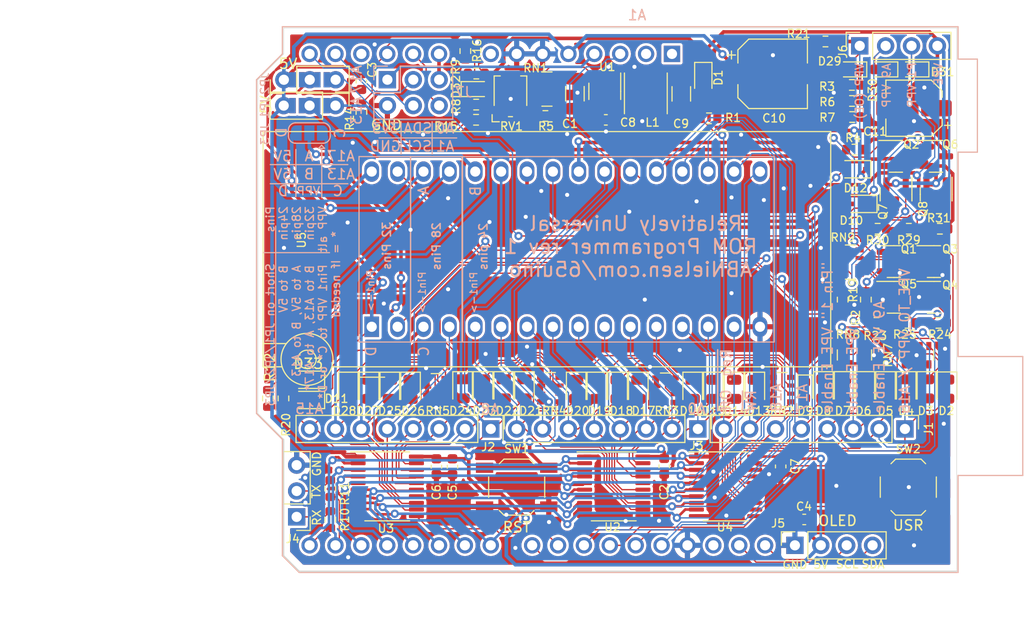
<source format=kicad_pcb>
(kicad_pcb (version 20240108) (generator "pcbnew") (generator_version "8.0")
  (layers (0 "F.Cu" signal) (31 "B.Cu" signal) (34 "B.Paste" user) (35 "F.Paste" user) (36 "B.SilkS" user "B.Silkscreen") (37 "F.SilkS" user "F.Silkscreen") (38 "B.Mask" user) (39 "F.Mask" user) (44 "Edge.Cuts" user))
  (net 0 "")
  (net 3 "Net-(A1-Pad3)")
  (net 4 "+5V")
  (net 5 "GND")
  (net 8 "~{ROM_CE}")
  (net 9 "VPE_ENABLE")
  (net 10 "D6")
  (net 12 "Net-(A1-Pad27)")
  (net 13 "/A9")
  (net 14 "VPE")
  (net 15 "Net-(D1-Pad2)")
  (net 16 "D7")
  (net 17 "Net-(Q1-Pad3)")
  (net 18 "RLSBLE")
  (net 19 "RMSBLE")
  (net 20 "~{ROM_OE}")
  (net 21 "CTRL_LE")
  (net 22 "/A15")
  (net 23 "Net-(D2-Pad1)")
  (net 24 "A17")
  (net 25 "Net-(D3-Pad1)")
  (net 26 "A18")
  (net 27 "Net-(D4-Pad1)")
  (net 28 "~{RW}")
  (net 29 "Net-(D5-Pad1)")
  (net 30 "~{REG_DISABLE}")
  (net 31 "Net-(D6-Pad1)")
  (net 32 "Net-(D7-Pad1)")
  (net 33 "Net-(D8-Pad1)")
  (net 34 "Net-(Q2-Pad3)")
  (net 35 "Net-(Q3-Pad3)")
  (net 36 "Net-(Q4-Pad3)")
  (net 37 "Net-(Q5-Pad3)")
  (net 38 "A16")
  (net 39 "Net-(D13-Pad1)")
  (net 40 "A9_VPP_ENABLE")
  (net 41 "P1_VPP_ENABLE")
  (net 43 "D0")
  (net 44 "D1")
  (net 45 "D2")
  (net 46 "D3")
  (net 47 "D4")
  (net 48 "D5")
  (net 49 "Net-(D9-Pad1)")
  (net 50 "Net-(D10-Pad1)")
  (net 51 "Net-(D11-Pad1)")
  (net 52 "Net-(D12-Pad1)")
  (net 53 "/A0")
  (net 54 "Net-(D14-Pad1)")
  (net 55 "/A1")
  (net 56 "Net-(D15-Pad1)")
  (net 57 "Net-(R8-Pad2)")
  (net 58 "/A2")
  (net 59 "Net-(D16-Pad1)")
  (net 60 "/A3")
  (net 61 "Net-(D17-Pad1)")
  (net 62 "/A4")
  (net 63 "Net-(D18-Pad1)")
  (net 64 "/A5")
  (net 65 "Net-(D19-Pad1)")
  (net 66 "/A6")
  (net 67 "Net-(D20-Pad1)")
  (net 68 "/A7")
  (net 69 "Net-(D21-Pad1)")
  (net 70 "/A8")
  (net 71 "Net-(D22-Pad1)")
  (net 72 "Net-(RN1-Pad1)")
  (net 73 "Net-(D23-Pad1)")
  (net 74 "/A10")
  (net 75 "Net-(D24-Pad1)")
  (net 76 "/A11")
  (net 77 "Net-(D25-Pad1)")
  (net 78 "/A12")
  (net 79 "Net-(D26-Pad1)")
  (net 80 "/A13")
  (net 81 "Net-(D27-Pad1)")
  (net 82 "/A14")
  (net 83 "Net-(D28-Pad1)")
  (net 84 "Net-(D29-Pad1)")
  (net 85 "Net-(D30-Pad1)")
  (net 86 "Net-(D31-Pad1)")
  (net 87 "Net-(D32-Pad1)")
  (net 88 "Net-(Q1-Pad1)")
  (net 89 "Net-(Q2-Pad1)")
  (net 90 "Net-(Q3-Pad1)")
  (net 91 "Net-(Q4-Pad1)")
  (net 92 "Net-(Q5-Pad1)")
  (net 93 "Net-(Q6-Pad1)")
  (net 94 "Net-(Q7-Pad1)")
  (net 95 "Net-(Q8-Pad1)")
  (net 96 "SDA")
  (net 97 "SCL")
  (net 98 "SDA2")
  (net 99 "SCL2")
  (net 100 "Net-(A1-Pad4)")
  (net 101 "Net-(A1-Pad9)")
  (net 102 "Net-(A1-Pad10)")
  (net 103 "Net-(R5-Pad2)")
  (net 104 "Net-(JP1-Pad2)")
  (net 105 "Net-(JP2-Pad2)")
  (net 106 "Net-(J4-Pad1)")
  (net 107 "Net-(J4-Pad2)")
  (net 108 "Net-(RN1-Pad6)")
  (net 109 "Net-(D31-Pad2)")
  (net 110 "Net-(D33-Pad1)")
  (net 111 "Net-(R14-Pad1)")
  (net 112 "Net-(R16-Pad2)")
  (footprint "LED_SMD:LED_0805_2012Metric" (layer "F.Cu") (at 132.207 82.4715 -90)
    (property "Reference" "D16")
    (property "Value" "GREEN")
  )
  (footprint "LED_SMD:LED_0603_1608Metric" (layer "F.Cu") (at 147.8025 51.054 180)
    (property "Reference" "D29")
    (property "Value" "RED")
  )
  (footprint "Capacitor_SMD:CP_Elec_6.3x5.4" (layer "F.Cu") (at 140.0556 51.4858)
    (property "Reference" "C10")
    (property "Value" "220uF")
  )
  (footprint "LED_SMD:LED_0805_2012Metric" (layer "F.Cu") (at 100.457 82.4715 -90)
    (property "Reference" "D27")
    (property "Value" "GREEN")
  )
  (footprint "LED_SMD:LED_0805_2012Metric" (layer "F.Cu") (at 126.873 82.4715 -90)
    (property "Reference" "D17")
    (property "Value" "GREEN")
  )
  (footprint "Connector_PinSocket_2.54mm:PinSocket_1x04_P2.54mm_Vertical" (layer "F.Cu") (at 148.6 48.743 90)
    (property "Reference" "J6")
    (property "Value" "VP")
  )
  (footprint "Capacitor_SMD:C_0603_1608Metric" (layer "F.Cu") (at 129.413 90.03 -90)
    (property "Reference" "C2")
    (property "Value" "100nF")
  )
  (footprint "Diode_SMD:D_SOD-323" (layer "F.Cu") (at 133.2484 51.8668 -90)
    (property "Reference" "D1")
    (property "Value" "1N5819")
  )
  (footprint "LED_SMD:LED_0805_2012Metric" (layer "F.Cu") (at 104.521 82.4715 -90)
    (property "Reference" "D25")
    (property "Value" "GREEN")
  )
  (footprint "Package_TO_SOT_SMD:SOT-23" (layer "F.Cu") (at 151.94375 73.4314)
    (property "Reference" "Q5")
    (property "Value" "MMBT3904")
  )
  (footprint "LED_SMD:LED_0805_2012Metric" (layer "F.Cu") (at 149.098 82.4207 -90)
    (property "Reference" "D6")
    (property "Value" "GREEN")
  )
  (footprint "LED_SMD:LED_0805_2012Metric" (layer "F.Cu") (at 134.239 82.4715 -90)
    (property "Reference" "D15")
    (property "Value" "GREEN")
  )
  (footprint "Resistor_SMD:R_0603_1608Metric" (layer "F.Cu") (at 153.28995 75.946)
    (property "Reference" "R25")
    (property "Value" "22k")
  )
  (footprint "Resistor_SMD:R_Array_Convex_4x0603" (layer "F.Cu") (at 117.9068 52.9844)
    (property "Reference" "RN1")
    (property "Value" "4k7")
  )
  (footprint "LED_SMD:LED_0805_2012Metric" (layer "F.Cu") (at 157.1752 82.4484 -90)
    (property "Reference" "D2")
    (property "Value" "GREEN")
  )
  (footprint "LED_SMD:LED_0805_2012Metric" (layer "F.Cu") (at 124.841 82.4715 -90)
    (property "Reference" "D18")
    (property "Value" "GREEN")
  )
  (footprint "Connector_PinHeader_2.54mm:PinHeader_1x08_P2.54mm_Vertical" (layer "F.Cu") (at 112.395 86.36 -90)
    (property "Reference" "J2")
    (property "Value" "MSB")
  )
  (footprint "Package_TO_SOT_SMD:SOT-23" (layer "F.Cu") (at 152.146 59.5884)
    (property "Reference" "Q2")
    (property "Value" "MMBT3906")
  )
  (footprint "Package_TO_SOT_SMD:SOT-23" (layer "F.Cu") (at 156.0982 63.3199 -90)
    (property "Reference" "Q8")
    (property "Value" "MMBT3906")
  )
  (footprint "LED_SMD:LED_0805_2012Metric" (layer "F.Cu") (at 113.665 82.423 -90)
    (property "Reference" "D22")
    (property "Value" "GREEN")
  )
  (footprint "Capacitor_SMD:C_0603_1608Metric" (layer "F.Cu") (at 143.1544 95.25 180)
    (property "Reference" "C4")
    (property "Value" "100nF")
  )
  (footprint "LED_SMD:LED_0805_2012Metric" (layer "F.Cu") (at 111.633 82.423 -90)
    (property "Reference" "D23")
    (property "Value" "GREEN")
  )
  (footprint "Resistor_SMD:R_0603_1608Metric" (layer "F.Cu") (at 109.9 49.25 -90)
    (property "Reference" "R16")
    (property "Value" "270k")
  )
  (footprint "Resistor_SMD:R_Array_Convex_4x0603" (layer "F.Cu") (at 118.237 82.4992)
    (property "Reference" "RN4")
    (property "Value" "4k7")
  )
  (footprint "LED_SMD:LED_0805_2012Metric" (layer "F.Cu") (at 102.489 82.4715 -90)
    (property "Reference" "D26")
    (property "Value" "GREEN")
  )
  (footprint "Resistor_SMD:R_Array_Convex_4x0603" (layer "F.Cu") (at 148.082 79.0956 90)
    (property "Reference" "RN8")
    (property "Value" "4k7")
  )
  (footprint "LED_SMD:LED_0805_2012Metric" (layer "F.Cu") (at 155.194 82.4253 -90)
    (property "Reference" "D3")
    (property "Value" "GREEN")
  )
  (footprint "Diode_SMD:D_SOD-323" (layer "F.Cu") (at 148.7932 64.262 180)
    (property "Reference" "D10")
    (property "Value" "1N5819")
  )
  (footprint "Resistor_SMD:R_0603_1608Metric" (layer "F.Cu") (at 99.7 55.225 90)
    (property "Reference" "R14")
    (property "Value" "22k")
  )
  (footprint "Resistor_SMD:R_0603_1608Metric" (layer "F.Cu") (at 96.647 92.2152 -90)
    (property "Reference" "R11")
    (property "Value" "1k")
  )
  (footprint "LED_SMD:LED_0603_1608Metric" (layer "F.Cu") (at 143.256 82.55 -90)
    (property "Reference" "D9")
    (property "Value" "RED")
  )
  (footprint "Socket:DIP_Socket-32_W11.9_W12.7_W15.24_W17.78_W18.5_3M_232-1285-00-0602J" (layer "F.Cu") (at 100.711 76.327 90)
    (property "Reference" "U5")
    (property "Value" "28/32 pin ROM")
  )
  (footprint "Resistor_SMD:R_Array_Convex_4x0603" (layer "F.Cu") (at 147.68875 69.977)
    (property "Reference" "RN9")
    (property "Value" "4k7")
  )
  (footprint "Capacitor_SMD:CP_Elec_5x5.4" (layer "F.Cu") (at 153.924 54.864 180)
    (property "Reference" "C11")
    (property "Value" "NC")
  )
  (footprint "LED_SMD:LED_0805_2012Metric" (layer "F.Cu") (at 109.6264 82.423 -90)
    (property "Reference" "D24")
    (property "Value" "GREEN")
  )
  (footprint "Package_TO_SOT_SMD:SOT-23" (layer "F.Cu") (at 152.1612 63.3199 -90)
    (property "Reference" "Q7")
    (property "Value" "MMBT3906")
  )
  (footprint "Resistor_SMD:R_Array_Convex_4x0603" (layer "F.Cu") (at 129.54 82.55)
    (property "Reference" "RN3")
    (property "Value" "4k7")
  )
  (footprint "Capacitor_SMD:C_0603_1608Metric" (layer "F.Cu") (at 123.685 56.007 180)
    (property "Reference" "C8")
    (property "Value" "100nF")
  )
  (footprint "LED_SMD:LED_0603_1608Metric" (layer "F.Cu") (at 150.8505 51.054 180)
    (property "Reference" "D30")
    (property "Value" "RED")
  )
  (footprint "Resistor_SMD:R_0603_1608Metric" (layer "F.Cu") (at 147.8534 55.7276 180)
    (property "Reference" "R7")
    (property "Value" "22k")
  )
  (footprint "Inductor_SMD:L_Taiyo-Yuden_MD-4040" (layer "F.Cu") (at 127.6096 53.407 90)
    (property "Reference" "L1")
    (property "Value" "10uH")
  )
  (footprint "Connector_PinHeader_2.54mm:PinHeader_1x08_P2.54mm_Vertical" (layer "F.Cu") (at 132.715 86.36 -90)
    (property "Reference" "J3")
    (property "Value" "LSB")
  )
  (footprint "Resistor_SMD:R_Array_Convex_4x0603" (layer "F.Cu") (at 107.05 82.607)
    (property "Reference" "RN5")
    (property "Value" "4k7")
  )
  (footprint "LED_SMD:LED_0805_2012Metric" (layer "F.Cu") (at 151.13 82.4253 -90)
    (property "Reference" "D5")
    (property "Value" "GREEN")
  )
  (footprint "Resistor_SMD:R_0603_1608Metric" (layer "F.Cu") (at 147.8402 54.1528 180)
    (property "Reference" "R6")
    (property "Value" "22k")
  )
  (footprint "LED_SMD:LED_0805_2012Metric" (layer "F.Cu") (at 153.162 82.4253 -90)
    (property "Reference" "D4")
    (property "Value" "GREEN")
  )
  (footprint "Resistor_SMD:R_0603_1608Metric" (layer "F.Cu") (at 145.2372 48.3108 180)
    (property "Reference" "R21")
    (property "Value" "22k")
  )
  (footprint "LED_SMD:LED_0805_2012Metric" (layer "F.Cu") (at 98.425 82.4715 -90)
    (property "Reference" "D28")
    (property "Value" "GREEN")
  )
  (footprint "Package_TO_SOT_SMD:SOT-23" (layer "F.Cu") (at 155.88075 69.9262)
    (property "Reference" "Q3")
    (property "Value" "MMBT3904")
  )
  (footprint "Resistor_SMD:R_0603_1608Metric" (layer "F.Cu") (at 96.647 95.2622 -90)
    (property "Reference" "R10")
    (property "Value" "1k")
  )
  (footprint "Capacitor_SMD:C_0603_1608Metric" (layer "F.Cu") (at 99.695 52.2478 -90)
    (property "Reference" "C3")
    (property "Value" "100nF")
  )
  (footprint "Capacitor_SMD:C_1206_3216Metric" (layer "F.Cu") (at 131.0894 53.4548 -90)
    (property "Reference" "C9")
    (property "Value" "10uF")
  )
  (footprint "Diode_SMD:D_SOD-323" (layer "F.Cu") (at 94.5896 83.5152 180)
    (property "Reference" "D11")
    (property "Value" "1N5819")
  )
  (footprint "Potentiometer_SMD:Potentiometer_Bourns_TC33X_Vertical" (layer "F.Cu") (at 114.3254 53.594 90)
    (property "Reference" "RV1")
    (property "Value" "50k")
  )
  (footprint "LED_SMD:LED_0805_2012Metric" (layer "F.Cu") (at 145.034 82.423 -90)
    (property "Reference" "D8")
    (property "Value" "GREEN")
  )
  (footprint "LED_SMD:LED_0805_2012Metric" (layer "F.Cu") (at 115.697 82.423 -90)
    (property "Reference" "D21")
    (property "Value" "GREEN")
  )
  (footprint "Connector_PinHeader_2.54mm:PinHeader_1x08_P2.54mm_Vertical" (layer "F.Cu") (at 153.035 86.36 -90)
    (property "Reference" "J1")
    (property "Value" "CTRL")
  )
  (footprint "Connector_PinSocket_2.54mm:PinSocket_1x04_P2.54mm_Vertical" (layer "F.Cu") (at 142.24 97.79 90)
    (property "Reference" "J5")
    (property "Value" "OLED")
  )
  (footprint "Resistor_SMD:R_0603_1608Metric" (layer "F.Cu") (at 148.082 58.928 180)
    (property "Reference" "R4")
    (property "Value" "22k")
  )
  (footprint "Resistor_SMD:R_0603_1608Metric" (layer "F.Cu") (at 90.5256 83.3628 -90)
    (property "Reference" "R12")
    (property "Value" "22k")
  )
  (footprint "Resistor_SMD:R_0603_1608Metric" (layer "F.Cu") (at 110.9603 54.5084)
    (property "Reference" "R8")
    (property "Value" "22k")
  )
  (footprint "Package_TO_SOT_SMD:SOT-23" (layer "F.Cu") (at 155.88075 73.4314)
    (property "Reference" "Q4")
    (property "Value" "MMBT3904")
  )
  (footprint "Capacitor_SMD:C_1206_3216Metric" (layer "F.Cu") (at 120.65 53.4398 90)
    (property "Reference" "C1")
    (property "Value" "10uF")
  )
  (footprint "Package_SO:TSSOP-20_4.4x6.5mm_P0.65mm" (layer "F.Cu") (at 124.46 92)
    (property "Reference" "U2")
    (property "Value" "74HC573")
  )
  (footprint "Resistor_SMD:R_0603_1608Metric" (layer "F.Cu") (at 149.20055 73.66 90)
    (property "Reference" "R2")
    (property "Value" "22k")
  )
  (footprint "Package_SO:TSSOP-20_4.4x6.5mm_P0.65mm" (layer "F.Cu") (at 102.235 92)
    (property "Reference" "U3")
    (property "Value" "74HC573")
  )
  (footprint "LED_SMD:LED_0805_2012Metric" (layer "F.Cu") (at 122.809 82.4715 -90)
    (property "Reference" "D19")
    (property "Value" "GREEN")
  )
  (footprint "LED_SMD:LED_0805_2012Metric" (layer "F.Cu") (at 147.066 82.4207 -90)
    (property "Reference" "D7")
    (property "Value" "GREEN")
  )
  (footprint "Resistor_SMD:R_0603_1608Metric" (layer "F.Cu") (at 133.8072 55.8546 180)
    (property "Reference" "R1")
    (property "Value" "22k")
  )
  (footprint "Resistor_SMD:R_0603_1608Metric" (layer "F.Cu") (at 147.828 52.578 180)
    (property "Reference" "R3")
    (property "Value" "22k")
  )
  (footprint "Resistor_SMD:R_0603_1608Metric" (layer "F.Cu") (at 150.3558 66.7004 180)
    (property "Reference" "R30")
    (property "Value" "22k")
  )
  (footprint "Resistor_SMD:R_0603_1608Metric" (layer "F.Cu") (at 150.24195 75.946)
    (property "Reference" "R23")
    (property "Value" "22k")
  )
  (footprint "Capacitor_SMD:C_0603_1608Metric" (layer "F.Cu") (at 108.6358 90.0684 -90)
    (property "Reference" "C5")
    (property "Value" "100nF")
  )
  (footprint "Resistor_SMD:R_0603_1608Metric" (layer "F.Cu") (at 92.0496 83.3628 -90)
    (property "Reference" "R20")
    (property "Value" "22k")
  )
  (footprint "Diode_SMD:D_SOD-323" (layer "F.Cu") (at 94.5896 81.534 180)
    (property "Reference" "D33")
    (property "Value" "1N5819")
  )
  (footprint "Resistor_SMD:R_0603_1608Metric" (layer "F.Cu") (at 156.32475 75.946)
    (property "Reference" "R24")
    (property "Value" "22k")
  )
  (footprint "Resistor_SMD:R_0603_1608Metric" (layer "F.Cu") (at 156.464 66.7004 180)
    (property "Reference" "R31")
    (property "Value" "22k")
  )
  (footprint "Resistor_SMD:R_0603_1608Metric" (layer "F.Cu") (at 153.417 66.7004)
    (property "Reference" "R29")
    (property "Value" "22k")
  )
  (footprint "Connector_PinHeader_2.54mm:PinHeader_1x03_P2.54mm_Vertical_SolderJumpers" (layer "F.Cu") (at 92.09 52.07 90)
    (property "Reference" "JP2")
    (property "Value" ">=SST39SF020 & 28C512 need A17")
  )
  (footprint "LED_SMD:LED_0805_2012Metric" (layer "F.Cu") (at 120.777 82.4715 -90)
    (property "Reference" "D20")
    (property "Value" "GREEN")
  )
  (footprint "LED_SMD:LED_0805_2012Metric" (layer "F.Cu") (at 136.271 82.4715 -90)
    (property "Reference" "D14")
    (property "Value" "GREEN")
  )
  (footprint "Connector_PinHeader_2.54mm:PinHeader_1x03_P2.54mm_Vertical" (layer "F.Cu") (at 93.345 94.996 180)
    (property "Reference" "J4")
    (property "Value" "Ext_UART")
  )
  (footprint "LED_SMD:LED_0603_1608Metric" (layer "F.Cu") (at 153.8985 51.054 180)
    (property "Reference" "D31")
    (property "Value" "RED")
  )
  (footprint "Button_Switch_SMD:SW_SPST_TL3342" (layer "F.Cu") (at 114.935 92.075)
    (property "Reference" "SW1")
    (property "Value" "RST")
  )
  (footprint "Resistor_SMD:R_0603_1608Metric" (layer "F.Cu") (at 110.95 56)
    (property "Reference" "R15")
    (property "Value" "22k")
  )
  (footprint "LED_SMD:LED_0603_1608Metric" (layer "F.Cu") (at 110.9725 52.9844)
    (property "Reference" "D32")
    (property "Value" "RED")
  )
  (footprint "Resistor_SMD:R_0603_1608Metric" (layer "F.Cu") (at 110.9725 51.4604)
    (property "Reference" "R9")
    (property "Value" "22k")
  )
  (footprint "LED_SMD:LED_0805_2012Metric" (layer "F.Cu") (at 138.303 82.4715 -90)
    (property "Reference" "D13")
    (property "Value" "GREEN")
  )
  (footprint "Resistor_SMD:R_Array_Convex_4x0603" (layer "F.Cu") (at 140.97 82.4992)
    (property "Reference" "RN2")
    (property "Value" "4k7")
  )
  (footprint "Capacitor_SMD:C_0603_1608Metric" (layer "F.Cu") (at 107.061 90.0684 -90)
    (property "Reference" "C6")
    (property "Value" "100nF")
  )
  (footprint "Connector_PinHeader_2.54mm:PinHeader_1x03_P2.54mm_Vertical_SolderJumpers" (layer "F.Cu") (at 97.155 54.61 -90)
    (property "Reference" "JP1")
    (property "Value" "24pin ROM VCC")
  )
  (footprint "Package_SO:TSSOP-20_4.4x6.5mm_P0.65mm" (layer "F.Cu") (at 135.4328 92)
    (property "Reference" "U4")
    (property "Value" "74HC573")
  )
  (footprint "Diode_SMD:D_SOD-323" (layer "F.Cu") (at 148.1836 60.8584 180)
    (property "Reference" "D12")
    (property "Value" "1N5819")
  )
  (footprint "Package_TO_SOT_SMD:SOT-23" (layer "F.Cu") (at 151.94605 69.9262)
    (property "Reference" "Q1")
    (property "Value" "MMBT3904")
  )
  (footprint "Resistor_SMD:R_0603_1608Metric" (layer "F.Cu") (at 117.7544 55.626)
    (property "Reference" "R5")
    (property "Value" "270k")
  )
  (footprint "Package_TO_SOT_SMD:SOT-23" (layer "F.Cu") (at 156.0853 59.5884)
    (property "Reference" "Q6")
    (property "Value" "MMBT3906")
  )
  (footprint "Resistor_SMD:R_Array_Convex_4x0603" (layer "F.Cu") (at 154.178 79.121 90)
    (property "Reference" "RN7")
    (property "Value" "4k7")
  )
  (footprint "Button_Switch_SMD:SW_SPST_TL3342" (layer "F.Cu") (at 153.3652 92.075)
    (property "Reference" "SW2")
    (property "Value" "USR")
  )
  (footprint "Capacitor_SMD:C_0603_1608Metric" (layer "F.Cu") (at 140.843 90.043 -90)
    (property "Reference" "C7")
    (property "Value" "100nF")
  )
  (footprint "Package_TO_SOT_SMD:SOT-23-5" (layer "F.Cu") (at 123.5812 53.2063 -90)
    (property "Reference" "U1")
    (property "Value" "MIC2288")
  )
  (footprint "Resistor_SMD:R_0603_1608Metric" (layer "F.Cu") (at 146.92675 73.66 -90)
    (property "Reference" "R19")
    (property "Value" "22k")
  )
  (footprint "Jumper:SolderJumper-3_P1.3mm_Open_RoundedPad1.0x1.5mm" (layer "B.Cu") (at 94.5896 57.3024 180)
    (property "Reference" "JP3")
    (property "Value" "W27C010/AT27C010 needs p1 VPE/VPP (32 pin)")
  )
  (footprint "Module:Arduino_UNO_R3" (layer "B.Cu") (at 130.175 49.53 180)
    (property "Reference" "A1")
    (property "Value" "Arduino_UNO_R3")
  )
  (footprint "Connector_PinHeader_2.54mm:PinHeader_2x03_P2.54mm_Vertical" (layer "B.Cu") (at 102.25 52.065 -90)
    (property "Reference" "J7")
    (property "Value" "SAO")
  )
  (gr_line (start 101.433 57.785) (end 109.053 57.785) (stroke (width 0.12)) (layer "B.SilkS"))
  (gr_line (start 90.7514 60.4012) (end 98.3714 60.4012) (stroke (width 0.12)) (layer "B.SilkS"))
  (gr_line (start 90.0684 69.0499) (end 96.5708 69.0499) (stroke (width 0.12)) (layer "B.SilkS"))
  (gr_line (start 90.7514 62.2808) (end 98.3714 62.2808) (stroke (width 0.12)) (layer "B.SilkS"))
  (gr_rect (start 109.6264 59.6138) (end 140.208 77.8256) (stroke (width 0.12)) (fill none) (layer "B.SilkS"))
  (gr_line (start 91.2876 84.5312) (end 91.2876 66.4337) (stroke (width 0.12)) (layer "B.SilkS"))
  (gr_line (start 103.592 56.1975) (end 103.592 59.3725) (stroke (width 0.12)) (layer "B.SilkS"))
  (gr_line (start 93.2688 58.9153) (end 93.2688 63.5508) (stroke (width 0.12)) (layer "B.SilkS"))
  (gr_line (start 106.64 56.1975) (end 106.64 59.3725) (stroke (width 0.12)) (layer "B.SilkS"))
  (gr_rect (start 104.521 59.6138) (end 109.5756 77.8256) (stroke (width 0.12)) (fill none) (layer "B.SilkS"))
  (gr_rect (start 99.4664 59.6138) (end 104.521 77.8256) (stroke (width 0.12)) (fill none) (layer "B.SilkS"))
  (gr_line (start 95.8088 58.9153) (end 95.8088 63.6524) (stroke (width 0.12)) (layer "B.SilkS"))
  (gr_line (start 92.075 98.806) (end 92.075 87.376) (stroke (width 0.1)) (layer "Edge.Cuts"))
  (gr_line (start 89.535 84.836) (end 92.075 87.376) (stroke (width 0.05)) (layer "Edge.Cuts"))
  (gr_line (start 92.075 46.99) (end 92.075 49.53) (stroke (width 0.05)) (layer "Edge.Cuts"))
  (gr_line (start 89.535 52.07) (end 89.535 84.836) (stroke (width 0.05)) (layer "Edge.Cuts"))
  (gr_line (start 92.075 49.53) (end 89.535 52.07) (stroke (width 0.05)) (layer "Edge.Cuts"))
  (gr_line (start 158.115 100.33) (end 158.115 46.99) (stroke (width 0.05)) (layer "Edge.Cuts"))
  (gr_line (start 158.115 100.33) (end 93.599 100.33) (stroke (width 0.1)) (layer "Edge.Cuts"))
  (gr_line (start 93.599 100.33) (end 92.075 98.806) (stroke (width 0.1)) (layer "Edge.Cuts"))
  (gr_line (start 158.115 46.99) (end 92.075 46.99) (stroke (width 0.05)) (layer "Edge.Cuts"))
  (gr_text "D" (at 91.8464 57.2516 90) (layer "B.SilkS") (effects (font (size 1 1)) (justify mirror)))
  (gr_text "SCL" (at 105.243 58.5978 0) (layer "B.SilkS") (effects (font (size 1 1)) (justify mirror)))
  (gr_text "GND" (at 102.068 58.5978 0) (layer "B.SilkS") (effects (font (size 1 1)) (justify mirror)))
  (gr_text "D" (at 91.9988 62.992 0) (layer "B.SilkS") (effects (font (size 1 1)) (justify mirror)))
  (gr_text "B" (at 94.5614 61.3331 0) (layer "B.SilkS") (effects (font (size 1 1)) (justify mirror)))
  (gr_text "P1 VPP" (at 153.7208 52.578 90) (layer "B.SilkS") (effects (font (size 0.8 0.8) (thickness 0.13)) (justify mirror)))
  (gr_text "SDA" (at 105.243 56.8325 0) (layer "B.SilkS") (effects (font (size 1 1)) (justify mirror)))
  (gr_text "A9 VPP" (at 151.2316 52.6288 90) (layer "B.SilkS") (effects (font (size 0.8 0.8) (thickness 0.13)) (justify mirror)))
  (gr_text "A13" (at 99.2124 55.118 90) (layer "B.SilkS") (effects (font (size 1 1)) (justify mirror)))
  (gr_text "5V" (at 91.9734 61.341 0) (layer "B.SilkS") (effects (font (size 1 1)) (justify mirror)))
  (gr_text "A18" (at 140.4112 83.2612 90) (layer "B.SilkS") (effects (font (size 1 1)) (justify mirror)))
  (gr_text "5V" (at 91.9734 59.5757 0) (layer "B.SilkS") (effects (font (size 1 1)) (justify mirror)))
  (gr_text "B" (at 110.9 63 90) (layer "B.SilkS") (effects (font (size 1 1)) (justify mirror)))
  (gr_text "Pin1->" (at 110.7186 72.9742 90) (layer "B.SilkS") (effects (font (size 0.7 0.7) (thickness 0.12)) (justify mirror)))
  (gr_text "A17" (at 99.2124 52.0192 90) (layer "B.SilkS") (effects (font (size 1 1)) (justify mirror)))
  (gr_text "VPP (OE)" (at 148.59 53.1876 90) (layer "B.SilkS") (effects (font (size 0.8 0.8) (thickness 0.13)) (justify mirror)))
  (gr_text "A13" (at 97.6884 61.3458 0) (layer "B.SilkS") (effects (font (size 1 1)) (justify mirror)))
  (gr_text "28 Pins" (at 107.061 68.4276 90) (layer "B.SilkS") (effects (font (size 0.8 0.8)) (justify mirror)))
  (gr_text "D" (at 100.6348 78.74 90) (layer "B.SilkS") (effects (font (size 1 1)) (justify mirror)))
  (gr_text "A8" (at 112.3188 84.4296 0) (layer "B.SilkS") (effects (font (size 1 1)) (justify mirror)))
  (gr_text "{dblquote}Pin 1{dblquote} VPE Enable" (at 145.4404 77.4192 90) (layer "B.SilkS") (effects (font (size 1 1)) (justify mirror)))
  (gr_text "24 pins" (at 111.6584 68.453 90) (layer "B.SilkS") (effects (font (size 0.8 0.8)) (justify mirror)))
  (gr_text "A" (at 94.5614 59.5678 0) (layer "B.SilkS") (effects (font (size 1 1)) (justify mirror)))
  (gr_text "Pin1->" (at 100.6094 72.771 90) (layer "B.SilkS") (effects (font (size 0.7 0.7) (thickness 0.12)) (justify mirror)))
  (gr_text "~{Reg. Off}" (at 135.4836 81.5848 90) (layer "B.SilkS") (effects (font (size 1 1)) (justify mirror)))
  (gr_text "A17" (at 97.6884 59.5678 0) (layer "B.SilkS") (effects (font (size 1 1)) (justify mirror)))
  (gr_text "C" (at 97.5868 57.3024 90) (layer "B.SilkS") (effects (font (size 1 1)) (justify mirror)))
  (gr_text "~{RW}" (at 137.922 83.6168 90) (layer "B.SilkS") (effects (font (size 1 1)) (justify mirror)))
  (gr_text "A" (at 105.81 62.93 90) (layer "B.SilkS") (effects (font (size 1 1)) (justify mirror)))
  (gr_text "VPE_TO_VPP / A16" (at 153.0096 77.724 90) (layer "B.SilkS") (effects (font (size 1 1)) (justify mirror)))
  (gr_text "Pins     Short on JP1/JP2/JP3\n24pin    B to 5V\n28pin    A to 5V, B to A13\n32pin    B to A13, A to A17*\nVPP alt  Pin1 VPP to C* or D* \n    * = If needed" (at 93.98 64.4144 90) (layer "B.SilkS") (effects (font (size 0.8 0.8) (thickness 0.13)) (justify left mirror)))
  (gr_text "32 Pins" (at 102.1842 68.3768 90) (layer "B.SilkS") (effects (font (size 0.8 0.8)) (justify mirror)))
  (gr_text "Pin1->" (at 105.664 72.9488 90) (layer "B.SilkS") (effects (font (size 0.7 0.7) (thickness 0.12)) (justify mirror)))
  (gr_text "Relatively Universal \nROM Programmer rev 1\nABNielsen.com/65uino" (at 126.111 68.453 0) (layer "B.SilkS") (effects (font (size 1.4 1.4) (thickness 0.2)) (justify mirror)))
  (gr_text "A15" (at 94.5896 84.3788 0) (layer "B.SilkS") (effects (font (size 1 1)) (justify mirror)))
  (gr_text "A0" (at 107.91 56.8325 0) (layer "B.SilkS") (effects (font (size 1 1)) (justify mirror)))
  (gr_text "C" (at 97.3836 62.992 0) (layer "B.SilkS") (effects (font (size 1 1)) (justify mirror)))
  (gr_text "VPP" (at 94.488 62.992 0) (layer "B.SilkS") (effects (font (size 0.8 0.8) (thickness 0.13)) (justify mirror)))
  (gr_text "3v3" (at 102.068 56.8325 0) (layer "B.SilkS") (effects (font (size 1 1)) (justify mirror)))
  (gr_text "A9 VPE Enable" (at 150.5204 79.2988 90) (layer "B.SilkS") (effects (font (size 1 1)) (justify mirror)))
  (gr_text "VPE" (at 156.3116 51.5112 90) (layer "B.SilkS") (effects (font (size 0.8 0.8) (thickness 0.13)) (justify mirror)))
  (gr_text "A1" (at 107.91 58.6105 0) (layer "B.SilkS") (effects (font (size 1 1)) (justify mirror)))
  (gr_text "A0" (at 132.588 84.3788 0) (layer "B.SilkS") (effects (font (size 1 1)) (justify mirror)))
  (gr_text "C" (at 105.8164 78.74 90) (layer "B.SilkS") (effects (font (size 1 1)) (justify mirror)))
  (gr_text "A17" (at 142.9512 83.312 90) (layer "B.SilkS") (effects (font (size 1 1)) (justify mirror)))
  (gr_text "VPE Enable" (at 147.8788 80.6196 90) (layer "B.SilkS") (effects (font (size 1 1)) (justify mirror)))
  (gr_text "GND" (at 142.24 99.695 0) (layer "F.SilkS") (effects (font (size 0.8 0.8) (thickness 0.13))))
  (gr_text "5V" (at 92.5068 50.4952 0) (layer "F.SilkS") (effects (font (size 1 1))))
  (gr_text "SCL" (at 147.3708 99.6442 0) (layer "F.SilkS") (effects (font (size 0.8 0.8) (thickness 0.13))))
  (gr_text "RX" (at 95.3262 95.0722 90) (layer "F.SilkS") (effects (font (size 0.8 0.8) (thickness 0.13))))
  (gr_text "GND" (at 102.1588 56.4896 0) (layer "F.SilkS") (effects (font (size 1 1))))
  (gr_text "SDA" (at 149.9108 99.6442 0) (layer "F.SilkS") (effects (font (size 0.8 0.8) (thickness 0.13))))
  (gr_text "5V" (at 90.3224 54.5084 90) (layer "F.SilkS") (effects (font (size 1 1))))
  (gr_text "5V" (at 144.78 99.695 0) (layer "F.SilkS") (effects (font (size 0.8 0.8) (thickness 0.13))))
  (gr_text "GND" (at 95.3262 89.789 90) (layer "F.SilkS") (effects (font (size 0.8 0.8) (thickness 0.13))))
  (gr_text "TX" (at 95.2754 92.5068 90) (layer "F.SilkS") (effects (font (size 0.8 0.8) (thickness 0.13))))
  (segment (start 116.205 88.645) (end 116.205 87.63) (width 0.35) (layer "F.Cu") (net 3))
  (segment (start 111.785 90.175) (end 118.085 90.175) (width 0.35) (layer "F.Cu") (net 3))
  (segment (start 117.735 90.175) (end 116.205 88.645) (width 0.35) (layer "F.Cu") (net 3))
  (via (at 116.205 87.63) (size 0.8) (drill 0.4) (layers "F.Cu" "B.Cu") (net 3))
  (segment (start 124.7902 60.697262) (end 124.7902 62.7126) (width 0.127) (layer "B.Cu") (net 3))
  (segment (start 118.6942 83.3628) (end 118.6942 87.0458) (width 0.127) (layer "B.Cu") (net 3))
  (segment (start 124.7902 62.7126) (end 114.7064 72.7964) (width 0.127) (layer "B.Cu") (net 3))
  (segment (start 118.11 87.63) (end 116.205 87.63) (width 0.127) (layer "B.Cu") (net 3))
  (segment (start 123.063 50.8) (end 121.793 50.8) (width 0.127) (layer "B.Cu") (net 3))
  (segment (start 120.142 56.049062) (end 124.7902 60.697262) (width 0.127) (layer "B.Cu") (net 3))
  (segment (start 118.6942 87.0458) (end 118.11 87.63) (width 0.127) (layer "B.Cu") (net 3))
  (segment (start 124.587 50.038) (end 123.825 50.038) (width 0.127) (layer "B.Cu") (net 3))
  (segment (start 114.7064 72.7964) (end 114.7064 79.375) (width 0.127) (layer "B.Cu") (net 3))
  (segment (start 123.825 50.038) (end 123.063 50.8) (width 0.127) (layer "B.Cu") (net 3))
  (segment (start 120.142 52.451) (end 120.142 56.049062) (width 0.127) (layer "B.Cu") (net 3))
  (segment (start 114.7064 79.375) (end 118.6942 83.3628) (width 0.127) (layer "B.Cu") (net 3))
  (segment (start 121.793 50.8) (end 120.142 52.451) (width 0.127) (layer "B.Cu") (net 3))
  (segment (start 97.8916 50.8) (end 93.36 50.8) (width 0.35) (layer "F.Cu") (net 4))
  (segment (start 93.36 50.8) (end 92.09 52.07) (width 0.35) (layer "F.Cu") (net 4))
  (segment (start 99.695 51.4728) (end 98.5644 51.4728) (width 0.35) (layer "F.Cu") (net 4))
  (segment (start 111.76 92.71) (end 113.411 92.71) (width 0.35) (layer "F.Cu") (net 4))
  (segment (start 129.233 89.075) (end 127.3225 89.075) (width 0.35) (layer "F.Cu") (net 4))
  (segment (start 127.6096 54.807) (end 128.6956 53.721) (width 0.35) (layer "F.Cu") (net 4))
  (segment (start 143.9294 95.25) (end 143.9294 96.9394) (width 0.35) (layer "F.Cu") (net 4))
  (segment (start 124.46 56.007) (end 124.46 54.415) (width 0.35) (layer "F.Cu") (net 4))
  (segment (start 122.2077 53.3063) (end 123.4937 53.3063) (width 0.35) (layer "F.Cu") (net 4))
  (segment (start 107.061 89.2934) (end 108.6358 89.2934) (width 0.35) (layer "F.Cu") (net 4))
  (segment (start 123.4937 53.3063) (end 124.5312 54.3438) (width 0.35) (layer "F.Cu") (net 4))
  (segment (start 98.5644 51.4728) (end 97.8916 50.8) (width 0.35) (layer "F.Cu") (net 4))
  (segment (start 134.6322 54.2168) (end 135.128 53.721) (width 0.35) (layer "F.Cu") (net 4))
  (segment (start 120.6246 54.8894) (end 122.2077 53.3063) (width 0.35) (layer "F.Cu") (net 4))
  (segment (start 144.78 89.281) (end 140.856 89.281) (width 0.254) (layer "F.Cu") (net 4))
  (segment (start 124.9944 54.807) (end 124.5312 54.3438) (width 0.35) (layer "F.Cu") (net 4))
  (segment (start 127.6096 54.807) (end 124.9944 54.807) (width 0.35) (layer "F.Cu") (net 4))
  (segment (start 135.128 49.5868) (end 135.128 49.5554) (width 0.35) (layer "F.Cu") (net 4))
  (segment (start 129.413 89.255) (end 129.413 88.62341) (width 0.35) (layer "F.Cu") (net 4))
  (segment (start 135.128 53.721) (end 137.2556 51.5934) (width 0.35) (layer "F.Cu") (net 4))
  (segment (start 105.0975 89.075) (end 106.8426 89.075) (width 0.35) (layer "F.Cu") (net 4))
  (segment (start 143.9294 96.9394) (end 144.78 97.79) (width 0.35) (layer "F.Cu") (net 4))
  (segment (start 109.9696 89.2934) (end 110.236 89.027) (width 0.35) (layer "F.Cu") (net 4))
  (segment (start 140.65 89.075) (end 138.2953 89.075) (width 0.254) (layer "F.Cu") (net 4))
  (segment (start 134.6322 55.8546) (end 134.6322 54.2168) (width 0.35) (layer "F.Cu") (net 4))
  (segment (start 113.411 92.71) (end 115.824 95.123) (width 0.35) (layer "F.Cu") (net 4))
  (segment (start 110.236 89.027) (end 110.236 91.186) (width 0.35) (layer "F.Cu") (net 4))
  (segment (start 110.236 91.186) (end 111.76 92.71) (width 0.35) (layer "F.Cu") (net 4))
  (segment (start 108.6358 89.2934) (end 109.9696 89.2934) (width 0.35) (layer "F.Cu") (net 4))
  (segment (start 128.6956 53.721) (end 135.128 53.721) (width 0.35) (layer "F.Cu") (net 4))
  (segment (start 129.413 88.62341) (end 129.10796 88.31837) (width 0.35) (layer "F.Cu") (net 4))
  (segment (start 137.2556 51.7144) (end 135.128 49.5868) (width 0.35) (layer "F.Cu") (net 4))
  (via (at 115.824 95.123) (size 0.8) (drill 0.4) (layers "F.Cu" "B.Cu") (net 4))
  (via (at 129.10796 88.31837) (size 0.8) (drill 0.4) (layers "F.Cu" "B.Cu") (net 4))
  (via (at 144.78 89.281) (size 0.8) (drill 0.4) (layers "F.Cu" "B.Cu") (net 4))
  (via (at 110.236 89.027) (size 0.8) (drill 0.4) (layers "F.Cu" "B.Cu") (net 4))
  (via (at 135.128 49.5554) (size 0.8) (drill 0.4) (layers "F.Cu" "B.Cu") (net 4))
  (segment (start 93.0656 48.8344) (end 94.3 47.6) (width 0.35) (layer "B.Cu") (net 4))
  (segment (start 110.716 88.547) (end 128.87933 88.547) (width 0.35) (layer "B.Cu") (net 4))
  (segment (start 90.932 61.9252) (end 90.932 85.217) (width 0.35) (layer "B.Cu") (net 4))
  (segment (start 113.919 97.028) (end 115.824 95.123) (width 0.35) (layer "B.Cu") (net 4))
  (segment (start 92.075 54.61) (end 92.075 52.085) (width 0.35) (layer "B.Cu") (net 4))
  (segment (start 118.085 47.6) (end 120.015 49.53) (width 0.35) (layer "B.Cu") (net 4))
  (segment (start 128.87933 88.547) (end 129.10796 88.31837) (width 0.35) (layer "B.Cu") (net 4))
  (segment (start 92.075 54.61) (end 90.932 55.753) (width 0.35) (layer "B.Cu") (net 4))
  (segment (start 144.78 97.79) (end 144.78 89.281) (width 0.254) (layer "B.Cu") (net 4))
  (segment (start 110.236 89.027) (end 110.716 88.547) (width 0.35) (layer "B.Cu") (net 4))
  (segment (start 100.431 61.087) (end 98.1071 63.4109) (width 0.35) (layer "B.Cu") (net 4))
  (segment (start 92.09 52.07) (end 92.09 50.9628) (width 0.35) (layer "B.Cu") (net 4))
  (segment (start 109.474 88.265) (end 110.236 89.027) (width 0.35) (layer "B.Cu") (net 4))
  (segment (start 93.0656 49.9872) (end 93.0656 48.8344) (width 0.35) (layer "B.Cu") (net 4))
  (segment (start 98.1071 63.4109) (end 92.439991 63.4109) (width 0.35) (layer "B.Cu") (net 4))
  (segment (start 93.98 88.265) (end 109.474 88.265) (width 0.35) (layer "B.Cu") (net 4))
  (segment (start 113.919 98.806) (end 113.919 97.028) (width 0.35) (layer "B.Cu") (net 4))
  (segment (start 121.793 47.752) (end 133.3246 47.752) (width 0.35) (layer "B.Cu") (net 4))
  (segment (start 142.875 99.695) (end 114.808 99.695) (width 0.35) (layer "B.Cu") (net 4))
  (segment (start 92.09 50.9628) (end 93.0656 49.9872) (width 0.35) (layer "B.Cu") (net 4))
  (segment (start 114.808 99.695) (end 113.919 98.806) (width 0.35) (layer "B.Cu") (net 4))
  (segment (start 120.015 49.53) (end 121.793 47.752) (width 0.35) (layer "B.Cu") (net 4))
  (segment (start 90.932 61.9252) (end 90.932 61.8998) (width 0.254) (layer "B.Cu") (net 4))
  (segment (start 90.932 55.753) (end 90.932 61.9252) (width 0.35) (layer "B.Cu") (net 4))
  (segment (start 90.932 61.902909) (end 90.932 61.8998) (width 0.35) (layer "B.Cu") (net 4))
  (segment (start 133.3246 47.752) (end 135.128 49.5554) (width 0.35) (layer "B.Cu") (net 4))
  (segment (start 144.78 97.79) (end 142.875 99.695) (width 0.35) (layer "B.Cu") (net 4))
  (segment (start 94.3 47.6) (end 118.085 47.6) (width 0.35) (layer "B.Cu") (net 4))
  (segment (start 92.439991 63.4109) (end 90.932 61.902909) (width 0.35) (layer "B.Cu") (net 4))
  (segment (start 90.932 85.217) (end 93.98 88.265) (width 0.35) (layer "B.Cu") (net 4))
  (segment (start 153.778 79.521) (end 154.178 79.121) (width 0.127) (layer "F.Cu") (net 5))
  (segment (start 111.2 48.55) (end 111.05 48.4) (width 0.127) (layer "F.Cu") (net 5))
  (segment (start 130.683 87.884) (end 132.588 87.884) (width 0.127) (layer "F.Cu") (net 5))
  (segment (start 117.3432 83.693) (end 118.1042 83.693) (width 0.35) (layer "F.Cu") (net 5))
  (segment (start 154.94325 74.0565) (end 154.94325 74.3814) (width 0.127) (layer "F.Cu") (net 5))
  (segment (start 146.92675 74.485) (end 147.75275 74.485) (width 0.127) (layer "F.Cu") (net 5))
  (segment (start 128.64 83.75) (end 129.0636 83.75) (width 0.35) (layer "F.Cu") (net 5))
  (segment (start 129.0636 83.75) (end 129.54 84.2264) (width 0.35) (layer "F.Cu") (net 5))
  (segment (start 129.413 90.805) (end 130.302 89.916) (width 0.127) (layer "F.Cu") (net 5))
  (segment (start 147.75275 74.485) (end 148.06975 74.168) (width 0.127) (layer "F.Cu") (net 5))
  (segment (start 119.1452 54.1844) (end 119.9896 53.34) (width 0.127) (layer "F.Cu") (net 5))
  (segment (start 118.8068 54.1844) (end 119.1452 54.1844) (width 0.127) (layer "F.Cu") (net 5))
  (segment (start 130.302 88.265) (end 130.683 87.884) (width 0.127) (layer "F.Cu") (net 5))
  (segment (start 99.0705 88.773) (end 99.3725 89.075) (width 0.127) (layer "F.Cu") (net 5))
  (segment (start 135.453 94.925) (end 135.509 94.869) (width 0.127) (layer "F.Cu") (net 5))
  (segment (start 119.9896 53.34) (end 120.904 53.34) (width 0.127) (layer "F.Cu") (net 5))
  (segment (start 106.045 80.391) (end 106.045 81.302) (width 0.35) (layer "F.Cu") (net 5))
  (segment (start 154.578 79.521) (end 154.178 79.121) (width 0.127) (layer "F.Cu") (net 5))
  (segment (start 154.41975 73.406) (end 154.94325 74.0565) (width 0.127) (layer "F.Cu") (net 5))
  (segment (start 106.5654 83.807) (end 107.0356 84.2772) (width 0.35) (layer "F.Cu") (net 5))
  (segment (start 111.2 50.8629) (end 111.2 48.55) (width 0.127) (layer "F.Cu") (net 5))
  (segment (start 95.504 89.1032) (end 95.468196 88.773) (width 0.127) (layer "F.Cu") (net 5))
  (segment (start 130.302 89.916) (end 130.302 88.265) (width 0.127) (layer "F.Cu") (net 5))
  (segment (start 95.468196 88.773) (end 99.0705 88.773) (width 0.127) (layer "F.Cu") (net 5))
  (segment (start 151.724 54.864) (end 152.994 56.134) (width 0.254) (layer "F.Cu") (net 5))
  (segment (start 146.812 52.578) (end 146.05 53.34) (width 0.127) (layer "F.Cu") (net 5))
  (segment (start 106.045 81.302) (end 106.15 81.407) (width 0.35) (layer "F.Cu") (net 5))
  (segment (start 132.5703 94.925) (end 135.453 94.925) (width 0.127) (layer "F.Cu") (net 5))
  (segment (start 128.64 82.95) (end 128.64 83.75) (width 0.127) (layer "F.Cu") (net 5))
  (segment (start 128.64 81.35) (end 128.64 80.888) (width 0.127) (layer "F.Cu") (net 5))
  (segment (start 152.994 56.134) (end 153.924 56.134) (width 0.254) (layer "F.Cu") (net 5))
  (segment (start 111.7975 51.4604) (end 111.2 50.8629) (width 0.127) (layer "F.Cu") (net 5))
  (segment (start 153.778 80.021) (end 153.778 79.521) (width 0.127) (layer "F.Cu") (net 5))
  (segment (start 122.91 56.007) (end 122.91 56.362) (width 0.254) (layer "F.Cu") (net 5))
  (segment (start 154.578 80.021) (end 154.578 79.521) (width 0.127) (layer "F.Cu") (net 5))
  (segment (start 128.64 82.15) (end 128.64 82.95) (width 0.127) (layer "F.Cu") (net 5))
  (segment (start 106.15 83.807) (end 106.5654 83.807) (width 0.35) (layer "F.Cu") (net 5))
  (segment (start 128.64 80.888) (end 128.016 80.264) (width 0.127) (layer "F.Cu") (net 5))
  (segment (start 128.64 81.35) (end 128.64 82.15) (width 0.127) (layer "F.Cu") (net 5))
  (segment (start 122.91 56.362) (end 123.698 57.15) (width 0.254) (layer "F.Cu") (net 5))
  (via (at 119.888 57.404) (size 0.8) (drill 0.4) (layers "F.Cu" "B.Cu") (net 5))
  (via (at 139.7 90.805) (size 0.8) (drill 0.4) (layers "F.Cu" "B.Cu") (net 5))
  (via (at 156.718 71.247) (size 0.8) (drill 0.4) (layers "F.Cu" "B.Cu") (net 5))
  (via (at 132.588 64.008) (size 0.8) (drill 0.4) (layers "F.Cu" "B.Cu") (net 5))
  (via (at 127.254 56.134) (size 0.8) (drill 0.4) (layers "F.Cu" "B.Cu") (net 5))
  (via (at 120.904 53.34) (size 0.8) (drill 0.4) (layers "F.Cu" "B.Cu") (net 5))
  (via (at 98.3488 66.0908) (size 0.8) (drill 0.4) (layers "F.Cu" "B.Cu") (net 5))
  (via (at 118.1042 83.693) (size 0.8) (drill 0.4) (layers "F.Cu" "B.Cu") (net 5))
  (via (at 123.952 50.8) (size 0.8) (drill 0.4) (layers "F.Cu" "B.Cu") (net 5))
  (via (at 136.017 63.627) (size 0.8) (drill 0.4) (layers "F.Cu" "B.Cu") (net 5))
  (via (at 144.526 58.674) (size 0.8) (drill 0.4) (layers "F.Cu" "B.Cu") (net 5))
  (via (at 132.588 87.884) (size 0.8) (drill 0.4) (layers "F.Cu" "B.Cu") (net 5))
  (via (at 127.508 73.66) (size 0.8) (drill 0.4) (layers "F.Cu" "B.Cu") (net 5))
  (via (at 98.85 58.25) (size 0.8) (drill 0.4) (layers "F.Cu" "B.Cu") (net 5))
  (via (at 129.54 84.2264) (size 0.8) (drill 0.4) (layers "F.Cu" "B.Cu") (net 5))
  (via (at 116.459 80.01) (size 0.8) (drill 0.4) (layers "F.Cu" "B.Cu") (net 5))
  (via (at 136.017 73.025) (size 0.8) (drill 0.4) (layers "F.Cu" "B.Cu") (net 5))
  (via (at 135.509 94.869) (size 0.8) (drill 0.4) (layers "F.Cu" "B.Cu") (net 5))
  (via (at 151.212 79.889698) (size 0.8) (drill 0.4) (layers "F.Cu" "B.Cu") (net 5))
  (via (at 113.6904 87.6808) (size 0.8) (drill 0.4) (layers "F.Cu" "B.Cu") (net 5))
  (via (at 134.366 93.091) (size 0.8) (drill 0.4) (layers "F.Cu" "B.Cu") (net 5))
  (via (at 108.75 50.05) (size 0.8) (drill 0.4) (layers "F.Cu" "B.Cu") (net 5))
  (via (at 108.204 63.7032) (size 0.8) (drill 0.4) (layers "F.Cu" "B.Cu") (net 5))
  (via (at 102.4636 84.7344) (size 0.8) (drill 0.4) (layers "F.Cu" "B.Cu") (net 5))
  (via (at 153.924 56.134) (size 0.8) (drill 0.4) (layers "F.Cu" "B.Cu") (net 5))
  (via (at 126.492 50.8) (size 0.8) (drill 0.4) (layers "F.Cu" "B.Cu") (net 5))
  (via (at 98.3996 98.9584) (size 0.8) (drill 0.4) (layers "F.Cu" "B.Cu") (net 5))
  (via (at 115.951 78.277998) (size 0.8) (drill 0.4) (layers "F.Cu" "B.Cu") (net 5))
  (via (at 140.081 49.657) (size 0.8) (drill 0.4) (layers "F.Cu" "B.Cu") (net 5))
  (via (at 111.887 78.994) (size 0.8) (drill 0.4) (layers "F.Cu" "B.Cu") (net 5))
  (via (at 148.06975 74.168) (size 0.8) (drill 0.4) (layers "F.Cu" "B.Cu") (net 5))
  (via (at 114.3508 53.9496) (size 0.8) (drill 0.4) (layers "F.Cu" "B.Cu") (net 5))
  (via (at 101 48.6) (size 0.8) (drill 0.4) (layers "F.Cu" "B.Cu") (net 5))
  (via (at 109 55.41) (size 0.8) (drill 0.4) (layers "F.Cu" "B.Cu") (net 5))
  (via (at 115.824 65.532) (size 0.8) (drill 0.4) (layers "F.Cu" "B.Cu") (net 5))
  (via (at 128.016 80.264) (size 0.8) (drill 0.4) (layers "F.Cu" "B.Cu") (net 5))
  (via (at 119.888 63.373) (size 0.8) (drill 0.4) (layers "F.Cu" "B.Cu") (net 5))
  (via (at 106.045 80.391) (size 0.8) (drill 0.4) (layers "F.Cu" "B.Cu") (net 5))
  (via (at 112.1156 57.31) (size 0.8) (drill 0.4) (layers "F.Cu" "B.Cu") (net 5))
  (via (at 94.2086 93.599) (size 0.8) (drill 0.4) (layers "F.Cu" "B.Cu") (net 5))
  (via (at 146.05 53.34) (size 0.8) (drill 0.4) (layers "F.Cu" "B.Cu") (net 5))
  (via (at 139.065 80.264) (size 0.8) (drill 0.4) (layers "F.Cu" "B.Cu") (net 5))
  (via (at 145.1864 75.8952) (size 0.8) (drill 0.4) (layers "F.Cu" "B.Cu") (net 5))
  (via (at 113.919 94.787) (size 0.8) (drill 0.4) (layers "F.Cu" "B.Cu") (net 5))
  (via (at 154.41975 73.406) (size 0.8) (drill 0.4) (layers "F.Cu" "B.Cu") (net 5))
  (via (at 112.268 66.04) (size 0.8) (drill 0.4) (layers "F.Cu" "B.Cu") (net 5))
  (via (at 125.984 65.024) (size 0.8) (drill 0.4) (layers "F.Cu" "B.Cu") (net 5))
  (via (at 134.239 90.551) (size 0.8) (drill 0.4) (layers "F.Cu" "B.Cu") (net 5))
  (via (at 92.1004 68.58) (size 0.8) (drill 0.4) (layers "F.Cu" "B.Cu") (net 5))
  (via (at 105.75 57.45) (size 0.8) (drill 0.4) (layers "F.Cu" "B.Cu") (net 5))
  (via (at 154.178 79.121) (size 0.8) (drill 0.4) (layers "F.Cu" "B.Cu") (net 5))
  (via (at 94.1832 91.1606) (size 0.8) (drill 0.4) (layers "F.Cu" "B.Cu") (net 5))
  (via (at 108.204 72.644) (size 0.8) (drill 0.4) (layers "F.Cu" "B.Cu") (net 5))
  (via (at 101.005097 58.189484) (size 0.8) (drill 0.4) (layers "F.Cu" "B.Cu") (net 5))
  (via (at 156.845 85.852) (size 0.8) (drill 0.4) (layers "F.Cu" "B.Cu") (net 5))
  (via (at 153.416 92.075) (size 0.8) (drill 0.4) (layers "F.Cu" "B.Cu") (net 5))
  (via (at 123.698 57.15) (size 0.8) (drill 0.4) (layers "F.Cu" "B.Cu") (net 5))
  (via (at 146.304 91.948) (size 0.8) (drill 0.4) (layers "F.Cu" "B.Cu") (net 5))
  (via (at 156.972 78.486) (size 0.8) (drill 0.4) (layers "F.Cu" "B.Cu") (net 5))
  (via (at 143.764 62.484) (size 0.8) (drill 0.4) (layers "F.Cu" "B.Cu") (net 5))
  (via (at 128.905 95.377) (size 0.8) (drill 0.4) (layers "F.Cu" "B.Cu") (net 5))
  (via (at 117.348 62.992) (size 0.8) (drill 0.4) (layers "F.Cu" "B.Cu") (net 5))
  (via (at 150.86375 73.66) (size 0.8) (drill 0.4) (layers "F.Cu" "B.Cu") (net 5))
  (via (at 136.9568 57.4645) (size 0.8) (drill 0.4) (layers "F.Cu" "B.Cu") (net 5))
  (via (at 114.808 98.044) (size 0.8) (drill 0.4) (layers "F.Cu" "B.Cu") (net 5))
  (via (at 104.521 66.802) (size 0.8) (drill 0.4) (layers "F.Cu" "B.Cu") (net 5))
  (via (at 107.0356 84.2772) (size 0.8) (drill 0.4) (layers "F.Cu" "B.Cu") (net 5))
  (via (at 125.6284 95.4024) (size 0.8) (drill 0.4) (layers "F.Cu" "B.Cu") (net 5))
  (via (at 144.951486 71.694124) (size 0.8) (drill 0.4) (layers "F.Cu" "B.Cu") (net 5))
  (via (at 152.527 71.038) (size 0.8) (drill 0.4) (layers "F.Cu" "B.Cu") (net 5))
  (via (at 141.142 62.738) (size 0.8) (drill 0.4) (layers "F.Cu" "B.Cu") (net 5))
  (via (at 130.937 78.613) (size 0.8) (drill 0.4) (layers "F.Cu" "B.Cu") (net 5))
  (via (at 101.898541 74.048731) (size 0.8) (drill 0.4) (layers "F.Cu" "B.Cu") (net 5))
  (via (at 149.987 79.121) (size 0.8) (drill 0.4) (layers "F.Cu" "B.Cu") (net 5))
  (via (at 153.924 97.79) (size 0.8) (drill 0.4) (layers "F.Cu" "B.Cu") (net 5))
  (via (at 139.192 63.881) (size 0.8) (drill 0.4) (layers "F.Cu" "B.Cu") (net 5))
  (via (at 144.78 68.58) (size 0.8) (drill 0.4) (layers "F.Cu" "B.Cu") (net 5))
  (via (at 111.05 48.4) (size 0.8) (drill 0.4) (layers "F.Cu" "B.Cu") (net 5))
  (via (at 118.11 95.504) (size 0.8) (drill 0.4) (layers "F.Cu" "B.Cu") (net 5))
  (via (at 154.94 52.832) (size 0.8) (drill 0.4) (layers "F.Cu" "B.Cu") (net 5))
  (segment (start 127.508 79.756) (end 127.508 73.66) (width 0.127) (layer "B.Cu") (net 5))
  (segment (start 128.016 80.264) (end 127.508 79.756) (width 0.127) (layer "B.Cu") (net 5))
  (segment (start 143.561536 65.480464) (end 144.272 64.77) (width 0.127) (layer "F.Cu") (net 8))
  (segment (start 130.784464 65.480464) (end 143.561536 65.480464) (width 0.127) (layer "F.Cu") (net 8))
  (segment (start 126.391 61.087) (end 130.784464 65.480464) (width 0.127) (layer "F.Cu") (net 8))
  (via (at 144.272 64.77) (size 0.8) (drill 0.4) (layers "F.Cu" "B.Cu") (net 8))
  (segment (start 131.187 95.758) (end 137.365376 95.758) (width 0.127) (layer "B.Cu") (net 8))
  (segment (start 144.19 64.852) (end 144.272 64.77) (width 0.127) (layer "B.Cu") (net 8))
  (segment (start 144.19 88.933376) (end 144.19 64.852) (width 0.127) (layer "B.Cu") (net 8))
  (segment (start 129.155 97.79) (end 131.187 95.758) (width 0.127) (layer "B.Cu") (net 8))
  (segment (start 137.365376 95.758) (end 144.19 88.933376) (width 0.127) (layer "B.Cu") (net 8))
  (segment (start 138.2953 91.025) (end 137.021496 91.025) (width 0.127) (layer "F.Cu") (net 9))
  (segment (start 136.398 90.401504) (end 136.398 88.959512) (width 0.127) (layer "F.Cu") (net 9))
  (segment (start 150.368 84.4296) (end 152.0952 84.4296) (width 0.127) (layer "F.Cu") (net 9))
  (segment (start 136.398 88.959512) (end 137.092512 88.265) (width 0.127) (layer "F.Cu") (net 9))
  (segment (start 137.021496 91.025) (end 136.398 90.401504) (width 0.127) (layer "F.Cu") (net 9))
  (segment (start 148.4376 86.36) (end 150.368 84.4296) (width 0.127) (layer "F.Cu") (net 9))
  (segment (start 137.092512 88.265) (end 146.05 88.265) (width 0.127) (layer "F.Cu") (net 9))
  (segment (start 149.01055 76.3524) (end 146.8628 76.3524) (width 0.127) (layer "F.Cu") (net 9))
  (segment (start 152.0952 84.4296) (end 153.162 83.3628) (width 0.127) (layer "F.Cu") (net 9))
  (segment (start 146.05 88.265) (end 147.955 86.36) (width 0.127) (layer "F.Cu") (net 9))
  (segment (start 149.41695 75.946) (end 149.01055 76.3524) (width 0.127) (layer "F.Cu") (net 9))
  (via (at 146.8628 76.3524) (size 0.8) (drill 0.4) (layers "F.Cu" "B.Cu") (net 9))
  (segment (start 147.955 77.4446) (end 147.955 86.36) (width 0.127) (layer "B.Cu") (net 9))
  (segment (start 146.8628 76.3524) (end 147.955 77.4446) (width 0.127) (layer "B.Cu") (net 9))
  (segment (start 101.092647 93.625) (end 101.263812 93.796165) (width 0.254) (layer "F.Cu") (net 10))
  (segment (start 131.0825 93.9615) (end 130.175 93.9615) (width 0.254) (layer "F.Cu") (net 10))
  (segment (start 99.3725 93.625) (end 101.092647 93.625) (width 0.254) (layer "F.Cu") (net 10))
  (segment (start 132.5703 93.625) (end 131.419 93.625) (width 0.254) (layer "F.Cu") (net 10))
  (segment (start 120.606 94.028368) (end 120.606 94.139552) (width 0.254) (layer "F.Cu") (net 10))
  (segment (start 101.543166 93.796165) (end 101.78239 94.035389) (width 0.254) (layer "F.Cu") (net 10))
  (segment (start 120.606 94.139552) (end 120.009036 94.736516) (width 0.254) (layer "F.Cu") (net 10))
  (segment (start 121.009368 93.625) (end 120.606 94.028368) (width 0.254) (layer "F.Cu") (net 10))
  (segment (start 101.263812 93.796165) (end 101.543166 93.796165) (width 0.254) (layer "F.Cu") (net 10))
  (segment (start 131.419 93.625) (end 131.0825 93.9615) (width 0.254) (layer "F.Cu") (net 10))
  (segment (start 120.009036 94.736516) (end 119.860927 94.736516) (width 0.254) (layer "F.Cu") (net 10))
  (via (at 101.78239 94.035389) (size 0.8) (drill 0.4) (layers "F.Cu" "B.Cu") (net 10))
  (via (at 130.175 93.9615) (size 0.8) (drill 0.4) (layers "F.Cu" "B.Cu") (net 10))
  (via (at 119.860927 94.736516) (size 0.8) (drill 0.4) (layers "F.Cu" "B.Cu") (net 10))
  (segment (start 141.732 60.706) (end 141.732 85.321504) (width 0.127) (layer "B.Cu") (net 10))
  (segment (start 101.87478 93.942999) (end 119.06741 93.942999) (width 0.254) (layer "B.Cu") (net 10))
  (segment (start 102.699565 95.342389) (end 102.316754 94.959578) (width 0.254) (layer "B.Cu") (net 10))
  (segment (start 137.0785 56.052499) (end 141.732 60.706) (width 0.127) (layer "B.Cu") (net 10))
  (segment (start 102.316754 94.569753) (end 101.78239 94.035389) (width 0.254) (layer "B.Cu") (net 10))
  (segment (start 119.06741 93.942999) (end 119.860927 94.736516) (width 0.254) (layer "B.Cu") (net 10))
  (segment (start 120.784052 93.9615) (end 120.009036 94.736516) (width 0.254) (layer "B.Cu") (net 10))
  (segment (start 107.407389 95.342389) (end 102.699565 95.342389) (width 0.254) (layer "B.Cu") (net 10))
  (segment (start 141.732 85.321504) (end 141.478 85.575504) (width 0.127) (layer "B.Cu") (net 10))
  (segment (start 131.471 61.087) (end 131.471 59.944309) (width 0.127) (layer "B.Cu") (net 10))
  (segment (start 120.009036 94.736516) (end 119.860927 94.736516) (width 0.254) (layer "B.Cu") (net 10))
  (segment (start 134.660996 93.9615) (end 130.175 93.9615) (width 0.127) (layer "B.Cu") (net 10))
  (segment (start 109.855 97.79) (end 107.407389 95.342389) (width 0.254) (layer "B.Cu") (net 10))
  (segment (start 141.478 85.575504) (end 141.478 87.144496) (width 0.127) (layer "B.Cu") (net 10))
  (segment (start 130.175 93.9615) (end 120.784052 93.9615) (width 0.254) (layer "B.Cu") (net 10))
  (segment (start 131.471 59.944309) (end 135.36281 56.052499) (width 0.127) (layer "B.Cu") (net 10))
  (segment (start 135.36281 56.052499) (end 137.0785 56.052499) (width 0.127) (layer "B.Cu") (net 10))
  (segment (start 141.478 87.144496) (end 134.660996 93.9615) (width 0.127) (layer "B.Cu") (net 10))
  (segment (start 102.316754 94.959578) (end 102.316754 94.569753) (width 0.254) (layer "B.Cu") (net 10))
  (segment (start 101.78239 94.035389) (end 101.87478 93.942999) (width 0.254) (layer "B.Cu") (net 10))
  (segment (start 138.684 96.266) (end 140.975 93.975) (width 0.127) (layer "F.Cu") (net 12))
  (segment (start 150.2152 93.975) (end 156.5152 93.975) (width 0.127) (layer "F.Cu") (net 12))
  (segment (start 140.975 93.975) (end 150.2152 93.975) (width 0.127) (layer "F.Cu") (net 12))
  (segment (start 128.139 96.266) (end 138.684 96.266) (width 0.127) (layer "F.Cu") (net 12))
  (segment (start 126.615 97.79) (end 128.139 96.266) (width 0.127) (layer "F.Cu") (net 12))
  (segment (start 147.6682 64.262) (end 143.1216 68.8086) (width 0.127) (layer "F.Cu") (net 13))
  (segment (start 108.331 87.884) (end 109.855 86.36) (width 0.127) (layer "F.Cu") (net 13))
  (segment (start 104.598571 90.424) (end 103.632 90.424) (width 0.127) (layer "F.Cu") (net 13))
  (segment (start 112.7506 68.8086) (end 111.8616 67.9196) (width 0.127) (layer "F.Cu") (net 13))
  (segment (start 103.378499 88.667997) (end 104.162496 87.884) (width 0.127) (layer "F.Cu") (net 13))
  (segment (start 104.162496 87.884) (end 108.331 87.884) (width 0.127) (layer "F.Cu") (net 13))
  (segment (start 111.724987 84.9942) (end 112.0313 84.9942) (width 0.127) (layer "F.Cu") (net 13))
  (segment (start 103.378499 90.170499) (end 103.378499 88.667997) (width 0.127) (layer "F.Cu") (net 13))
  (segment (start 103.632 90.424) (end 103.378499 90.170499) (width 0.127) (layer "F.Cu") (net 13))
  (segment (start 143.1216 68.8086) (end 112.7506 68.8086) (width 0.127) (layer "F.Cu") (net 13))
  (segment (start 112.0313 84.9942) (end 113.665 83.3605) (width 0.127) (layer "F.Cu") (net 13))
  (segment (start 110.359187 86.36) (end 111.724987 84.9942) (width 0.127) (layer "F.Cu") (net 13))
  (via (at 111.8616 67.9196) (size 0.8) (drill 0.4) (layers "F.Cu" "B.Cu") (net 13))
  (segment (start 108.388001 87.826999) (end 101.492199 87.826999) (width 0.127) (layer "B.Cu") (net 13))
  (segment (start 104.8805 80.4887) (end 104.8805 74.9007) (width 0.127) (layer "B.Cu") (net 13))
  (segment (start 104.8805 74.9007) (end 111.8616 67.9196) (width 0.127) (layer "B.Cu") (net 13))
  (segment (start 109.855 86.36) (end 108.388001 87.826999) (width 0.127) (layer "B.Cu") (net 13))
  (segment (start 101.492199 87.826999) (end 100.9396 87.2744) (width 0.127) (layer "B.Cu") (net 13))
  (segment (start 100.9396 84.4296) (end 104.8805 80.4887) (width 0.127) (layer "B.Cu") (net 13))
  (segment (start 100.9396 87.2744) (end 100.9396 84.4296) (width 0.127) (layer "B.Cu") (net 13))
  (segment (start 153.162 58.039) (end 153.162 58.132562) (width 0.35) (layer "F.Cu") (net 14))
  (segment (start 155.9306 62.3824) (end 156.083 62.23) (width 0.35) (layer "F.Cu") (net 14))
  (segment (start 156.9568 60.5384) (end 155.1478 60.5384) (width 0.35) (layer "F.Cu") (net 14))
  (segment (start 149.86 57.912) (end 153.035 57.912) (width 0.35) (layer "F.Cu") (net 14))
  (segment (start 133.2484 50.8168) (end 133.2484 49.497) (width 0.35) (layer "F.Cu") (net 14))
  (segment (start 111.6593 53.277) (end 110.1353 54.801) (width 0.35) (layer "F.Cu") (net 14))
  (segment (start 153.162 58.132562) (end 155.1478 60.118362) (width 0.35) (layer "F.Cu") (net 14))
  (segment (start 110.811 49.336) (end 110.811 52.0354) (width 0.127) (layer "F.Cu") (net 14))
  (segment (start 112.776 52.261) (end 111.76 53.277) (width 0.35) (layer "F.Cu") (net 14))
  (segment (start 156.083 61.4736) (end 155.1478 60.5384) (width 0.35) (layer "F.Cu") (net 14))
  (segment (start 151.9936 62.3824) (end 152.146 62.23) (width 0.35) (layer "F.Cu") (net 14))
  (segment (start 155.1482 62.3824) (end 155.9306 62.3824) (width 0.35) (layer "F.Cu") (net 14))
  (segment (start 156.337 67.818) (end 157.289 66.866) (width 0.35) (layer "F.Cu") (net 14))
  (segment (start 109.9 48.425) (end 110.811 49.336) (width 0.127) (layer "F.Cu") (net 14))
  (segment (start 151.2112 62.3824) (end 151.9936 62.3824) (width 0.35) (layer "F.Cu") (net 14))
  (segment (start 133.1798 49.3598) (end 131.826 48.006) (width 0.35) (layer "F.Cu") (net 14))
  (segment (start 157.289 66.2818) (end 157.7232 65.8476) (width 0.35) (layer "F.Cu") (net 14))
  (segment (start 131.0894 51.5188) (end 133.1798 49.4284) (width 0.35) (layer "F.Cu") (net 14))
  (segment (start 148.907 58.865) (end 149.86 57.912) (width 0.35) (layer "F.Cu") (net 14))
  (segment (start 157.289 66.7004) (end 157.289 66.2818) (width 0.35) (layer "F.Cu") (net 14))
  (segment (start 155.1478 60.118362) (end 155.1478 60.5384) (width 0.35) (layer "F.Cu") (net 14))
  (segment (start 135.2372 47.371) (end 155.448 47.371) (width 0.35) (layer "F.Cu") (net 14))
  (segment (start 157.7232 61.3048) (end 156.9568 60.5384) (width 0.35) (layer "F.Cu") (net 14))
  (segment (start 156.22 54.768) (end 156.22 48.743) (width 0.35) (layer "F.Cu") (net 14))
  (segment (start 113.665 50.419) (end 112.776 51.308) (width 0.35) (layer "F.Cu") (net 14))
  (segment (start 110.811 52.0354) (end 111.76 52.9844) (width 0.127) (layer "F.Cu") (net 14))
  (segment (start 156.083 62.23) (end 156.083 61.4736) (width 0.35) (layer "F.Cu") (net 14))
  (segment (start 114.554 48.006) (end 113.665 48.895) (width 0.35) (layer "F.Cu") (net 14))
  (segment (start 153.543 67.818) (end 156.337 67.818) (width 0.35) (layer "F.Cu") (net 14))
  (segment (start 152.592 66.7004) (end 151.1808 66.7004) (width 0.35) (layer "F.Cu") (net 14))
  (segment (start 131.0894 51.9798) (end 131.0894 51.5188) (width 0.35) (layer "F.Cu") (net 14))
  (segment (start 155.1478 60.5384) (end 151.2085 60.5384) (width 0.35) (layer "F.Cu") (net 14))
  (segment (start 133.2484 49.497) (end 133.1798 49.4284) (width 0.35) (layer "F.Cu") (net 14))
  (segment (start 152.592 66.867) (end 153.543 67.818) (width 0.35) (layer "F.Cu") (net 14))
  (segment (start 133.1798 49.4284) (end 133.1798 49.3598) (width 0.35) (layer "F.Cu") (net 14))
  (segment (start 153.035 57.912) (end 153.162 58.039) (width 0.35) (layer "F.Cu") (net 14))
  (segment (start 113.665 48.895) (end 113.665 50.419) (width 0.35) (layer "F.Cu") (net 14))
  (segment (start 155.448 47.371) (end 156.22 48.143) (width 0.35) (layer "F.Cu") (net 14))
  (segment (start 157.7232 65.8476) (end 157.7232 61.3048) (width 0.35) (layer "F.Cu") (net 14))
  (segment (start 112.776 51.308) (end 112.776 52.261) (width 0.35) (layer "F.Cu") (net 14))
  (segment (start 133.1798 49.4284) (end 135.2372 47.371) (width 0.35) (layer "F.Cu") (net 14))
  (segment (start 131.826 48.006) (end 114.554 48.006) (width 0.35) (layer "F.Cu") (net 14))
  (via (at 156.083 62.23) (size 0.8) (drill 0.4) (layers "F.Cu" "B.Cu") (net 14))
  (via (at 152.146 62.23) (size 0.8) (drill 0.4) (layers "F.Cu" "B.Cu") (net 14))
  (segment (start 152.146 62.23) (end 156.083 62.23) (width 0.35) (layer "B.Cu") (net 14))
  (segment (start 156.845 49.368) (end 156.22 48.743) (width 0.35) (layer "B.Cu") (net 14))
  (segment (start 156.083 62.23) (end 156.845 61.468) (width 0.35) (layer "B.Cu") (net 14))
  (segment (start 156.845 61.468) (end 156.845 49.368) (width 0.35) (layer "B.Cu") (net 14))
  (segment (start 124.5312 52.0688) (end 127.5478 52.0688) (width 0.35) (layer "F.Cu") (net 15))
  (segment (start 133.0792 53.086) (end 128.6886 53.086) (width 0.35) (layer "F.Cu") (net 15))
  (segment (start 127.6096 52.007) (end 128.6886 53.086) (width 0.35) (layer "F.Cu") (net 15))
  (segment (start 133.2484 52.9168) (end 133.0792 53.086) (width 0.35) (layer "F.Cu") (net 15))
  (segment (start 102.917143 94.742) (end 102.970254 94.688889) (width 0.254) (layer "F.Cu") (net 16))
  (segment (start 101.092 94.742) (end 102.917143 94.742) (width 0.254) (layer "F.Cu") (net 16))
  (segment (start 100.584 94.234) (end 101.092 94.742) (width 0.254) (layer "F.Cu") (net 16))
  (segment (start 121.009368 94.275) (end 120.606 94.678368) (width 0.254) (layer "F.Cu") (net 16))
  (segment (start 131.477108 94.275) (end 130.658787 95.093321) (width 0.254) (layer "F.Cu") (net 16))
  (segment (start 120.606 95.011246) (end 119.908734 95.708512) (width 0.254) (layer "F.Cu") (net 16))
  (segment (start 99.4135 94.234) (end 100.584 94.234) (width 0.254) (layer "F.Cu") (net 16))
  (segment (start 120.606 94.678368) (end 120.606 95.011246) (width 0.254) (layer "F.Cu") (net 16))
  (segment (start 132.5703 94.275) (end 131.477108 94.275) (width 0.254) (layer "F.Cu") (net 16))
  (via (at 102.970254 94.688889) (size 0.8) (drill 0.4) (layers "F.Cu" "B.Cu") (net 16))
  (via (at 130.658787 95.093321) (size 0.8) (drill 0.4) (layers "F.Cu" "B.Cu") (net 16))
  (via (at 119.908734 95.708512) (size 0.8) (drill 0.4) (layers "F.Cu" "B.Cu") (net 16))
  (segment (start 115.523073 94.3965) (end 118.596722 94.3965) (width 0.254) (layer "B.Cu") (net 16))
  (segment (start 141.986 85.42601) (end 141.732 85.68001) (width 0.127) (layer "B.Cu") (net 16))
  (segment (start 133.939002 55.798998) (end 137.332998 55.798998) (width 0.127) (layer "B.Cu") (net 16))
  (segment (start 133.887679 95.093321) (end 130.658787 95.093321) (width 0.127) (layer "B.Cu") (net 16))
  (segment (start 128.651 61.087) (end 133.939002 55.798998) (width 0.127) (layer "B.Cu") (net 16))
  (segment (start 112.395 97.79) (end 109.293889 94.688889) (width 0.254) (layer "B.Cu") (net 16))
  (segment (start 137.332998 55.798998) (end 141.986 60.452) (width 0.127) (layer "B.Cu") (net 16))
  (segment (start 112.395 97.524573) (end 115.523073 94.3965) (width 0.254) (layer "B.Cu") (net 16))
  (segment (start 121.002246 94.615) (end 119.908734 95.708512) (width 0.254) (layer "B.Cu") (net 16))
  (segment (start 141.732 87.249) (end 133.887679 95.093321) (width 0.127) (layer "B.Cu") (net 16))
  (segment (start 141.986 60.452) (end 141.986 85.42601) (width 0.127) (layer "B.Cu") (net 16))
  (segment (start 109.293889 94.688889) (end 102.970254 94.688889) (width 0.254) (layer "B.Cu") (net 16))
  (segment (start 141.732 85.68001) (end 141.732 87.249) (width 0.127) (layer "B.Cu") (net 16))
  (segment (start 118.596722 94.3965) (end 119.908734 95.708512) (width 0.254) (layer "B.Cu") (net 16))
  (segment (start 130.180466 94.615) (end 121.002246 94.615) (width 0.254) (layer "B.Cu") (net 16))
  (segment (start 130.658787 95.093321) (end 130.180466 94.615) (width 0.254) (layer "B.Cu") (net 16))
  (segment (start 148.672 67.700613) (end 148.326387 67.355) (width 0.127) (layer "F.Cu") (net 17))
  (segment (start 150.22645 69.4667) (end 148.672 67.91225) (width 0.127) (layer "F.Cu") (net 17))
  (segment (start 147.83375 67.355) (end 146.78875 68.4) (width 0.127) (layer "F.Cu") (net 17))
  (segment (start 148.672 67.91225) (end 148.672 67.700613) (width 0.127) (layer "F.Cu") (net 17))
  (segment (start 148.326387 67.355) (end 147.83375 67.355) (width 0.127) (layer "F.Cu") (net 17))
  (segment (start 152.42405 69.4667) (end 150.22645 69.4667) (width 0.127) (layer "F.Cu") (net 17))
  (segment (start 152.88355 69.9262) (end 152.42405 69.4667) (width 0.127) (layer "F.Cu") (net 17))
  (segment (start 146.78875 68.4) (end 146.78875 68.777) (width 0.127) (layer "F.Cu") (net 17))
  (segment (start 117.725 99.06) (end 119.761 99.06) (width 0.127) (layer "F.Cu") (net 18))
  (segment (start 121.031 96.266) (end 125.9815 96.266) (width 0.127) (layer "F.Cu") (net 18))
  (segment (start 120.269 98.552) (end 120.269 97.028) (width 0.127) (layer "F.Cu") (net 18))
  (segment (start 119.761 99.06) (end 120.269 98.552) (width 0.127) (layer "F.Cu") (net 18))
  (segment (start 125.9815 96.266) (end 127.3225 94.925) (width 0.127) (layer "F.Cu") (net 18))
  (segment (start 120.269 97.028) (end 121.031 96.266) (width 0.127) (layer "F.Cu") (net 18))
  (segment (start 116.455 97.79) (end 117.725 99.06) (width 0.127) (layer "F.Cu") (net 18))
  (segment (start 118.995 97.79) (end 117.852 96.647) (width 0.127) (layer "F.Cu") (net 19))
  (segment (start 112.804 96.167) (end 106.3395 96.167) (width 0.127) (layer "F.Cu") (net 19))
  (segment (start 113.284 96.647) (end 112.804 96.167) (width 0.127) (layer "F.Cu") (net 19))
  (segment (start 117.852 96.647) (end 113.284 96.647) (width 0.127) (layer "F.Cu") (net 19))
  (segment (start 106.3395 96.167) (end 105.0975 94.925) (width 0.127) (layer "F.Cu") (net 19))
  (segment (start 147.116755 60.8584) (end 146.294255 61.6809) (width 0.127) (layer "F.Cu") (net 20))
  (via (at 146.294255 61.6809) (size 0.8) (drill 0.4) (layers "F.Cu" "B.Cu") (net 20))
  (segment (start 121.535 97.79) (end 123.059 96.266) (width 0.127) (layer "B.Cu") (net 20))
  (segment (start 143.936499 65.946752) (end 143.51 65.520253) (width 0.127) (layer "B.Cu") (net 20))
  (segment (start 130.320496 96.266) (end 131.081997 95.504499) (width 0.127) (layer "B.Cu") (net 20))
  (segment (start 137.159501 95.504499) (end 143.936499 88.727501) (width 0.127) (layer "B.Cu") (net 20))
  (segment (start 123.059 96.266) (end 130.320496 96.266) (width 0.127) (layer "B.Cu") (net 20))
  (segment (start 143.936499 88.727501) (end 143.936499 65.946752) (width 0.127) (layer "B.Cu") (net 20))
  (segment (start 143.51 64.465155) (end 146.294255 61.6809) (width 0.127) (layer "B.Cu") (net 20))
  (segment (start 131.081997 95.504499) (end 137.159501 95.504499) (width 0.127) (layer "B.Cu") (net 20))
  (segment (start 143.51 65.520253) (end 143.51 64.465155) (width 0.127) (layer "B.Cu") (net 20))
  (segment (start 137.207801 96.012499) (end 138.2953 94.925) (width 0.127) (layer "F.Cu") (net 21))
  (segment (start 125.20637 97.79) (end 126.983871 96.012499) (width 0.127) (layer "F.Cu") (net 21))
  (segment (start 126.983871 96.012499) (end 137.207801 96.012499) (width 0.127) (layer "F.Cu") (net 21))
  (segment (start 124.075 97.79) (end 125.20637 97.79) (width 0.127) (layer "F.Cu") (net 21))
  (segment (start 100.225496 88.138) (end 97.01089 88.138) (width 0.127) (layer "F.Cu") (net 22))
  (segment (start 103.9766 94.3246) (end 101.473 91.821) (width 0.127) (layer "F.Cu") (net 22))
  (segment (start 97.566 83.409) (end 98.425 83.409) (width 0.127) (layer "F.Cu") (net 22))
  (segment (start 93.5396 83.5152) (end 93.5396 85.2846) (width 0.127) (layer "F.Cu") (net 22))
  (segment (start 105.0975 94.3246) (end 103.9766 94.3246) (width 0.127) (layer "F.Cu") (net 22))
  (segment (start 101.473 91.821) (end 101.473 89.385504) (width 0.127) (layer "F.Cu") (net 22))
  (segment (start 94.615 86.36) (end 97.566 83.409) (width 0.127) (layer "F.Cu") (net 22))
  (segment (start 97.01089 88.138) (end 95.23289 86.36) (width 0.127) (layer "F.Cu") (net 22))
  (segment (start 93.5396 85.2846) (end 94.615 86.36) (width 0.127) (layer "F.Cu") (net 22))
  (segment (start 101.473 89.385504) (end 100.225496 88.138) (width 0.127) (layer "F.Cu") (net 22))
  (segment (start 156.591 79.434) (end 155.378 78.221) (width 0.127) (layer "F.Cu") (net 23))
  (segment (start 156.591 80.9267) (end 156.591 79.434) (width 0.127) (layer "F.Cu") (net 23))
  (segment (start 157.1752 81.5109) (end 156.591 80.9267) (width 0.127) (layer "F.Cu") (net 23))
  (segment (start 146.162848 84.582) (end 147.8742 84.582) (width 0.127) (layer "F.Cu") (net 24))
  (segment (start 115.1128 67.4116) (end 142.6464 67.4116) (width 0.127) (layer "F.Cu") (net 24))
  (segment (start 135.890998 88.749506) (end 136.882506 87.757998) (width 0.127) (layer "F.Cu") (net 24))
  (segment (start 136.882506 87.757998) (end 141.477002 87.757998) (width 0.127) (layer "F.Cu") (net 24))
  (segment (start 135.890998 90.61151) (end 135.890998 88.749506) (width 0.127) (layer "F.Cu") (net 24))
  (segment (start 137.604488 92.325) (end 135.890998 90.61151) (width 0.127) (layer "F.Cu") (net 24))
  (segment (start 147.8742 84.582) (end 149.098 83.3582) (width 0.127) (layer "F.Cu") (net 24))
  (segment (start 145.807248 84.9376) (end 146.162848 84.582) (width 0.127) (layer "F.Cu") (net 24))
  (segment (start 138.2953 92.325) (end 137.604488 92.325) (width 0.127) (layer "F.Cu") (net 24))
  (segment (start 142.875 86.36) (end 144.2974 84.9376) (width 0.127) (layer "F.Cu") (net 24))
  (segment (start 141.477002 87.757998) (end 142.875 86.36) (width 0.127) (layer "F.Cu") (net 24))
  (segment (start 142.6464 67.4116) (end 142.748 67.31) (width 0.127) (layer "F.Cu") (net 24))
  (segment (start 144.2974 84.9376) (end 145.807248 84.9376) (width 0.127) (layer "F.Cu") (net 24))
  (via (at 142.748 67.31) (size 0.8) (drill 0.4) (layers "F.Cu" "B.Cu") (net 24))
  (via (at 115.1128 67.4116) (size 0.8) (drill 0.4) (layers "F.Cu" "B.Cu") (net 24))
  (segment (start 114.5286 59.2286) (end 113.2 57.9) (width 0.127) (layer "B.Cu") (net 24))
  (segment (start 114.5286 66.8274) (end 114.5286 59.2286) (width 0.127) (layer "B.Cu") (net 24))
  (segment (start 113.2 57.9) (end 110.655613 57.9) (width 0.127) (layer "B.Cu") (net 24))
  (segment (start 110.655613 57.9) (end 108.753617 55.998004) (width 0.127) (layer "B.Cu") (net 24))
  (segment (start 142.24 67.818) (end 142.748 67.31) (width 0.127) (layer "B.Cu") (net 24))
  (segment (start 98.042497 52.07) (end 97.7392 52.07) (width 0.127) (layer "B.Cu") (net 24))
  (segment (start 101.970501 55.998004) (end 98.042497 52.07) (width 0.127) (layer "B.Cu") (net 24))
  (segment (start 108.753617 55.998004) (end 101.970501 55.998004) (width 0.127) (layer "B.Cu") (net 24))
  (segment (start 142.24 85.725) (end 142.24 67.818) (width 0.127) (layer "B.Cu") (net 24))
  (segment (start 115.1128 67.4116) (end 114.5286 66.8274) (width 0.127) (layer "B.Cu") (net 24))
  (segment (start 142.875 86.36) (end 142.24 85.725) (width 0.127) (layer "B.Cu") (net 24))
  (segment (start 155.702 78.994) (end 155.067 78.994) (width 0.127) (layer "F.Cu") (net 25))
  (segment (start 155.067 78.994) (end 154.578 78.505) (width 0.127) (layer "F.Cu") (net 25))
  (segment (start 156.337 80.3448) (end 156.337 79.629) (width 0.127) (layer "F.Cu") (net 25))
  (segment (start 155.194 81.4878) (end 156.337 80.3448) (width 0.127) (layer "F.Cu") (net 25))
  (segment (start 156.337 79.629) (end 155.702 78.994) (width 0.127) (layer "F.Cu") (net 25))
  (segment (start 140.181112 71.628) (end 138.566613 70.013501) (width 0.127) (layer "F.Cu") (net 26))
  (segment (start 142.957008 85.09) (end 143.362909 84.684099) (width 0.127) (layer "F.Cu") (net 26))
  (segment (start 104.07 72.825426) (end 103.067398 72.825426) (width 0.127) (layer "F.Cu") (net 26))
  (segment (start 138.2953 92.975) (end 137.088991 92.975) (width 0.127) (layer "F.Cu") (net 26))
  (segment (start 145.702245 84.684099) (end 147.028144 83.3582) (width 0.127) (layer "F.Cu") (net 26))
  (segment (start 103.067398 72.825426) (end 102.585824 73.307) (width 0.127) (layer "F.Cu") (net 26))
  (segment (start 135.637497 91.523506) (end 135.637497 88.644503) (width 0.127) (layer "F.Cu") (net 26))
  (segment (start 102.585824 73.307) (end 98.5494 73.307) (width 0.127) (layer "F.Cu") (net 26))
  (segment (start 93.5396 78.3168) (end 93.5396 81.534) (width 0.127) (layer "F.Cu") (net 26))
  (segment (start 135.637497 88.644503) (end 136.777503 87.504497) (width 0.127) (layer "F.Cu") (net 26))
  (segment (start 106.881925 70.013501) (end 104.07 72.825426) (width 0.127) (layer "F.Cu") (net 26))
  (segment (start 140.97 71.628) (end 140.181112 71.628) (width 0.127) (layer "F.Cu") (net 26))
  (segment (start 136.777503 87.504497) (end 139.190503 87.504497) (width 0.127) (layer "F.Cu") (net 26))
  (segment (start 137.088991 92.975) (end 135.637497 91.523506) (width 0.127) (layer "F.Cu") (net 26))
  (segment (start 140.335 86.36) (end 141.605 85.09) (width 0.127) (layer "F.Cu") (net 26))
  (segment (start 138.566613 70.013501) (end 106.881925 70.013501) (width 0.127) (layer "F.Cu") (net 26))
  (segment (start 139.190503 87.504497) (end 140.335 86.36) (width 0.127) (layer "F.Cu") (net 26))
  (segment (start 141.605 85.09) (end 142.957008 85.09) (width 0.127) (layer "F.Cu") (net 26))
  (segment (start 143.362909 84.684099) (end 145.702245 84.684099) (width 0.127) (layer "F.Cu") (net 26))
  (segment (start 98.5494 73.307) (end 93.5396 78.3168) (width 0.127) (layer "F.Cu") (net 26))
  (via (at 140.97 71.628) (size 0.8) (drill 0.4) (layers "F.Cu" "B.Cu") (net 26))
  (segment (start 141.224 85.471) (end 141.224 71.882) (width 0.127) (layer "B.Cu") (net 26))
  (segment (start 141.224 71.882) (end 140.97 71.628) (width 0.127) (layer "B.Cu") (net 26))
  (segment (start 140.335 86.36) (end 141.224 85.471) (width 0.127) (layer "B.Cu") (net 26))
  (segment (start 153.078 79.121) (end 153.778 78.421) (width 0.127) (layer "F.Cu") (net 27))
  (segment (start 152.9888 81.4878) (end 152.273 80.772) (width 0.127) (layer "F.Cu") (net 27))
  (segment (start 152.527 79.121) (end 153.078 79.121) (width 0.127) (layer "F.Cu") (net 27))
  (segment (start 152.273 79.375) (end 152.527 79.121) (width 0.127) (layer "F.Cu") (net 27))
  (segment (start 152.273 80.772) (end 152.273 79.375) (width 0.127) (layer "F.Cu") (net 27))
  (segment (start 143.295303 84.393201) (end 144.001299 84.393201) (width 0.127) (layer "F.Cu") (net 28))
  (segment (start 137.795 86.36) (end 139.065 85.09) (width 0.127) (layer "F.Cu") (net 28))
  (segment (start 139.065 85.09) (end 141.246495 85.09) (width 0.127) (layer "F.Cu") (net 28))
  (segment (start 138.2953 93.625) (end 137.186 93.625) (width 0.127) (layer "F.Cu") (net 28))
  (segment (start 141.499997 84.836499) (end 142.852005 84.836499) (width 0.127) (layer "F.Cu") (net 28))
  (segment (start 141.246495 85.09) (end 141.499997 84.836499) (width 0.127) (layer "F.Cu") (net 28))
  (segment (start 144.001299 84.393201) (end 145.034 83.3605) (width 0.127) (layer "F.Cu") (net 28))
  (segment (start 142.852005 84.836499) (end 143.295303 84.393201) (width 0.127) (layer "F.Cu") (net 28))
  (segment (start 137.186 93.625) (end 135.381501 91.820501) (width 0.127) (layer "F.Cu") (net 28))
  (segment (start 135.381501 91.820501) (end 135.381501 88.519499) (width 0.127) (layer "F.Cu") (net 28))
  (segment (start 135.381501 88.519499) (end 137.541 86.36) (width 0.127) (layer "F.Cu") (net 28))
  (segment (start 111.76 69.596) (end 139.446 69.596) (width 0.127) (layer "F.Cu") (net 28))
  (segment (start 103.251 61.087) (end 111.76 69.596) (width 0.127) (layer "F.Cu") (net 28))
  (via (at 139.446 69.596) (size 0.8) (drill 0.4) (layers "F.Cu" "B.Cu") (net 28))
  (segment (start 137.795 86.36) (end 137.795 71.247) (width 0.127) (layer "B.Cu") (net 28))
  (segment (start 137.795 71.247) (end 139.446 69.596) (width 0.127) (layer "B.Cu") (net 28))
  (segment (start 151.13 80.806085) (end 151.13 81.4878) (width 0.127) (layer "F.Cu") (net 29))
  (segment (start 151.802 80.134085) (end 151.13 80.806085) (width 0.127) (layer "F.Cu") (net 29))
  (segment (start 152.978 78.221) (end 151.802 79.397) (width 0.127) (layer "F.Cu") (net 29))
  (segment (start 151.802 79.397) (end 151.802 80.134085) (width 0.127) (layer "F.Cu") (net 29))
  (segment (start 135.255 86.36) (end 136.778501 84.836499) (width 0.127) (layer "F.Cu") (net 30))
  (segment (start 138.2953 94.275) (end 137.477496 94.275) (width 0.127) (layer "F.Cu") (net 30))
  (segment (start 132.9822 55.8546) (end 134.6332 57.5056) (width 0.127) (layer "F.Cu") (net 30))
  (segment (start 141.141492 84.836499) (end 141.394993 84.582998) (width 0.127) (layer "F.Cu") (net 30))
  (segment (start 142.747002 84.582998) (end 143.256 84.074) (width 0.127) (layer "F.Cu") (net 30))
  (segment (start 131.0968 57.74) (end 122.764 57.74) (width 0.127) (layer "F.Cu") (net 30))
  (segment (start 141.394993 84.582998) (end 142.747002 84.582998) (width 0.127) (layer "F.Cu") (net 30))
  (segment (start 137.477496 94.275) (end 135.128 91.925504) (width 0.127) (layer "F.Cu") (net 30))
  (segment (start 143.256 84.074) (end 143.256 83.3375) (width 0.127) (layer "F.Cu") (net 30))
  (segment (start 132.9822 55.8546) (end 131.0968 57.74) (width 0.127) (layer "F.Cu") (net 30))
  (segment (start 122.075 57.051) (end 122.075 54.9) (width 0.127) (layer "F.Cu") (net 30))
  (segment (start 122.075 54.9) (end 122.6312 54.3438) (width 0.127) (layer "F.Cu") (net 30))
  (segment (start 136.778501 84.836499) (end 141.141492 84.836499) (width 0.127) (layer "F.Cu") (net 30))
  (segment (start 135.128 91.925504) (end 135.128 86.487) (width 0.127) (layer "F.Cu") (net 30))
  (segment (start 122.764 57.74) (end 122.075 57.051) (width 0.127) (layer "F.Cu") (net 30))
  (segment (start 134.6332 57.5056) (end 135.1026 57.5056) (width 0.127) (layer "F.Cu") (net 30))
  (via (at 135.1026 57.5056) (size 0.8) (drill 0.4) (layers "F.Cu" "B.Cu") (net 30))
  (segment (start 135.255 86.36) (end 135.255 57.658) (width 0.127) (layer "B.Cu") (net 30))
  (segment (start 135.255 57.658) (end 135.1026 57.5056) (width 0.127) (layer "B.Cu") (net 30))
  (segment (start 150.622 80.518) (end 149.6568 81.4832) (width 0.127) (layer "F.Cu") (net 31))
  (segment (start 150.0776 78.1956) (end 150.622 78.74) (width 0.127) (layer "F.Cu") (net 31))
  (segment (start 149.282 78.1956) (end 150.0776 78.1956) (width 0.127) (layer "F.Cu") (net 31))
  (segment (start 150.622 78.74) (end 150.622 80.518) (width 0.127) (layer "F.Cu") (net 31))
  (segment (start 148.482 78.594) (end 148.482 78.1956) (width 0.127) (layer "F.Cu") (net 32))
  (segment (start 145.669 79.756) (end 146.385399 79.039601) (width 0.127) (layer "F.Cu") (net 32))
  (segment (start 146.385399 79.039601) (end 148.036399 79.039601) (width 0.127) (layer "F.Cu") (net 32))
  (segment (start 148.036399 79.039601) (end 148.482 78.594) (width 0.127) (layer "F.Cu") (net 32))
  (segment (start 146.7612 81.4832) (end 145.669 80.391) (width 0.127) (layer "F.Cu") (net 32))
  (segment (start 145.669 80.391) (end 145.669 79.756) (width 0.127) (layer "F.Cu") (net 32))
  (segment (start 145.034 81.4855) (end 145.034 80.032496) (width 0.127) (layer "F.Cu") (net 33))
  (segment (start 145.034 80.032496) (end 146.280396 78.7861) (width 0.127) (layer "F.Cu") (net 33))
  (segment (start 147.2915 78.7861) (end 147.682 78.3956) (width 0.127) (layer "F.Cu") (net 33))
  (segment (start 146.280396 78.7861) (end 147.2915 78.7861) (width 0.127) (layer "F.Cu") (net 33))
  (segment (start 120.27 58.928) (end 143.002 58.928) (width 0.35) (layer "F.Cu") (net 34))
  (segment (start 143.002 58.928) (end 144.178501 60.104501) (width 0.35) (layer "F.Cu") (net 34))
  (segment (start 149.721514 59.8634) (end 150.602927 59.8634) (width 0.35) (layer "F.Cu") (net 34))
  (segment (start 144.178501 60.104501) (end 149.480414 60.104501) (width 0.35) (layer "F.Cu") (net 34))
  (segment (start 152.8549 59.817) (end 153.0835 59.5884) (width 0.35) (layer "F.Cu") (net 34))
  (segment (start 149.480414 60.104501) (end 149.721514 59.8634) (width 0.35) (layer "F.Cu") (net 34))
  (segment (start 150.649326 59.817) (end 152.8549 59.817) (width 0.35) (layer "F.Cu") (net 34))
  (segment (start 150.602927 59.8634) (end 150.649326 59.817) (width 0.35) (layer "F.Cu") (net 34))
  (segment (start 116.968 55.626) (end 120.27 58.928) (width 0.35) (layer "F.Cu") (net 34))
  (segment (start 153.69475 70.448) (end 154.54675 69.596) (width 0.127) (layer "F.Cu") (net 35))
  (segment (start 148.58875 69.577) (end 149.216245 69.577) (width 0.127) (layer "F.Cu") (net 35))
  (segment (start 151.368951 69.720201) (end 152.09675 70.448) (width 0.127) (layer "F.Cu") (net 35))
  (segment (start 149.359447 69.720201) (end 151.368951 69.720201) (width 0.127) (layer "F.Cu") (net 35))
  (segment (start 154.54675 69.596) (end 156.48805 69.596) (width 0.127) (layer "F.Cu") (net 35))
  (segment (start 156.48805 69.596) (end 156.81825 69.9262) (width 0.127) (layer "F.Cu") (net 35))
  (segment (start 152.09675 70.448) (end 153.69475 70.448) (width 0.127) (layer "F.Cu") (net 35))
  (segment (start 149.216245 69.577) (end 149.359447 69.720201) (width 0.127) (layer "F.Cu") (net 35))
  (segment (start 150.651416 71.737399) (end 151.839794 71.737399) (width 0.127) (layer "F.Cu") (net 36))
  (segment (start 148.58875 70.377) (end 149.291017 70.377) (width 0.127) (layer "F.Cu") (net 36))
  (segment (start 149.291017 70.377) (end 150.651416 71.737399) (width 0.127) (layer "F.Cu") (net 36))
  (segment (start 151.984394 71.882) (end 155.56289 71.882) (width 0.127) (layer "F.Cu") (net 36))
  (segment (start 151.839794 71.737399) (end 151.984394 71.882) (width 0.127) (layer "F.Cu") (net 36))
  (segment (start 155.56289 71.882) (end 156.81825 73.13736) (width 0.127) (layer "F.Cu") (net 36))
  (segment (start 156.81825 73.13736) (end 156.81825 73.4314) (width 0.127) (layer "F.Cu") (net 36))
  (segment (start 150.546412 71.9909) (end 149.355513 70.8) (width 0.127) (layer "F.Cu") (net 37))
  (segment (start 152.88125 73.4314) (end 152.88125 73.13736) (width 0.127) (layer "F.Cu") (net 37))
  (segment (start 149.355513 70.8) (end 149.11575 70.8) (width 0.127) (layer "F.Cu") (net 37))
  (segment (start 149.11575 70.8) (end 148.73875 71.177) (width 0.127) (layer "F.Cu") (net 37))
  (segment (start 152.88125 73.13736) (end 151.73479 71.9909) (width 0.127) (layer "F.Cu") (net 37))
  (segment (start 151.73479 71.9909) (end 150.546412 71.9909) (width 0.127) (layer "F.Cu") (net 37))
  (segment (start 138.2953 89.725) (end 138.5518 89.9815) (width 0.127) (layer "F.Cu") (net 38))
  (segment (start 103.251 76.327) (end 109.310998 70.267002) (width 0.127) (layer "F.Cu") (net 38))
  (segment (start 154.8638 84.5312) (end 156.0299 84.5312) (width 0.127) (layer "F.Cu") (net 38))
  (segment (start 143.270108 75.0755) (end 148.7493 75.0755) (width 0.127) (layer "F.Cu") (net 38))
  (segment (start 146.7866 88.519) (end 152.4 88.519) (width 0.127) (layer "F.Cu") (net 38))
  (segment (start 138.46161 70.267002) (end 143.270108 75.0755) (width 0.127) (layer "F.Cu") (net 38))
  (segment (start 156.0299 84.5312) (end 157.1752 83.3859) (width 0.127) (layer "F.Cu") (net 38))
  (segment (start 138.5518 89.9815) (end 145.3241 89.9815) (width 0.127) (layer "F.Cu") (net 38))
  (segment (start 147.99355 75.692) (end 149.20055 74.485) (width 0.127) (layer "F.Cu") (net 38))
  (segment (start 109.310998 70.267002) (end 138.46161 70.267002) (width 0.127) (layer "F.Cu") (net 38))
  (segment (start 152.4 88.519) (end 153.035 87.884) (width 0.127) (layer "F.Cu") (net 38))
  (segment (start 145.3241 89.9815) (end 146.7866 88.519) (width 0.127) (layer "F.Cu") (net 38))
  (segment (start 147.99355 75.692) (end 147.99355 75.7428) (width 0.127) (layer "F.Cu") (net 38))
  (segment (start 153.035 86.36) (end 154.8638 84.5312) (width 0.127) (layer "F.Cu") (net 38))
  (segment (start 153.035 87.884) (end 153.035 86.36) (width 0.127) (layer "F.Cu") (net 38))
  (via (at 147.99355 75.7428) (size 0.8) (drill 0.4) (layers "F.Cu" "B.Cu") (net 38))
  (segment (start 153.035 80.645) (end 148.1328 75.7428) (width 0.127) (layer "B.Cu") (net 38))
  (segment (start 153.035 86.36) (end 153.035 80.645) (width 0.127) (layer "B.Cu") (net 38))
  (segment (start 139.446 84.455) (end 141.1142 84.455) (width 0.127) (layer "F.Cu") (net 39))
  (segment (start 139.319 82.55) (end 139.319 84.328) (width 0.127) (layer "F.Cu") (net 39))
  (segment (start 139.319 84.328) (end 139.446 84.455) (width 0.127) (layer "F.Cu") (net 39))
  (segment (start 141.1142 84.455) (end 141.87 83.6992) (width 0.127) (layer "F.Cu") (net 39))
  (segment (start 138.303 81.534) (end 139.319 82.55) (width 0.127) (layer "F.Cu") (net 39))
  (segment (start 156.21 75.23575) (end 155.49975 75.946) (width 0.127) (layer "F.Cu") (net 40))
  (segment (start 156.21 75.057) (end 156.21 75.23575) (width 0.127) (layer "F.Cu") (net 40))
  (segment (start 150.495 85.725) (end 151.5364 84.6836) (width 0.127) (layer "F.Cu") (net 40))
  (segment (start 136.906 88.9) (end 137.287 88.519) (width 0.127) (layer "F.Cu") (net 40))
  (segment (start 146.428096 88.519) (end 146.681597 88.265499) (width 0.127) (layer "F.Cu") (net 40))
  (segment (start 146.681597 88.265499) (end 148.589501 88.265499) (width 0.127) (layer "F.Cu") (net 40))
  (segment (start 136.906 89.916) (end 136.906 88.9) (width 0.127) (layer "F.Cu") (net 40))
  (segment (start 148.589501 88.265499) (end 150.495 86.36) (width 0.127) (layer "F.Cu") (net 40))
  (segment (start 153.8732 84.6836) (end 155.194 83.3628) (width 0.127) (layer "F.Cu") (net 40))
  (segment (start 137.287 88.519) (end 146.428096 88.519) (width 0.127) (layer "F.Cu") (net 40))
  (segment (start 138.2463 90.424) (end 137.414 90.424) (width 0.127) (layer "F.Cu") (net 40))
  (segment (start 151.5364 84.6836) (end 153.8732 84.6836) (width 0.127) (layer "F.Cu") (net 40))
  (segment (start 137.414 90.424) (end 136.906 89.916) (width 0.127) (layer "F.Cu") (net 40))
  (via (at 156.21 75.057) (size 0.8) (drill 0.4) (layers "F.Cu" "B.Cu") (net 40))
  (segment (start 150.495 87.376) (end 151.257 88.138) (width 0.127) (layer "B.Cu") (net 40))
  (segment (start 155.448 87.63) (end 155.448 78.486) (width 0.127) (layer "B.Cu") (net 40))
  (segment (start 151.257 88.138) (end 154.94 88.138) (width 0.127) (layer "B.Cu") (net 40))
  (segment (start 150.495 86.36) (end 150.495 87.376) (width 0.127) (layer "B.Cu") (net 40))
  (segment (start 154.178 75.057) (end 156.21 75.057) (width 0.127) (layer "B.Cu") (net 40))
  (segment (start 154.94 88.138) (end 155.448 87.63) (width 0.127) (layer "B.Cu") (net 40))
  (segment (start 155.448 78.486) (end 153.67 76.708) (width 0.127) (layer "B.Cu") (net 40))
  (segment (start 153.67 76.708) (end 153.67 75.565) (width 0.127) (layer "B.Cu") (net 40))
  (segment (start 153.67 75.565) (end 154.178 75.057) (width 0.127) (layer "B.Cu") (net 40))
  (segment (start 136.144499 88.854509) (end 136.987509 88.011499) (width 0.127) (layer "F.Cu") (net 41))
  (segment (start 153.39895 76.88) (end 154.785517 76.88) (width 0.127) (layer "F.Cu") (net 41))
  (segment (start 143.763501 88.011499) (end 145.415 86.36) (width 0.127) (layer "F.Cu") (net 41))
  (segment (start 149.120995 84.835501) (end 150.593696 83.3628) (width 0.127) (layer "F.Cu") (net 41))
  (segment (start 138.2953 91.675) (end 137.312992 91.675) (width 0.127) (layer "F.Cu") (net 41))
  (segment (start 145.415 86.36) (end 146.939499 84.835501) (width 0.127) (layer "F.Cu") (net 41))
  (segment (start 136.987509 88.011499) (end 143.763501 88.011499) (width 0.127) (layer "F.Cu") (net 41))
  (segment (start 137.312992 91.675) (end 136.144499 90.506507) (width 0.127) (layer "F.Cu") (net 41))
  (segment (start 152.46495 75.946) (end 153.39895 76.88) (width 0.127) (layer "F.Cu") (net 41))
  (segment (start 146.939499 84.835501) (end 149.120995 84.835501) (width 0.127) (layer "F.Cu") (net 41))
  (segment (start 136.144499 90.506507) (end 136.144499 88.854509) (width 0.127) (layer "F.Cu") (net 41))
  (via (at 154.785517 76.88) (size 0.8) (drill 0.4) (layers "F.Cu" "B.Cu") (net 41))
  (segment (start 155.448 88.519) (end 155.956 88.011) (width 0.127) (layer "B.Cu") (net 41))
  (segment (start 147.574 88.519) (end 155.448 88.519) (width 0.127) (layer "B.Cu") (net 41))
  (segment (start 145.415 86.36) (end 147.574 88.519) (width 0.127) (layer "B.Cu") (net 41))
  (segment (start 155.956 88.011) (end 155.956 77.911233) (width 0.127) (layer "B.Cu") (net 41))
  (segment (start 155.956 77.911233) (end 154.924767 76.88) (width 0.127) (layer "B.Cu") (net 41))
  (segment (start 97.444189 89.1355) (end 97.159834 89.1355) (width 0.254) (layer "F.Cu") (net 43))
  (segment (start 120.1645 89.725) (end 119.761 89.3215) (width 0.254) (layer "F.Cu") (net 43))
  (segment (start 97.159834 89.1355) (end 96.859334 89.436) (width 0.254) (layer "F.Cu") (net 43))
  (segment (start 131.921448 89.725) (end 131.195295 88.998847) (width 0.254) (layer "F.Cu") (net 43))
  (segment (start 121.5975 89.725) (end 120.1645 89.725) (width 0.254) (layer "F.Cu") (net 43))
  (segment (start 99.3725 89.725) (end 98.033689 89.725) (width 0.254) (layer "F.Cu") (net 43))
  (segment (start 96.3178 96.0872) (end 94.615 97.79) (width 0.127) (layer "F.Cu") (net 43))
  (segment (start 132.5703 89.725) (end 131.921448 89.725) (width 0.254) (layer "F.Cu") (net 43))
  (segment (start 98.033689 89.725) (end 97.444189 89.1355) (width 0.254) (layer "F.Cu") (net 43))
  (via (at 131.195295 88.998847) (size 0.8) (drill 0.4) (layers "F.Cu" "B.Cu") (net 43))
  (via (at 96.859334 89.436) (size 0.8) (drill 0.4) (layers "F.Cu" "B.Cu") (net 43))
  (via (at 119.761 89.3215) (size 0.8) (drill 0.4) (layers "F.Cu" "B.Cu") (net 43))
  (segment (start 96.0638 96.0872) (end 96.52 95.631) (width 0.254) (layer "B.Cu") (net 43))
  (segment (start 94.615 97.79) (end 94.615 97.1032) (width 0.25) (layer "B.Cu") (net 43))
  (segment (start 133.858 78.994) (end 133.858 87.884) (width 0.127) (layer "B.Cu") (net 43))
  (segment (start 96.859334 89.436) (end 109.617573 89.436) (width 0.254) (layer "B.Cu") (net 43))
  (segment (start 110.062073 89.8805) (end 119.202 89.8805) (width 0.254) (layer "B.Cu") (net 43))
  (segment (start 109.617573 89.436) (end 110.062073 89.8805) (width 0.254) (layer "B.Cu") (net 43))
  (segment (start 95.631 96.0872) (end 96.0638 96.0872) (width 0.254) (layer "B.Cu") (net 43))
  (segment (start 133.858 87.884) (end 132.743153 88.998847) (width 0.127) (layer "B.Cu") (net 43))
  (segment (start 96.52 89.775334) (end 96.859334 89.436) (width 0.254) (layer "B.Cu") (net 43))
  (segment (start 96.52 95.631) (end 96.52 89.775334) (width 0.254) (layer "B.Cu") (net 43))
  (segment (start 119.82 89.2625) (end 130.931642 89.2625) (width 0.254) (layer "B.Cu") (net 43))
  (segment (start 119.202 89.8805) (end 119.761 89.3215) (width 0.254) (layer "B.Cu") (net 43))
  (segment (start 130.931642 89.2625) (end 131.195295 88.998847) (width 0.254) (layer "B.Cu") (net 43))
  (segment (start 119.761 89.3215) (end 119.82 89.2625) (width 0.254) (layer "B.Cu") (net 43))
  (segment (start 131.191 76.327) (end 133.858 78.994) (width 0.127) (layer "B.Cu") (net 43))
  (segment (start 94.615 97.1032) (end 95.631 96.0872) (width 0.25) (layer "B.Cu") (net 43))
  (segment (start 132.743153 88.998847) (end 131.195295 88.998847) (width 0.127) (layer "B.Cu") (net 43))
  (segment (start 97.536 93.3958) (end 97.1804 93.0402) (width 0.127) (layer "F.Cu") (net 44))
  (segment (start 97.82469 90.149645) (end 97.774948 90.149645) (width 0.254) (layer "F.Cu") (net 44))
  (segment (start 132.5703 90.375) (end 131.523 90.375) (width 0.254) (layer "F.Cu") (net 44))
  (segment (start 119.861548 90.375) (end 119.750969 90.264421) (width 0.254) (layer "F.Cu") (net 44))
  (segment (start 97.536 97.409) (end 97.536 93.3958) (width 0.127) (layer "F.Cu") (net 44))
  (segment (start 131.523 90.375) (end 131.064 89.916) (width 0.254) (layer "F.Cu") (net 44))
  (segment (start 121.5975 90.375) (end 119.861548 90.375) (width 0.254) (layer "F.Cu") (net 44))
  (segment (start 98.050045 90.375) (end 97.82469 90.149645) (width 0.254) (layer "F.Cu") (net 44))
  (segment (start 97.774948 90.149645) (end 97.488591 90.436002) (width 0.254) (layer "F.Cu") (net 44))
  (segment (start 97.1804 93.0402) (end 96.647 93.0402) (width 0.127) (layer "F.Cu") (net 44))
  (segment (start 99.3725 90.375) (end 98.050045 90.375) (width 0.254) (layer "F.Cu") (net 44))
  (via (at 97.488591 90.436002) (size 0.8) (drill 0.4) (layers "F.Cu" "B.Cu") (net 44))
  (via (at 131.064 89.916) (size 0.8) (drill 0.4) (layers "F.Cu" "B.Cu") (net 44))
  (via (at 119.750969 90.264421) (size 0.8) (drill 0.4) (layers "F.Cu" "B.Cu") (net 44))
  (segment (start 97.630377 90.294216) (end 119.721174 90.294216) (width 0.254) (layer "B.Cu") (net 44))
  (segment (start 134.112 88.011) (end 132.207 89.916) (width 0.127) (layer "B.Cu") (net 44))
  (segment (start 133.731 78.508496) (end 134.112 78.889496) (width 0.127) (layer "B.Cu") (net 44))
  (segment (start 97.155 97.79) (end 97.155 96.65863) (width 0.254) (layer "B.Cu") (net 44))
  (segment (start 96.900501 96.404131) (end 96.900501 91.024092) (width 0.254) (layer "B.Cu") (net 44))
  (segment (start 119.721174 90.294216) (end 119.750969 90.264421) (width 0.254) (layer "B.Cu") (net 44))
  (segment (start 97.155 96.65863) (end 96.900501 96.404131) (width 0.254) (layer "B.Cu") (net 44))
  (segment (start 133.731 76.327) (end 133.731 78.508496) (width 0.127) (layer "B.Cu") (net 44))
  (segment (start 132.207 89.916) (end 131.064 89.916) (width 0.127) (layer "B.Cu") (net 44))
  (segment (start 96.900501 91.024092) (end 97.488591 90.436002) (width 0.254) (layer "B.Cu") (net 44))
  (segment (start 119.750969 90.264421) (end 130.715579 90.264421) (width 0.254) (layer "B.Cu") (net 44))
  (segment (start 130.715579 90.264421) (end 131.064 89.916) (width 0.254) (layer "B.Cu") (net 44))
  (segment (start 134.112 78.889496) (end 134.112 88.011) (width 0.127) (layer "B.Cu") (net 44))
  (segment (start 97.488591 90.436002) (end 97.630377 90.294216) (width 0.254) (layer "B.Cu") (net 44))
  (segment (start 98.007041 91.025) (end 97.692182 91.339859) (width 0.254) (layer "F.Cu") (net 45))
  (segment (start 99.3725 91.025) (end 98.007041 91.025) (width 0.254) (layer "F.Cu") (net 45))
  (segment (start 121.5975 91.025) (end 120.150979 91.025) (width 0.254) (layer "F.Cu") (net 45))
  (segment (start 131.106368 91.025) (end 131.034887 90.953519) (width 0.254) (layer "F.Cu") (net 45))
  (segment (start 132.5703 91.025) (end 131.106368 91.025) (width 0.254) (layer "F.Cu") (net 45))
  (segment (start 120.150979 91.025) (end 120.027188 91.148791) (width 0.254) (layer "F.Cu") (net 45))
  (via (at 131.034887 90.953519) (size 0.8) (drill 0.4) (layers "F.Cu" "B.Cu") (net 45))
  (via (at 97.692182 91.339859) (size 0.8) (drill 0.4) (layers "F.Cu" "B.Cu") (net 45))
  (via (at 120.027188 91.148791) (size 0.8) (drill 0.4) (layers "F.Cu" "B.Cu") (net 45))
  (segment (start 97.692182 91.339859) (end 98.081535 90.950506) (width 0.254) (layer "B.Cu") (net 45))
  (segment (start 136.271 76.327) (end 136.271 85.471) (width 0.127) (layer "B.Cu") (net 45))
  (segment (start 97.281002 91.751039) (end 97.692182 91.339859) (width 0.254) (layer "B.Cu") (net 45))
  (segment (start 98.081535 90.950506) (end 119.828903 90.950506) (width 0.254) (layer "B.Cu") (net 45))
  (segment (start 136.398 87.025923) (end 132.470404 90.953519) (width 0.127) (layer "B.Cu") (net 45))
  (segment (start 130.788868 90.7075) (end 131.034887 90.953519) (width 0.254) (layer "B.Cu") (net 45))
  (segment (start 136.398 85.598) (end 136.398 87.025923) (width 0.127) (layer "B.Cu") (net 45))
  (segment (start 119.828903 90.950506) (end 120.027188 91.148791) (width 0.254) (layer "B.Cu") (net 45))
  (segment (start 136.271 85.471) (end 136.398 85.598) (width 0.127) (layer "B.Cu") (net 45))
  (segment (start 132.470404 90.953519) (end 131.034887 90.953519) (width 0.127) (layer "B.Cu") (net 45))
  (segment (start 99.63478 97.79) (end 97.281002 95.436222) (width 0.254) (layer "B.Cu") (net 45))
  (segment (start 120.468479 90.7075) (end 130.788868 90.7075) (width 0.254) (layer "B.Cu") (net 45))
  (segment (start 120.027188 91.148791) (end 120.468479 90.7075) (width 0.254) (layer "B.Cu") (net 45))
  (segment (start 97.281002 95.436222) (end 97.281002 91.751039) (width 0.254) (layer "B.Cu") (net 45))
  (segment (start 131.278714 91.675) (end 131.074541 91.879173) (width 0.254) (layer "F.Cu") (net 46))
  (segment (start 98.594225 91.675) (end 98.095026 92.174199) (width 0.254) (layer "F.Cu") (net 46))
  (segment (start 120.111189 91.846011) (end 119.891845 92.065355) (width 0.254) (layer "F.Cu") (net 46))
  (segment (start 121.426489 91.846011) (end 120.111189 91.846011) (width 0.254) (layer "F.Cu") (net 46))
  (segment (start 99.3725 91.675) (end 98.594225 91.675) (width 0.254) (layer "F.Cu") (net 46))
  (segment (start 121.5975 91.675) (end 121.426489 91.846011) (width 0.254) (layer "F.Cu") (net 46))
  (segment (start 132.5703 91.675) (end 131.278714 91.675) (width 0.254) (layer "F.Cu") (net 46))
  (via (at 131.074541 91.879173) (size 0.8) (drill 0.4) (layers "F.Cu" "B.Cu") (net 46))
  (via (at 98.095026 92.174199) (size 0.8) (drill 0.4) (layers "F.Cu" "B.Cu") (net 46))
  (via (at 119.891845 92.065355) (size 0.8) (drill 0.4) (layers "F.Cu" "B.Cu") (net 46))
  (segment (start 97.790499 95.407609) (end 97.790499 92.478726) (width 0.254) (layer "B.Cu") (net 46))
  (segment (start 100.838 96.393) (end 98.77589 96.393) (width 0.254) (layer "B.Cu") (net 46))
  (segment (start 98.77589 96.393) (end 97.790499 95.407609) (width 0.254) (layer "B.Cu") (net 46))
  (segment (start 97.790499 92.478726) (end 98.095026 92.174199) (width 0.254) (layer "B.Cu") (net 46))
  (segment (start 137.287 62.331) (end 137.287 84.963) (width 0.127) (layer "B.Cu") (net 46))
  (segment (start 136.652 85.598) (end 136.652 87.130427) (width 0.127) (layer "B.Cu") (net 46))
  (segment (start 102.235 97.79) (end 100.838 96.393) (width 0.254) (layer "B.Cu") (net 46))
  (segment (start 138.531 61.087) (end 137.287 62.331) (width 0.127) (layer "B.Cu") (net 46))
  (segment (start 120.522846 91.607019) (end 130.802387 91.607019) (width 0.254) (layer "B.Cu") (net 46))
  (segment (start 136.652 87.130427) (end 131.903254 91.879173) (width 0.127) (layer "B.Cu") (net 46))
  (segment (start 137.287 84.963) (end 136.652 85.598) (width 0.127) (layer "B.Cu") (net 46))
  (segment (start 98.095026 92.174199) (end 98.668378 91.600847) (width 0.254) (layer "B.Cu") (net 46))
  (segment (start 120.06451 92.065355) (end 120.522846 91.607019) (width 0.254) (layer "B.Cu") (net 46))
  (segment (start 131.903254 91.879173) (end 131.074541 91.879173) (width 0.127) (layer "B.Cu") (net 46))
  (segment (start 98.668378 91.600847) (end 119.427337 91.600847) (width 0.254) (layer "B.Cu") (net 46))
  (segment (start 130.802387 91.607019) (end 131.074541 91.879173) (width 0.254) (layer "B.Cu") (net 46))
  (segment (start 119.427337 91.600847) (end 119.891845 92.065355) (width 0.254) (layer "B.Cu") (net 46))
  (segment (start 119.891845 92.065355) (end 120.06451 92.065355) (width 0.254) (layer "B.Cu") (net 46))
  (segment (start 132.5703 92.325) (end 131.552903 92.325) (width 0.254) (layer "F.Cu") (net 47))
  (segment (start 100.743159 92.325) (end 100.892659 92.4745) (width 0.254) (layer "F.Cu") (net 47))
  (segment (start 131.34523 92.532673) (end 130.471086 92.532673) (width 0.254) (layer "F.Cu") (net 47))
  (segment (start 131.552903 92.325) (end 131.34523 92.532673) (width 0.254) (layer "F.Cu") (net 47))
  (segment (start 130.471086 92.532673) (end 130.261078 92.322665) (width 0.254) (layer "F.Cu") (net 47))
  (segment (start 120.583786 92.325) (end 119.956075 92.952711) (width 0.254) (layer "F.Cu") (net 47))
  (segment (start 121.5975 92.325) (end 120.583786 92.325) (width 0.254) (layer "F.Cu") (net 47))
  (segment (start 99.3725 92.325) (end 100.743159 92.325) (width 0.254) (layer "F.Cu") (net 47))
  (segment (start 119.956075 92.952711) (end 119.625372 92.952711) (width 0.254) (layer "F.Cu") (net 47))
  (via (at 130.261078 92.322665) (size 0.8) (drill 0.4) (layers "F.Cu" "B.Cu") (net 47))
  (via (at 119.625372 92.952711) (size 0.8) (drill 0.4) (layers "F.Cu" "B.Cu") (net 47))
  (via (at 100.892659 92.4745) (size 0.8) (drill 0.4) (layers "F.Cu" "B.Cu") (net 47))
  (segment (start 101.555752 95.274169) (end 100.5655 94.283917) (width 0.254) (layer "B.Cu") (net 47))
  (segment (start 138.049 59.309) (end 139.617992 59.309) (width 0.127) (layer "B.Cu") (net 47))
  (segment (start 103.088391 96.103391) (end 102.384347 96.103391) (width 0.254) (layer "B.Cu") (net 47))
  (segment (start 133.486323 92.469173) (end 130.407586 92.469173) (width 0.127) (layer "B.Cu") (net 47))
  (segment (start 119.147161 92.4745) (end 119.625372 92.952711) (width 0.254) (layer "B.Cu") (net 47))
  (segment (start 100.892659 92.4745) (end 119.147161 92.4745) (width 0.254) (layer "B.Cu") (net 47))
  (segment (start 104.775 97.79) (end 103.088391 96.103391) (width 0.254) (layer "B.Cu") (net 47))
  (segment (start 140.126499 84.410499) (end 138.938499 85.598499) (width 0.127) (layer "B.Cu") (net 47))
  (segment (start 129.81965 92.764093) (end 130.261078 92.322665) (width 0.254) (layer "B.Cu") (net 47))
  (segment (start 136.271 61.087) (end 138.049 59.309) (width 0.127) (layer "B.Cu") (net 47))
  (segment (start 119.81399 92.764093) (end 129.81965 92.764093) (width 0.254) (layer "B.Cu") (net 47))
  (segment (start 138.938499 85.598499) (end 138.938499 87.016997) (width 0.127) (layer "B.Cu") (net 47))
  (segment (start 139.617992 59.309) (end 140.126499 59.817507) (width 0.127) (layer "B.Cu") (net 47))
  (segment (start 101.555752 95.274796) (end 101.555752 95.274169) (width 0.254) (layer "B.Cu") (net 47))
  (segment (start 100.5655 94.283917) (end 100.5655 92.801659) (width 0.254) (layer "B.Cu") (net 47))
  (segment (start 130.407586 92.469173) (end 130.261078 92.322665) (width 0.127) (layer "B.Cu") (net 47))
  (segment (start 100.5655 92.801659) (end 100.892659 92.4745) (width 0.254) (layer "B.Cu") (net 47))
  (segment (start 138.938499 87.016997) (end 133.486323 92.469173) (width 0.127) (layer "B.Cu") (net 47))
  (segment (start 102.384347 96.103391) (end 101.555752 95.274796) (width 0.254) (layer "B.Cu") (net 47))
  (segment (start 140.126499 59.817507) (end 140.126499 84.410499) (width 0.127) (layer "B.Cu") (net 47))
  (segment (start 119.625372 92.952711) (end 119.81399 92.764093) (width 0.254) (layer "B.Cu") (net 47))
  (segment (start 100.45797 92.964) (end 100.62197 93.128) (width 0.254) (layer "F.Cu") (net 48))
  (segment (start 100.918 93.171) (end 101.506166 93.171) (width 0.254) (layer "F.Cu") (net 48))
  (segment (start 100.62197 93.128) (end 100.875 93.128) (width 0.254) (layer "F.Cu") (net 48))
  (segment (start 99.3835 92.964) (end 100.45797 92.964) (width 0.254) (layer "F.Cu") (net 48))
  (segment (start 101.506166 93.171) (end 101.534501 93.142665) (width 0.254) (layer "F.Cu") (net 48))
  (segment (start 120.803326 92.975) (end 119.962705 93.815621) (width 0.254) (layer "F.Cu") (net 48))
  (segment (start 131.032845 92.975) (end 130.821672 93.186173) (width 0.254) (layer "F.Cu") (net 48))
  (segment (start 132.5703 92.975) (end 131.032845 92.975) (width 0.254) (layer "F.Cu") (net 48))
  (segment (start 100.875 93.128) (end 100.918 93.171) (width 0.254) (layer "F.Cu") (net 48))
  (segment (start 121.5975 92.975) (end 120.803326 92.975) (width 0.254) (layer "F.Cu") (net 48))
  (via (at 101.534501 93.142665) (size 0.8) (drill 0.4) (layers "F.Cu" "B.Cu") (net 48))
  (via (at 130.821672 93.186173) (size 0.8) (drill 0.4) (layers "F.Cu" "B.Cu") (net 48))
  (via (at 119.962705 93.815621) (size 0.8) (drill 0.4) (layers "F.Cu" "B.Cu") (net 48))
  (segment (start 118.865695 93.142665) (end 119.538651 93.815621) (width 0.254) (layer "B.Cu") (net 48))
  (segment (start 135.467813 56.306) (end 136.973496 56.306) (width 0.127) (layer "B.Cu") (net 48))
  (segment (start 133.731 61.087) (end 133.731 58.042813) (width 0.127) (layer "B.Cu") (net 48))
  (segment (start 130.780399 93.1449) (end 130.821672 93.186173) (width 0.254) (layer "B.Cu") (net 48))
  (segment (start 140.38 59.712504) (end 140.38 84.515502) (width 0.127) (layer "B.Cu") (net 48))
  (segment (start 101.0735 93.603666) (end 101.534501 93.142665) (width 0.254) (layer "B.Cu") (net 48))
  (segment (start 139.192 85.703502) (end 139.192 87.122001) (width 0.127) (layer "B.Cu") (net 48))
  (segment (start 102.541956 95.72289) (end 101.936253 95.117187) (width 0.254) (layer "B.Cu") (net 48))
  (segment (start 140.38 84.515502) (end 139.192 85.703502) (width 0.127) (layer "B.Cu") (net 48))
  (segment (start 105.24789 95.72289) (end 102.541956 95.72289) (width 0.254) (layer "B.Cu") (net 48))
  (segment (start 133.731 58.042813) (end 135.467813 56.306) (width 0.127) (layer "B.Cu") (net 48))
  (segment (start 136.973496 56.306) (end 140.38 59.712504) (width 0.127) (layer "B.Cu") (net 48))
  (segment (start 107.315 97.79) (end 105.24789 95.72289) (width 0.254) (layer "B.Cu") (net 48))
  (segment (start 101.534501 93.142665) (end 118.865695 93.142665) (width 0.254) (layer "B.Cu") (net 48))
  (segment (start 119.538651 93.815621) (end 119.962705 93.815621) (width 0.254) (layer "B.Cu") (net 48))
  (segment (start 120.633426 93.1449) (end 130.780399 93.1449) (width 0.254) (layer "B.Cu") (net 48))
  (segment (start 101.936253 95.11656) (end 101.0735 94.253807) (width 0.254) (layer "B.Cu") (net 48))
  (segment (start 133.127828 93.186173) (end 130.821672 93.186173) (width 0.127) (layer "B.Cu") (net 48))
  (segment (start 101.936253 95.117187) (end 101.936253 95.11656) (width 0.254) (layer "B.Cu") (net 48))
  (segment (start 101.0735 94.253807) (end 101.0735 93.603666) (width 0.254) (layer "B.Cu") (net 48))
  (segment (start 119.962705 93.815621) (end 120.633426 93.1449) (width 0.254) (layer "B.Cu") (net 48))
  (segment (start 139.192 87.122001) (end 133.127828 93.186173) (width 0.127) (layer "B.Cu") (net 48))
  (segment (start 145.9594 78.1956) (end 146.882 78.1956) (width 0.127) (layer "F.Cu") (net 49))
  (segment (start 143.256 81.7625) (end 143.256 80.899) (width 0.127) (layer "F.Cu") (net 49))
  (segment (start 143.256 80.899) (end 145.9594 78.1956) (width 0.127) (layer "F.Cu") (net 49))
  (segment (start 146.92675 72.835) (end 145.37 71.27825) (width 0.127) (layer "F.Cu") (net 50))
  (segment (start 149.0304 63.4492) (end 147.0406 63.4492) (width 0.35) (layer "F.Cu") (net 50))
  (segment (start 147.0406 63.4492) (end 143.9418 66.548) (width 0.35) (layer "F.Cu") (net 50))
  (segment (start 149.4277 64.6775) (end 149.8432 64.262) (width 0.127) (layer "F.Cu") (net 50))
  (segment (start 145.37 67.355) (end 148.0475 64.6775) (width 0.127) (layer "F.Cu") (net 50))
  (segment (start 145.37 71.27825) (end 145.37 67.355) (width 0.127) (layer "F.Cu") (net 50))
  (segment (start 150.063 49.82) (end 150.063 51.054) (width 0.127) (layer "F.Cu") (net 50))
  (segment (start 143.9418 66.548) (end 118.999 66.548) (width 0.35) (layer "F.Cu") (net 50))
  (segment (start 152.1612 64.2574) (end 149.8478 64.2574) (width 0.35) (layer "F.Cu") (net 50))
  (segment (start 151.14 48.743) (end 150.063 49.82) (width 0.127) (layer "F.Cu") (net 50))
  (segment (start 149.8432 64.262) (end 149.0304 63.4492) (width 0.35) (layer "F.Cu") (net 50))
  (segment (start 148.0475 64.6775) (end 149.4277 64.6775) (width 0.127) (layer "F.Cu") (net 50))
  (segment (start 149.4028 63.4492) (end 149.0304 63.4492) (width 0.127) (layer "F.Cu") (net 50))
  (segment (start 115.951 63.5) (end 115.951 61.087) (width 0.35) (layer "F.Cu") (net 50))
  (segment (start 118.999 66.548) (end 115.951 63.5) (width 0.35) (layer "F.Cu") (net 50))
  (segment (start 149.987 62.865) (end 149.4028 63.4492) (width 0.127) (layer "F.Cu") (net 50))
  (via (at 149.987 62.865) (size 0.8) (drill 0.4) (layers "F.Cu" "B.Cu") (net 50))
  (segment (start 151.14 48.743) (end 149.987 49.896) (width 0.127) (layer "B.Cu") (net 50))
  (segment (start 149.987 49.896) (end 149.987 62.865) (width 0.127) (layer "B.Cu") (net 50))
  (segment (start 102.0572 78.5876) (end 102.0064 78.5368) (width 0.35) (layer "F.Cu") (net 51))
  (segment (start 103.5812 71.5264) (end 103.5812 66.7512) (width 0.35) (layer "F.Cu") (net 51))
  (segment (start 96.8756 81.1276) (end 99.3648 78.6384) (width 0.127) (layer "F.Cu") (net 51))
  (segment (start 94.6622 82.5378) (end 95.6396 83.5152) (width 0.127) (layer "F.Cu") (net 51))
  (segment (start 96.9167 60.0867) (end 96.266 60.0867) (width 0.35) (layer "F.Cu") (net 51))
  (segment (start 105.791 76.327) (end 103.5304 78.5876) (width 0.35) (layer "F.Cu") (net 51))
  (segment (start 99.3648 78.6384) (end 103.4796 78.6384) (width 0.127) (layer "F.Cu") (net 51))
  (segment (start 92.0496 82.5378) (end 94.6622 82.5378) (width 0.127) (layer "F.Cu") (net 51))
  (segment (start 96.8756 82.3542) (end 96.8756 81.1276) (width 0.127) (layer "F.Cu") (net 51))
  (segment (start 102.0064 75.4888) (end 103.0732 74.422) (width 0.35) (layer "F.Cu") (net 51))
  (segment (start 103.4796 78.6384) (end 105.791 76.327) (width 0.127) (layer "F.Cu") (net 51))
  (segment (start 103.5304 78.5876) (end 102.0572 78.5876) (width 0.35) (layer "F.Cu") (net 51))
  (segment (start 102.0064 78.5368) (end 102.0064 75.4888) (width 0.35) (layer "F.Cu") (net 51))
  (segment (start 95.7146 83.5152) (end 96.8756 82.3542) (width 0.127) (layer "F.Cu") (net 51))
  (segment (start 103.5812 66.7512) (end 96.9167 60.0867) (width 0.35) (layer "F.Cu") (net 51))
  (via (at 103.5812 71.5264) (size 0.8) (drill 0.4) (layers "F.Cu" "B.Cu") (net 51))
  (via (at 103.0732 74.422) (size 0.8) (drill 0.4) (layers "F.Cu" "B.Cu") (net 51))
  (via (at 96.266 60.0867) (size 0.8) (drill 0.4) (layers "F.Cu" "B.Cu") (net 51))
  (segment (start 96.266 57.6788) (end 96.266 60.0867) (width 0.35) (layer "B.Cu") (net 51))
  (segment (start 95.8896 57.3024) (end 96.266 57.6788) (width 0.35) (layer "B.Cu") (net 51))
  (segment (start 103.5812 73.914) (end 103.0732 74.422) (width 0.35) (layer "B.Cu") (net 51))
  (segment (start 103.5812 71.5264) (end 103.5812 73.914) (width 0.35) (layer "B.Cu") (net 51))
  (segment (start 145.288 52.1716) (end 146.4056 51.054) (width 0.35) (layer "F.Cu") (net 52))
  (segment (start 148.0566 57.0484) (end 145.3388 57.0484) (width 0.35) (layer "F.Cu") (net 52))
  (segment (start 157.0228 59.136675) (end 154.934525 57.0484) (width 0.35) (layer "F.Cu") (net 52))
  (segment (start 157.0228 59.5884) (end 157.0228 59.136675) (width 0.35) (layer "F.Cu") (net 52))
  (segment (start 144.907 54.6608) (end 145.288 54.2798) (width 0.35) (layer "F.Cu") (net 52))
  (segment (start 121.1229 58.2325) (end 121.0056 58.1152) (width 0.35) (layer "F.Cu") (net 52))
  (segment (start 154.934525 57.0484) (end 148.1836 57.0484) (width 0.35) (layer "F.Cu") (net 52))
  (segment (start 144.907 56.3372) (end 144.907 54.6608) (width 0.35) (layer "F.Cu") (net 52))
  (segment (start 148.717 61.375) (end 149.2336 60.8584) (width 0.35) (layer "F.Cu") (net 52))
  (segment (start 144.907 56.3372) (end 143.0117 58.2325) (width 0.35) (layer "F.Cu") (net 52))
  (segment (start 145.3388 57.0484) (end 144.907 56.6166) (width 0.35) (layer "F.Cu") (net 52))
  (segment (start 146.0622 48.3108) (end 148.1678 48.3108) (width 0.35) (layer "F.Cu") (net 52))
  (segment (start 148.6 49.469) (end 147.015 51.054) (width 0.127) (layer "F.Cu") (net 52))
  (segment (start 144.907 56.6166) (end 144.907 56.3372) (width 0.35) (layer "F.Cu") (net 52))
  (segment (start 146.4056 51.054) (end 147.015 51.054) (width 0.35) (layer "F.Cu") (net 52))
  (segment (start 143.0117 58.2325) (end 121.1229 58.2325) (width 0.35) (layer "F.Cu") (net 52))
  (segment (start 148.717 61.595) (end 148.717 61.375) (width 0.127) (layer "F.Cu") (net 52))
  (segment (start 148.1836 57.0484) (end 148.0566 57.0484) (width 0.127) (layer "F.Cu") (net 52))
  (segment (start 145.288 54.2798) (end 145.288 52.1716) (width 0.35) (layer "F.Cu") (net 52))
  (via (at 148.0566 57.0484) (size 0.8) (drill 0.4) (layers "F.Cu" "B.Cu") (net 52))
  (via (at 148.717 61.595) (size 0.8) (drill 0.4) (layers "F.Cu" "B.Cu") (net 52))
  (via (at 121.0056 58.1152) (size 0.8) (drill 0.4) (layers "F.Cu" "B.Cu") (net 52))
  (segment (start 148.717 61.595) (end 148.6 61.478) (width 0.35) (layer "B.Cu") (net 52))
  (segment (start 148.6 57.14) (end 148.6 48.743) (width 0.127) (layer "B.Cu") (net 52))
  (segment (start 121.031 58.1406) (end 121.0056 58.1152) (width 0.35) (layer "B.Cu") (net 52))
  (segment (start 148.1482 57.14) (end 148.0566 57.0484) (width 0.127) (layer "B.Cu") (net 52))
  (segment (start 148.6 57.14) (end 148.1482 57.14) (width 0.127) (layer "B.Cu") (net 52))
  (segment (start 148.6 61.478) (end 148.6 57.14) (width 0.35) (layer "B.Cu") (net 52))
  (segment (start 121.031 61.087) (end 121.031 58.1406) (width 0.35) (layer "B.Cu") (net 52))
  (segment (start 126.3215 89.325567) (end 126.3215 88.6895) (width 0.127) (layer "F.Cu") (net 53))
  (segment (start 134.4168 84.582) (end 137.5156 84.582) (width 0.127) (layer "F.Cu") (net 53))
  (segment (start 126.3215 88.6895) (end 127.254499 87.756501) (width 0.127) (layer "F.Cu") (net 53))
  (segment (start 128.756003 87.756501) (end 129.009504 87.503) (width 0.127) (layer "F.Cu") (net 53))
  (segment (start 137.5156 84.582) (end 138.303 83.7946) (width 0.127) (layer "F.Cu") (net 53))
  (segment (start 132.715 86.2838) (end 134.4168 84.582) (width 0.127) (layer "F.Cu") (net 53))
  (segment (start 130.595 87.503) (end 131.738 86.36) (width 0.127) (layer "F.Cu") (net 53))
  (segment (start 131.738 86.36) (end 132.715 86.36) (width 0.127) (layer "F.Cu") (net 53))
  (segment (start 129.009504 87.503) (end 130.595 87.503) (width 0.127) (layer "F.Cu") (net 53))
  (segment (start 126.720933 89.725) (end 126.3215 89.325567) (width 0.127) (layer "F.Cu") (net 53))
  (segment (start 127.254499 87.756501) (end 128.756003 87.756501) (width 0.127) (layer "F.Cu") (net 53))
  (segment (start 132.715 83.185) (end 132.715 86.36) (width 0.127) (layer "B.Cu") (net 53))
  (segment (start 128.651 79.121) (end 132.715 83.185) (width 0.127) (layer "B.Cu") (net 53))
  (segment (start 128.651 76.327) (end 128.651 79.121) (width 0.127) (layer "B.Cu") (net 53))
  (segment (start 136.271 81.534) (end 136.271 80.391) (width 0.127) (layer "F.Cu") (net 54))
  (segment (start 140.462 79.629) (end 140.97 80.137) (width 0.127) (layer "F.Cu") (net 54))
  (segment (start 137.033 79.629) (end 140.462 79.629) (width 0.127) (layer "F.Cu") (net 54))
  (segment (start 140.97 82.1992) (end 141.67 82.8992) (width 0.127) (layer "F.Cu") (net 54))
  (segment (start 136.271 80.391) (end 137.033 79.629) (width 0.127) (layer "F.Cu") (net 54))
  (segment (start 140.97 80.137) (end 140.97 82.1992) (width 0.127) (layer "F.Cu") (net 54))
  (segment (start 126.823294 90.375) (end 125.984 89.535706) (width 0.127) (layer "F.Cu") (net 55))
  (segment (start 130.175 86.36) (end 131.5466 84.9884) (width 0.127) (layer "F.Cu") (net 55))
  (segment (start 133.651896 84.9884) (end 134.311797 84.328499) (width 0.127) (layer "F.Cu") (net 55))
  (segment (start 125.984 89.535706) (end 125.984 88.66779) (width 0.127) (layer "F.Cu") (net 55))
  (segment (start 128.651 87.503) (end 129.794 86.36) (width 0.127) (layer "F.Cu") (net 55))
  (segment (start 127.14879 87.503) (end 128.651 87.503) (width 0.127) (layer "F.Cu") (net 55))
  (segment (start 125.984 88.66779) (end 127.14879 87.503) (width 0.127) (layer "F.Cu") (net 55))
  (segment (start 131.5466 84.9884) (end 133.651896 84.9884) (width 0.127) (layer "F.Cu") (net 55))
  (segment (start 134.311797 84.328499) (end 135.351501 84.328499) (width 0.127) (layer "F.Cu") (net 55))
  (segment (start 135.351501 84.328499) (end 136.271 83.409) (width 0.127) (layer "F.Cu") (net 55))
  (segment (start 126.111 79.193387) (end 126.111 76.327) (width 0.127) (layer "B.Cu") (net 55))
  (segment (start 130.175 86.36) (end 130.175 83.257387) (width 0.127) (layer "B.Cu") (net 55))
  (segment (start 130.175 83.257387) (end 126.111 79.193387) (width 0.127) (layer "B.Cu") (net 55))
  (segment (start 141.224 81.6532) (end 141.224 80.137) (width 0.127) (layer "F.Cu") (net 56))
  (segment (start 140.567003 79.375499) (end 136.397501 79.375499) (width 0.127) (layer "F.Cu") (net 56))
  (segment (start 141.224 80.137) (end 141.223501 80.136501) (width 0.127) (layer "F.Cu") (net 56))
  (segment (start 141.223501 80.136501) (end 141.223501 80.031996) (width 0.127) (layer "F.Cu") (net 56))
  (segment (start 141.67 82.0992) (end 141.224 81.6532) (width 0.127) (layer "F.Cu") (net 56))
  (segment (start 141.223501 80.031996) (end 140.567003 79.375499) (width 0.127) (layer "F.Cu") (net 56))
  (segment (start 136.397501 79.375499) (end 134.239 81.534) (width 0.127) (layer "F.Cu") (net 56))
  (segment (start 111.7853 54.801) (end 112.7324 54.801) (width 0.254) (layer "F.Cu") (net 57))
  (segment (start 112.7324 54.801) (end 113.3254 55.394) (width 0.254) (layer "F.Cu") (net 57))
  (segment (start 128.671598 85.323402) (end 129.994394 85.323402) (width 0.127) (layer "F.Cu") (net 58))
  (segment (start 129.994394 85.323402) (end 130.025594 85.292202) (width 0.127) (layer "F.Cu") (net 58))
  (segment (start 124.792505 89.545505) (end 124.792505 88.853495) (width 0.127) (layer "F.Cu") (net 58))
  (segment (start 127.3225 91.025) (end 126.272 91.025) (width 0.127) (layer "F.Cu") (net 58))
  (segment (start 131.441597 84.734899) (end 132.913101 84.734899) (width 0.127) (layer "F.Cu") (net 58))
  (segment (start 130.025594 85.292202) (end 130.884294 85.292202) (width 0.127) (layer "F.Cu") (net 58))
  (segment (start 124.79251 88.56749) (end 127 86.36) (width 0.127) (layer "F.Cu") (net 58))
  (segment (start 132.913101 84.734899) (end 134.239 83.409) (width 0.127) (layer "F.Cu") (net 58))
  (segment (start 130.884294 85.292202) (end 131.441597 84.734899) (width 0.127) (layer "F.Cu") (net 58))
  (segment (start 126.272 91.025) (end 124.792505 89.545505) (width 0.127) (layer "F.Cu") (net 58))
  (segment (start 124.792505 88.853495) (end 124.79251 88.85349) (width 0.127) (layer "F.Cu") (net 58))
  (segment (start 124.79251 88.85349) (end 124.79251 88.56749) (width 0.127) (layer "F.Cu") (net 58))
  (segment (start 127.635 86.36) (end 128.671598 85.323402) (width 0.127) (layer "F.Cu") (net 58))
  (segment (start 127.635 82.804) (end 127.635 86.36) (width 0.127) (layer "B.Cu") (net 58))
  (segment (start 123.571 76.327) (end 123.571 78.74) (width 0.127) (layer "B.Cu") (net 58))
  (segment (start 123.571 78.74) (end 127.635 82.804) (width 0.127) (layer "B.Cu") (net 58))
  (segment (start 141.87 80.31999) (end 141.87 81.2992) (width 0.127) (layer "F.Cu") (net 59))
  (segment (start 132.736996 79.121499) (end 140.671509 79.121499) (width 0.127) (layer "F.Cu") (net 59))
  (segment (start 132.207 79.651495) (end 132.736996 79.121499) (width 0.127) (layer "F.Cu") (net 59))
  (segment (start 132.207 81.534) (end 132.207 79.651495) (width 0.127) (layer "F.Cu") (net 59))
  (segment (start 140.671509 79.121499) (end 141.87 80.31999) (width 0.127) (layer "F.Cu") (net 59))
  (segment (start 129.920591 85.038701) (end 130.577299 85.038701) (width 0.127) (layer "F.Cu") (net 60))
  (segment (start 124.539004 88.118077) (end 124.539004 91.227988) (width 0.127) (layer "F.Cu") (net 60))
  (segment (start 124.986016 91.675) (end 127.3225 91.675) (width 0.127) (layer "F.Cu") (net 60))
  (segment (start 126.385099 85.069901) (end 129.88939 85.069901) (width 0.127) (layer "F.Cu") (net 60))
  (segment (start 125.095 87.562081) (end 124.539004 88.118077) (width 0.127) (layer "F.Cu") (net 60))
  (segment (start 130.577299 85.038701) (end 132.207 83.409) (width 0.127) (layer "F.Cu") (net 60))
  (segment (start 124.539004 91.227988) (end 124.986016 91.675) (width 0.127) (layer "F.Cu") (net 60))
  (segment (start 129.88939 85.069901) (end 129.920591 85.038701) (width 0.127) (layer "F.Cu") (net 60))
  (segment (start 125.095 86.36) (end 125.095 87.562081) (width 0.127) (layer "F.Cu") (net 60))
  (segment (start 125.095 86.36) (end 126.385099 85.069901) (width 0.127) (layer "F.Cu") (net 60))
  (segment (start 121.031 77.978) (end 121.031 76.327) (width 0.127) (layer "B.Cu") (net 60))
  (segment (start 123.952 85.217) (end 123.952 80.899) (width 0.127) (layer "B.Cu") (net 60))
  (segment (start 125.095 86.36) (end 123.952 85.217) (width 0.127) (layer "B.Cu") (net 60))
  (segment (start 123.952 80.899) (end 121.031 77.978) (width 0.127) (layer "B.Cu") (net 60))
  (segment (start 128.3774 84.8164) (end 129.784387 84.8164) (width 0.127) (layer "F.Cu") (net 61))
  (segment (start 127.889 84.328) (end 128.3774 84.8164) (width 0.127) (layer "F.Cu") (net 61))
  (segment (start 130.4385 84.162287) (end 130.4385 83.9345) (width 0.127) (layer "F.Cu") (net 61))
  (segment (start 127.077 81.611) (end 127.889 82.423) (width 0.127) (layer "F.Cu") (net 61))
  (segment (start 129.784387 84.8164) (end 130.4385 84.162287) (width 0.127) (layer "F.Cu") (net 61))
  (segment (start 127.889 82.423) (end 127.889 84.328) (width 0.127) (layer "F.Cu") (net 61))
  (segment (start 125.476 84.7344) (end 126.8014 83.409) (width 0.127) (layer "F.Cu") (net 62))
  (segment (start 124.285503 88.090503) (end 122.555 86.36) (width 0.127) (layer "F.Cu") (net 62))
  (segment (start 127.3225 92.325) (end 125.277512 92.325) (width 0.127) (layer "F.Cu") (net 62))
  (segment (start 122.555 86.36) (end 122.555 85.1281) (width 0.127) (layer "F.Cu") (net 62))
  (segment (start 122.555 85.1281) (end 122.9487 84.7344) (width 0.127) (layer "F.Cu") (net 62))
  (segment (start 122.9487 84.7344) (end 125.476 84.7344) (width 0.127) (layer "F.Cu") (net 62))
  (segment (start 124.285503 91.332991) (end 124.285503 88.090503) (width 0.127) (layer "F.Cu") (net 62))
  (segment (start 125.277512 92.325) (end 124.285503 91.332991) (width 0.127) (layer "F.Cu") (net 62))
  (segment (start 118.491 78.867) (end 122.555 82.931) (width 0.127) (layer "B.Cu") (net 62))
  (segment (start 118.491 76.327) (end 118.491 78.867) (width 0.127) (layer "B.Cu") (net 62))
  (segment (start 122.555 82.931) (end 122.555 86.36) (width 0.127) (layer "B.Cu") (net 62))
  (segment (start 128.260387 79.674) (end 129.5385 80.952113) (width 0.127) (layer "F.Cu") (net 63))
  (segment (start 126.9035 79.674) (end 128.260387 79.674) (width 0.127) (layer "F.Cu") (net 63))
  (segment (start 129.5385 80.952113) (end 129.5385 82.3247) (width 0.127) (layer "F.Cu") (net 63))
  (segment (start 124.9665 81.611) (end 126.9035 79.674) (width 0.127) (layer "F.Cu") (net 63))
  (segment (start 129.5385 82.3247) (end 130.2385 83.0247) (width 0.127) (layer "F.Cu") (net 63))
  (segment (start 123.769101 84.480899) (end 124.841 83.409) (width 0.127) (layer "F.Cu") (net 64))
  (segment (start 125.569008 92.975) (end 127.3225 92.975) (width 0.127) (layer "F.Cu") (net 64))
  (segment (start 121.539 87.884) (end 123.167506 87.884) (width 0.127) (layer "F.Cu") (net 64))
  (segment (start 120.015 86.36) (end 120.964596 86.36) (width 0.127) (layer "F.Cu") (net 64))
  (segment (start 123.167506 87.884) (end 124.032002 88.748497) (width 0.127) (layer "F.Cu") (net 64))
  (segment (start 124.032002 91.437994) (end 125.569008 92.975) (width 0.127) (layer "F.Cu") (net 64))
  (segment (start 124.032002 88.748497) (end 124.032002 91.437994) (width 0.127) (layer "F.Cu") (net 64))
  (segment (start 120.964596 86.36) (end 122.843697 84.480899) (width 0.127) (layer "F.Cu") (net 64))
  (segment (start 122.843697 84.480899) (end 123.769101 84.480899) (width 0.127) (layer "F.Cu") (net 64))
  (segment (start 120.015 86.36) (end 121.539 87.884) (width 0.127) (layer "F.Cu") (net 64))
  (segment (start 120.015 86.36) (end 120.015 82.804) (width 0.127) (layer "B.Cu") (net 64))
  (segment (start 117.221 77.597) (end 115.951 76.327) (width 0.127) (layer "B.Cu") (net 64))
  (segment (start 120.015 82.804) (end 117.221 80.01) (width 0.127) (layer "B.Cu") (net 64))
  (segment (start 117.221 80.01) (end 117.221 77.597) (width 0.127) (layer "B.Cu") (net 64))
  (segment (start 125.125001 79.420499) (end 128.36539 79.420499) (width 0.127) (layer "F.Cu") (net 65))
  (segment (start 128.36539 79.420499) (end 129.7925 80.847609) (width 0.127) (layer "F.Cu") (net 65))
  (segment (start 129.7925 80.847609) (end 129.7925 81.7787) (width 0.127) (layer "F.Cu") (net 65))
  (segment (start 122.9345 81.611) (end 125.125001 79.420499) (width 0.127) (layer "F.Cu") (net 65))
  (segment (start 129.7925 81.7787) (end 130.2385 82.2247) (width 0.127) (layer "F.Cu") (net 65))
  (segment (start 123.778501 88.8535) (end 123.062501 88.137501) (width 0.127) (layer "F.Cu") (net 66))
  (segment (start 120.748197 84.277699) (end 121.940301 84.277699) (width 0.127) (layer "F.Cu") (net 66))
  (segment (start 120.189895 84.836) (end 120.748197 84.277699) (width 0.127) (layer "F.Cu") (net 66))
  (segment (start 121.940301 84.277699) (end 122.809 83.409) (width 0.127) (layer "F.Cu") (net 66))
  (segment (start 118.999 84.836) (end 120.189895 84.836) (width 0.127) (layer "F.Cu") (net 66))
  (segment (start 119.252501 88.137501) (end 117.475 86.36) (width 0.127) (layer "F.Cu") (net 66))
  (segment (start 127.3225 93.625) (end 125.860504 93.625) (width 0.127) (layer "F.Cu") (net 66))
  (segment (start 123.062501 88.137501) (end 119.252501 88.137501) (width 0.127) (layer "F.Cu") (net 66))
  (segment (start 117.475 86.36) (end 118.999 84.836) (width 0.127) (layer "F.Cu") (net 66))
  (segment (start 125.860504 93.625) (end 123.778501 91.542997) (width 0.127) (layer "F.Cu") (net 66))
  (segment (start 123.778501 91.542997) (end 123.778501 88.8535) (width 0.127) (layer "F.Cu") (net 66))
  (segment (start 113.411 80.137) (end 117.475 84.201) (width 0.127) (layer "B.Cu") (net 66))
  (segment (start 113.411 76.327) (end 113.411 80.137) (width 0.127) (layer "B.Cu") (net 66))
  (segment (start 117.475 84.201) (end 117.475 86.36) (width 0.127) (layer "B.Cu") (net 66))
  (segment (start 130.4385 81.135105) (end 130.4385 81.4247) (width 0.127) (layer "F.Cu") (net 67))
  (segment (start 120.9279 81.611) (end 123.371902 79.166998) (width 0.127) (layer "F.Cu") (net 67))
  (segment (start 128.470393 79.166998) (end 130.4385 81.135105) (width 0.127) (layer "F.Cu") (net 67))
  (segment (start 123.371902 79.166998) (end 128.470393 79.166998) (width 0.127) (layer "F.Cu") (net 67))
  (segment (start 116.712501 84.582499) (end 119.603501 84.582499) (width 0.127) (layer "F.Cu") (net 68))
  (segment (start 117.800389 88.391002) (end 122.957498 88.391002) (width 0.127) (layer "F.Cu") (net 68))
  (segment (start 119.603501 84.582499) (end 120.777 83.409) (width 0.127) (layer "F.Cu") (net 68))
  (segment (start 114.935 86.36) (end 115.769387 86.36) (width 0.127) (layer "F.Cu") (net 68))
  (segment (start 123.525 91.648) (end 126.152 94.275) (width 0.127) (layer "F.Cu") (net 68))
  (segment (start 123.525 88.958504) (end 123.525 91.648) (width 0.127) (layer "F.Cu") (net 68))
  (segment (start 114.935 86.36) (end 116.712501 84.582499) (width 0.127) (layer "F.Cu") (net 68))
  (segment (start 115.769387 86.36) (end 117.800389 88.391002) (width 0.127) (layer "F.Cu") (net 68))
  (segment (start 122.957498 88.391002) (end 123.525 88.958504) (width 0.127) (layer "F.Cu") (net 68))
  (segment (start 126.152 94.275) (end 127.3225 94.275) (width 0.127) (layer "F.Cu") (net 68))
  (segment (start 114.935 86.36) (end 114.935 83.947) (width 0.127) (layer "B.Cu") (net 68))
  (segment (start 110.871 79.883) (end 110.871 76.327) (width 0.127) (layer "B.Cu") (net 68))
  (segment (start 114.935 83.947) (end 110.871 79.883) (width 0.127) (layer "B.Cu") (net 68))
  (segment (start 115.7755 81.4855) (end 116.5875 82.2975) (width 0.127) (layer "F.Cu") (net 69))
  (segment (start 118.618 84.328) (end 119.137 83.809) (width 0.127) (layer "F.Cu") (net 69))
  (segment (start 116.5875 84.2025) (end 116.713 84.328) (width 0.127) (layer "F.Cu") (net 69))
  (segment (start 116.5875 82.2975) (end 116.5875 84.2025) (width 0.127) (layer "F.Cu") (net 69))
  (segment (start 116.713 84.328) (end 118.618 84.328) (width 0.127) (layer "F.Cu") (net 69))
  (segment (start 110.617 88.138) (end 112.395 86.36) (width 0.127) (layer "F.Cu") (net 70))
  (segment (start 103.632 88.773) (end 104.267 88.138) (width 0.127) (layer "F.Cu") (net 70))
  (segment (start 105.0975 89.7746) (end 103.9986 89.7746) (width 0.127) (layer "F.Cu") (net 70))
  (segment (start 103.9986 89.7746) (end 103.632 89.408) (width 0.127) (layer "F.Cu") (net 70))
  (segment (start 104.267 88.138) (end 110.617 88.138) (width 0.127) (layer "F.Cu") (net 70))
  (segment (start 112.6975 86.36) (end 115.697 83.3605) (width 0.127) (layer "F.Cu") (net 70))
  (segment (start 103.632 89.408) (end 103.632 88.773) (width 0.127) (layer "F.Cu") (net 70))
  (segment (start 113.411 61.087) (end 113.411 70.739) (width 0.254) (layer "B.Cu") (net 70))
  (segment (start 109.474 74.676) (end 109.474 83.439) (width 0.254) (layer "B.Cu") (net 70))
  (segment (start 113.411 70.739) (end 109.474 74.676) (width 0.254) (layer "B.Cu") (net 70))
  (segment (start 109.474 83.439) (end 112.395 86.36) (width 0.254) (layer "B.Cu") (net 70))
  (segment (start 115.7755 79.375) (end 117.094 79.375) (width 0.127) (layer "F.Cu") (net 71))
  (segment (start 117.094 79.375) (end 118.237 80.518) (width 0.127) (layer "F.Cu") (net 71))
  (segment (start 118.237 80.518) (end 118.237 82.1992) (width 0.127) (layer "F.Cu") (net 71))
  (segment (start 113.665 81.4855) (end 115.7755 79.375) (width 0.127) (layer "F.Cu") (net 71))
  (segment (start 118.237 82.1992) (end 118.937 82.8992) (width 0.127) (layer "F.Cu") (net 71))
  (segment (start 114.3254 52.144) (end 115.623 52.144) (width 0.35) (layer "F.Cu") (net 72))
  (segment (start 115.9826 51.7844) (end 117.0068 51.7844) (width 0.35) (layer "F.Cu") (net 72))
  (segment (start 115.623 52.144) (end 115.9826 51.7844) (width 0.35) (layer "F.Cu") (net 72))
  (segment (start 117.0068 51.7844) (end 117.0068 52.5844) (width 0.35) (layer "F.Cu") (net 72))
  (segment (start 118.491 80.413496) (end 118.491 81.6532) (width 0.127) (layer "F.Cu") (net 73))
  (segment (start 113.235001 79.883499) (end 114.908496 79.883499) (width 0.127) (layer "F.Cu") (net 73))
  (segment (start 114.908496 79.883499) (end 115.670497 79.121499) (width 0.127) (layer "F.Cu") (net 73))
  (segment (start 115.670497 79.121499) (end 117.199003 79.121499) (width 0.127) (layer "F.Cu") (net 73))
  (segment (start 117.199003 79.121499) (end 118.491 80.413496) (width 0.127) (layer "F.Cu") (net 73))
  (segment (start 111.633 81.4855) (end 113.235001 79.883499) (width 0.127) (layer "F.Cu") (net 73))
  (segment (start 118.491 81.6532) (end 118.937 82.0992) (width 0.127) (layer "F.Cu") (net 73))
  (segment (start 107.315 86.36) (end 106.044501 87.630499) (width 0.127) (layer "F.Cu") (net 74))
  (segment (start 103.124 91.059) (end 103.251 91.186) (width 0.127) (layer "F.Cu") (net 74))
  (segment (start 111.4552 84.4296) (end 111.4552 83.5383) (width 0.127) (layer "F.Cu") (net 74))
  (segment (start 110.8179 84.1756) (end 111.633 83.3605) (width 0.127) (layer "F.Cu") (net 74))
  (segment (start 109.4994 84.1756) (end 110.8179 84.1756) (width 0.127) (layer "F.Cu") (net 74))
  (segment (start 103.251 91.186) (end 104.9861 91.186) (width 0.127) (layer "F.Cu") (net 74))
  (segment (start 103.124 88.563992) (end 103.124 91.059) (width 0.127) (layer "F.Cu") (net 74))
  (segment (start 106.044501 87.630499) (end 104.057493 87.630499) (width 0.127) (layer "F.Cu") (net 74))
  (segment (start 104.9861 91.186) (end 105.0975 91.0746) (width 0.127) (layer "F.Cu") (net 74))
  (segment (start 107.315 86.36) (end 109.4994 84.1756) (width 0.127) (layer "F.Cu") (net 74))
  (segment (start 104.057493 87.630499) (end 103.124 88.563992) (width 0.127) (layer "F.Cu") (net 74))
  (via (at 111.4552 84.4296) (size 0.8) (drill 0.4) (layers "F.Cu" "B.Cu") (net 74))
  (segment (start 123.571 61.087) (end 123.571 62.8142) (width 0.127) (layer "B.Cu") (net 74))
  (segment (start 110.6678 74.3966) (end 109.8296 75.2348) (width 0.127) (layer "B.Cu") (net 74))
  (segment (start 109.8296 82.804) (end 111.4552 84.4296) (width 0.127) (layer "B.Cu") (net 74))
  (segment (start 109.8296 75.2348) (end 109.8296 82.804) (width 0.127) (layer "B.Cu") (net 74))
  (segment (start 111.9886 74.3966) (end 123.571 62.8142) (width 0.127) (layer "B.Cu") (net 74))
  (segment (start 110.6678 74.3966) (end 111.9886 74.3966) (width 0.127) (layer "B.Cu") (net 74))
  (segment (start 115.565494 78.867998) (end 117.304006 78.867998) (width 0.127) (layer "F.Cu") (net 75))
  (segment (start 114.803493 79.629998) (end 115.565494 78.867998) (width 0.127) (layer "F.Cu") (net 75))
  (segment (start 109.6264 81.4855) (end 111.481902 79.629998) (width 0.127) (layer "F.Cu") (net 75))
  (segment (start 111.481902 79.629998) (end 114.803493 79.629998) (width 0.127) (layer "F.Cu") (net 75))
  (segment (start 119.137 80.700992) (end 119.137 81.2992) (width 0.127) (layer "F.Cu") (net 75))
  (segment (start 117.304006 78.867998) (end 119.137 80.700992) (width 0.127) (layer "F.Cu") (net 75))
  (segment (start 108.7359 82.47) (end 108.7359 78.8939) (width 0.127) (layer "F.Cu") (net 76))
  (segment (start 107.4205 75.0023) (end 111.3536 71.0692) (width 0.127) (layer "F.Cu") (net 76))
  (segment (start 103.0276 91.7246) (end 105.0975 91.7246) (width 0.127) (layer "F.Cu") (net 76))
  (segment (start 107.7976 85.1916) (end 109.6264 83.3628) (width 0.127) (layer "F.Cu") (net 76))
  (segment (start 114.481612 71.0692) (end 114.682906 70.867906) (width 0.127) (layer "F.Cu") (net 76))
  (segment (start 102.743 91.44) (end 103.0276 91.7246) (width 0.127) (layer "F.Cu") (net 76))
  (segment (start 104.775 86.36) (end 105.9434 85.1916) (width 0.127) (layer "F.Cu") (net 76))
  (segment (start 109.6264 83.3605) (end 108.7359 82.47) (width 0.127) (layer "F.Cu") (net 76))
  (segment (start 105.9434 85.1916) (end 107.7976 85.1916) (width 0.127) (layer "F.Cu") (net 76))
  (segment (start 108.8644 78.7654) (end 107.4205 77.3215) (width 0.127) (layer "F.Cu") (net 76))
  (segment (start 111.3536 71.0692) (end 114.481612 71.0692) (width 0.127) (layer "F.Cu") (net 76))
  (segment (start 108.7359 78.8939) (end 108.8644 78.7654) (width 0.127) (layer "F.Cu") (net 76))
  (segment (start 104.775 86.36) (end 102.743 88.392) (width 0.127) (layer "F.Cu") (net 76))
  (segment (start 107.4205 77.3215) (end 107.4205 75.0023) (width 0.127) (layer "F.Cu") (net 76))
  (segment (start 102.743 88.392) (end 102.743 91.44) (width 0.127) (layer "F.Cu") (net 76))
  (via (at 114.682906 70.867906) (size 0.8) (drill 0.4) (layers "F.Cu" "B.Cu") (net 76))
  (segment (start 118.491 61.087) (end 118.491 67.059812) (width 0.127) (layer "B.Cu") (net 76))
  (segment (start 118.491 67.059812) (end 114.682906 70.867906) (width 0.127) (layer "B.Cu") (net 76))
  (segment (start 105.537 84.328) (end 105.537 82.55) (width 0.127) (layer "F.Cu") (net 77))
  (segment (start 107.3404 84.9376) (end 106.1466 84.9376) (width 0.127) (layer "F.Cu") (net 77))
  (segment (start 107.95 83.9724) (end 107.95 84.328) (width 0.127) (layer "F.Cu") (net 77))
  (segment (start 106.1466 84.9376) (end 105.537 84.328) (width 0.127) (layer "F.Cu") (net 77))
  (segment (start 105.537 82.55) (end 104.521 81.534) (width 0.127) (layer "F.Cu") (net 77))
  (segment (start 107.95 84.328) (end 107.3404 84.9376) (width 0.127) (layer "F.Cu") (net 77))
  (segment (start 102.235 91.507488) (end 102.235 86.36) (width 0.127) (layer "F.Cu") (net 78))
  (segment (start 103.102112 92.3746) (end 102.235 91.507488) (width 0.127) (layer "F.Cu") (net 78))
  (segment (start 105.0975 92.3746) (end 103.102112 92.3746) (width 0.127) (layer "F.Cu") (net 78))
  (segment (start 104.521 84.074) (end 104.521 83.409) (width 0.127) (layer "F.Cu") (net 78))
  (segment (start 102.235 86.36) (end 104.521 84.074) (width 0.127) (layer "F.Cu") (net 78))
  (segment (start 102.235 86.36) (end 108.331 80.264) (width 0.127) (layer "B.Cu") (net 78))
  (segment (start 108.331 80.264) (end 108.331 76.327) (width 0.127) (layer "B.Cu") (net 78))
  (segment (start 104.222 79.801) (end 106.289387 79.801) (width 0.127) (layer "F.Cu") (net 79))
  (segment (start 102.489 81.534) (end 104.222 79.801) (width 0.127) (layer "F.Cu") (net 79))
  (segment (start 106.289387 79.801) (end 106.934499 80.446112) (width 0.127) (layer "F.Cu") (net 79))
  (segment (start 106.934499 82.191499) (end 107.75 83.007) (width 0.127) (layer "F.Cu") (net 79))
  (segment (start 106.934499 80.446112) (end 106.934499 82.191499) (width 0.127) (layer "F.Cu") (net 79))
  (segment (start 99.695 86.36) (end 102.489 83.566) (width 0.127) (layer "F.Cu") (net 80))
  (segment (start 103.460008 93.091) (end 105.0311 93.091) (width 0.127) (layer "F.Cu") (net 80))
  (segment (start 99.695 86.36) (end 101.980002 88.645002) (width 0.127) (layer "F.Cu") (net 80))
  (segment (start 101.980002 88.645002) (end 101.980002 91.610994) (width 0.127) (layer "F.Cu") (net 80))
  (segment (start 101.980002 91.610994) (end 103.460008 93.091) (width 0.127) (layer "F.Cu") (net 80))
  (segment (start 100.134189 54.61) (end 104.574189 59.05) (width 0.254) (layer "B.Cu") (net 80))
  (segment (start 112.141 63.119) (end 106.045 69.215) (width 0.254) (layer "B.Cu") (net 80))
  (segment (start 97.155 54.61) (end 100.134189 54.61) (width 0.254) (layer "B.Cu") (net 80))
  (segment (start 112.141 59.944) (end 112.141 63.119) (width 0.254) (layer "B.Cu") (net 80))
  (segment (start 99.695 72.0598) (end 99.695 86.36) (width 0.254) (layer "B.Cu") (net 80))
  (segment (start 102.5398 69.215) (end 99.695 72.0598) (width 0.254) (layer "B.Cu") (net 80))
  (segment (start 104.574189 59.05) (end 111.247 59.05) (width 0.254) (layer "B.Cu") (net 80))
  (segment (start 111.247 59.05) (end 112.141 59.944) (width 0.254) (layer "B.Cu") (net 80))
  (segment (start 106.045 69.215) (end 102.5398 69.215) (width 0.254) (layer "B.Cu") (net 80))
  (segment (start 102.443501 79.547499) (end 106.39439 79.547499) (width 0.127) (layer "F.Cu") (net 81))
  (segment (start 107.188 80.341109) (end 107.188 81.645) (width 0.127) (layer "F.Cu") (net 81))
  (segment (start 107.188 81.645) (end 107.75 82.207) (width 0.127) (layer "F.Cu") (net 81))
  (segment (start 100.457 81.534) (end 102.443501 79.547499) (width 0.127) (layer "F.Cu") (net 81))
  (segment (start 106.39439 79.547499) (end 107.188 80.341109) (width 0.127) (layer "F.Cu") (net 81))
  (segment (start 100.330499 87.884499) (end 98.679499 87.884499) (width 0.127) (layer "F.Cu") (net 82))
  (segment (start 97.155 86.36) (end 100.106 83.409) (width 0.127) (layer "F.Cu") (net 82))
  (segment (start 103.685104 93.6746) (end 101.726501 91.715997) (width 0.127) (layer "F.Cu") (net 82))
  (segment (start 105.0975 93.6746) (end 103.685104 93.6746) (width 0.127) (layer "F.Cu") (net 82))
  (segment (start 98.679499 87.884499) (end 97.155 86.36) (width 0.127) (layer "F.Cu") (net 82))
  (segment (start 101.726501 91.715997) (end 101.726501 89.280501) (width 0.127) (layer "F.Cu") (net 82))
  (segment (start 101.726501 89.280501) (end 100.330499 87.884499) (width 0.127) (layer "F.Cu") (net 82))
  (segment (start 108.331 61.087) (end 97.155 72.263) (width 0.254) (layer "B.Cu") (net 82))
  (segment (start 97.155 72.263) (end 97.155 86.36) (width 0.254) (layer "B.Cu") (net 82))
  (segment (start 100.665002 79.293998) (end 106.499393 79.293998) (width 0.127) (layer "F.Cu") (net 83))
  (segment (start 106.499393 79.293998) (end 107.95 80.744605) (width 0.127) (layer "F.Cu") (net 83))
  (segment (start 98.425 81.534) (end 100.665002 79.293998) (width 0.127) (layer "F.Cu") (net 83))
  (segment (start 107.95 80.744605) (end 107.95 81.407) (width 0.127) (layer "F.Cu") (net 83))
  (segment (start 148.59 51.054) (end 148.59 52.515) (width 0.35) (layer "F.Cu") (net 84))
  (segment (start 148.6652 54.0268) (end 151.638 51.054) (width 0.35) (layer "F.Cu") (net 85))
  (segment (start 152.908 52.832) (end 150.876 52.832) (width 0.127) (layer "F.Cu") (net 86))
  (segment (start 149.606 54.102) (end 149.606 54.864) (width 0.127) (layer "F.Cu") (net 86))
  (segment (start 149.606 54.864) (end 148.7424 55.7276) (width 0.127) (layer "F.Cu") (net 86))
  (segment (start 154.686 51.054) (end 152.908 52.832) (width 0.127) (layer "F.Cu") (net 86))
  (segment (start 150.876 52.832) (end 149.606 54.102) (width 0.127) (layer "F.Cu") (net 86))
  (segment (start 110.1475 51.753) (end 110.1475 53.2395) (width 0.254) (layer "F.Cu") (net 87))
  (segment (start 150.478052 68.445702) (end 150.478052 68.415336) (width 0.127) (layer "F.Cu") (net 88))
  (segment (start 149.20055 72.835) (end 149.20055 71.997227) (width 0.127) (layer "F.Cu") (net 88))
  (segment (start 149.20055 71.997227) (end 149.285988 71.911789) (width 0.127) (layer "F.Cu") (net 88))
  (segment (start 151.00855 68.9762) (end 150.478052 68.445702) (width 0.127) (layer "F.Cu") (net 88))
  (via (at 149.285988 71.911789) (size 0.8) (drill 0.4) (layers "F.Cu" "B.Cu") (net 88))
  (via (at 150.478052 68.415336) (size 0.8) (drill 0.4) (layers "F.Cu" "B.Cu") (net 88))
  (segment (start 149.285988 71.911789) (end 150.478052 70.719725) (width 0.127) (layer "B.Cu") (net 88))
  (segment (start 150.478052 70.719725) (end 150.478052 68.415336) (width 0.127) (layer "B.Cu") (net 88))
  (segment (start 148.58875 68.777) (end 148.58875 68.45175) (width 0.127) (layer "F.Cu") (net 89))
  (segment (start 147.193 58.928) (end 146.05 57.785) (width 0.127) (layer "F.Cu") (net 89))
  (segment (start 149.298988 59.6665) (end 147.9955 59.6665) (width 0.127) (layer "F.Cu") (net 89))
  (segment (start 150.327088 58.6384) (end 149.298988 59.6665) (width 0.127) (layer "F.Cu") (net 89))
  (segment (start 147.9955 59.6665) (end 147.257 58.928) (width 0.127) (layer "F.Cu") (net 89))
  (segment (start 151.2085 58.6384) (end 150.327088 58.6384) (width 0.127) (layer "F.Cu") (net 89))
  (segment (start 148.58875 68.45175) (end 148.082 67.945) (width 0.127) (layer "F.Cu") (net 89))
  (via (at 148.082 67.945) (size 0.8) (drill 0.4) (layers "F.Cu" "B.Cu") (net 89))
  (via (at 146.05 57.785) (size 0.8) (drill 0.4) (layers "F.Cu" "B.Cu") (net 89))
  (segment (start 148.082 59.817) (end 146.05 57.785) (width 0.127) (layer "B.Cu") (net 89))
  (segment (start 148.082 67.945) (end 148.082 59.817) (width 0.127) (layer "B.Cu") (net 89))
  (segment (start 157.74625 76.6835) (end 157.74625 69.3665) (width 0.127) (layer "F.Cu") (net 90))
  (segment (start 157.74625 69.3665) (end 157.34075 68.961) (width 0.127) (layer "F.Cu") (net 90))
  (segment (start 152.26075 77.1398) (end 152.26075 77.216) (width 0.127) (layer "F.Cu") (net 90))
  (segment (start 151.06695 75.946) (end 152.26075 77.1398) (width 0.127) (layer "F.Cu") (net 90))
  (segment (start 157.34075 68.961) (end 154.95845 68.961) (width 0.127) (layer "F.Cu") (net 90))
  (segment (start 152.26075 77.216) (end 152.51475 77.47) (width 0.127) (layer "F.Cu") (net 90))
  (segment (start 152.51475 77.47) (end 156.95975 77.47) (width 0.127) (layer "F.Cu") (net 90))
  (segment (start 156.95975 77.47) (end 157.74625 76.6835) (width 0.127) (layer "F.Cu") (net 90))
  (segment (start 154.94325 72.955863) (end 154.94325 72.4814) (width 0.127) (layer "F.Cu") (net 91))
  (segment (start 157.14975 75.946) (end 157.14975 75.162363) (width 0.127) (layer "F.Cu") (net 91))
  (segment (start 157.14975 75.162363) (end 154.94325 72.955863) (width 0.127) (layer "F.Cu") (net 91))
  (segment (start 151.00625 72.8373) (end 151.00625 72.4814) (width 0.127) (layer "F.Cu") (net 92))
  (segment (start 154.11495 75.946) (end 151.00625 72.8373) (width 0.127) (layer "F.Cu") (net 92))
  (segment (start 149.986002 67.564998) (end 150.368 67.183) (width 0.127) (layer "F.Cu") (net 93))
  (segment (start 148.89489 67.564998) (end 149.986002 67.564998) (width 0.127) (layer "F.Cu") (net 93))
  (segment (start 150.368 67.183) (end 150.368 66.167) (width 0.127) (layer "F.Cu") (net 93))
  (segment (start 154.242 65.722) (end 154.432 65.532) (width 0.127) (layer "F.Cu") (net 93))
  (segment (start 147.147501 67.101499) (end 148.431391 67.101499) (width 0.127) (layer "F.Cu") (net 93))
  (segment (start 154.305 57.7956) (end 155.1478 58.6384) (width 0.127) (layer "F.Cu") (net 93))
  (segment (start 148.431391 67.101499) (end 148.89489 67.564998) (width 0.127) (layer "F.Cu") (net 93))
  (segment (start 146.130503 68.118497) (end 147.147501 67.101499) (width 0.127) (layer "F.Cu") (net 93))
  (segment (start 154.242 66.7004) (end 154.242 65.722) (width 0.127) (layer "F.Cu") (net 93))
  (segment (start 146.130503 69.118753) (end 146.130503 68.118497) (width 0.127) (layer "F.Cu") (net 93))
  (segment (start 150.368 66.167) (end 150.694805 65.840195) (width 0.127) (layer "F.Cu") (net 93))
  (segment (start 153.381795 65.840195) (end 154.242 66.7004) (width 0.127) (layer "F.Cu") (net 93))
  (segment (start 154.305 57.785) (end 154.305 57.7956) (width 0.127) (layer "F.Cu") (net 93))
  (segment (start 150.694805 65.840195) (end 153.381795 65.840195) (width 0.127) (layer "F.Cu") (net 93))
  (segment (start 146.58875 69.577) (end 146.130503 69.118753) (width 0.127) (layer "F.Cu") (net 93))
  (via (at 154.432 65.532) (size 0.8) (drill 0.4) (layers "F.Cu" "B.Cu") (net 93))
  (via (at 154.305 57.785) (size 0.8) (drill 0.4) (layers "F.Cu" "B.Cu") (net 93))
  (segment (start 151.003 60.198) (end 153.416 57.785) (width 0.127) (layer "B.Cu") (net 93))
  (segment (start 154.432 65.532) (end 151.003 62.103) (width 0.127) (layer "B.Cu") (net 93))
  (segment (start 151.003 62.103) (end 151.003 60.198) (width 0.127) (layer "B.Cu") (net 93))
  (segment (start 153.416 57.785) (end 154.305 57.785) (width 0.127) (layer "B.Cu") (net 93))
  (segment (start 147.828 71.21625) (end 147.828 72.009) (width 0.127) (layer "F.Cu") (net 94))
  (segment (start 145.877002 69.665252) (end 146.58875 70.377) (width 0.127) (layer "F.Cu") (net 94))
  (segment (start 147.190096 66.7004) (end 145.877002 68.013494) (width 0.127) (layer "F.Cu") (net 94))
  (segment (start 146.98875 70.377) (end 147.828 71.21625) (width 0.127) (layer "F.Cu") (net 94))
  (segment (start 153.1112 64.9478) (end 153.062306 64.996694) (width 0.127) (layer "F.Cu") (net 94))
  (segment (start 149.5308 66.7004) (end 147.190096 66.7004) (width 0.127) (layer "F.Cu") (net 94))
  (segment (start 153.1112 62.3824) (end 153.1112 64.9478) (width 0.127) (layer "F.Cu") (net 94))
  (segment (start 145.877002 68.013494) (end 145.877002 69.665252) (width 0.127) (layer "F.Cu") (net 94))
  (via (at 153.062306 64.996694) (size 0.8) (drill 0.4) (layers "F.Cu" "B.Cu") (net 94))
  (via (at 147.828 72.009) (size 0.8) (drill 0.4) (layers "F.Cu" "B.Cu") (net 94))
  (segment (start 147.828 70.231) (end 153.062306 64.996694) (width 0.127) (layer "B.Cu") (net 94))
  (segment (start 147.828 72.009) (end 147.828 70.231) (width 0.127) (layer "B.Cu") (net 94))
  (segment (start 154.187613 64.942) (end 153.724114 65.405499) (width 0.127) (layer "F.Cu") (net 95))
  (segment (start 147.945298 65.586694) (end 145.623501 67.908491) (width 0.127) (layer "F.Cu") (net 95))
  (segment (start 155.639 66.7004) (end 155.639 65.904613) (width 0.127) (layer "F.Cu") (net 95))
  (segment (start 154.676387 64.942) (end 154.187613 64.942) (width 0.127) (layer "F.Cu") (net 95))
  (segment (start 155.639 65.904613) (end 154.676387 64.942) (width 0.127) (layer "F.Cu") (net 95))
  (segment (start 155.8544 66.7004) (end 157.0228 65.532) (width 0.35) (layer "F.Cu") (net 95))
  (segment (start 145.623501 67.908491) (end 145.623501 70.161751) (width 0.127) (layer "F.Cu") (net 95))
  (segment (start 153.306693 65.586694) (end 147.945298 65.586694) (width 0.127) (layer "F.Cu") (net 95))
  (segment (start 157.0228 65.532) (end 157.0228 62.4078) (width 0.35) (layer "F.Cu") (net 95))
  (segment (start 153.724114 65.405499) (end 153.487888 65.405499) (width 0.127) (layer "F.Cu") (net 95))
  (segment (start 145.623501 70.161751) (end 146.63875 71.177) (width 0.127) (layer "F.Cu") (net 95))
  (segment (start 153.487888 65.405499) (end 153.306693 65.586694) (width 0.127) (layer "F.Cu") (net 95))
  (segment (start 136.775 97.79) (end 138.426 99.441) (width 0.127) (layer "F.Cu") (net 96))
  (segment (start 148.209 99.441) (end 149.86 97.79) (width 0.127) (layer "F.Cu") (net 96))
  (segment (start 138.426 99.441) (end 148.209 99.441) (width 0.127) (layer "F.Cu") (net 96))
  (segment (start 146.05 99.187) (end 147.32 97.917) (width 0.127) (layer "F.Cu") (net 97))
  (segment (start 140.712 99.187) (end 146.05 99.187) (width 0.127) (layer "F.Cu") (net 97))
  (segment (start 139.315 97.79) (end 140.712 99.187) (width 0.127) (layer "F.Cu") (net 97))
  (segment (start 101.0412 53.2384) (end 98.4758 50.673) (width 0.127) (layer "B.Cu") (net 98))
  (segment (start 103.6166 53.2384) (end 101.0412 53.2384) (width 0.127) (layer "B.Cu") (net 98))
  (segment (start 104.79 52.065) (end 103.6166 53.2384) (width 0.127) (layer "B.Cu") (net 98))
  (segment (start 98.4758 50.673) (end 98.298 50.673) (width 0.127) (layer "B.Cu") (net 98))
  (segment (start 98.298 50.673) (end 97.155 49.53) (width 0.127) (layer "B.Cu") (net 98))
  (segment (start 102.9462 53.5432) (end 104.008 54.605) (width 0.127) (layer "B.Cu") (net 99))
  (segment (start 100.987496 53.5432) (end 102.9462 53.5432) (width 0.127) (layer "B.Cu") (net 99))
  (segment (start 96.012 50.927) (end 98.371296 50.927) (width 0.127) (layer "B.Cu") (net 99))
  (segment (start 94.615 49.53) (end 96.012 50.927) (width 0.127) (layer "B.Cu") (net 99))
  (segment (start 98.371296 50.927) (end 100.987496 53.5432) (width 0.127) (layer "B.Cu") (net 99))
  (segment (start 121.285 50.8) (end 103.515 50.8) (width 0.254) (layer "B.Cu") (net 100))
  (segment (start 122.555 49.53) (end 121.285 50.8) (width 0.254) (layer "B.Cu") (net 100))
  (segment (start 103.515 50.8) (end 102.25 52.065) (width 0.254) (layer "B.Cu") (net 100))
  (segment (start 107.315 49.53) (end 107.315 52.05) (width 0.35) (layer "F.Cu") (net 101))
  (segment (start 106.05 50.805) (end 106.05 53.325) (width 0.127) (layer "F.Cu") (net 102))
  (segment (start 104.775 49.53) (end 106.05 50.805) (width 0.127) (layer "F.Cu") (net 102))
  (segment (start 106.05 53.325) (end 107.33 54.605) (width 0.127) (layer "F.Cu") (net 102))
  (segment (start 117.1378 54.1844) (end 118.5794 55.626) (width 0.127) (layer "F.Cu") (net 103))
  (segment (start 117.3544 53.3844) (end 117.8052 52.9336) (width 0.127) (layer "F.Cu") (net 103))
  (segment (start 121.6152 50.8508) (end 122.6312 51.8668) (width 0.127) (layer "F.Cu") (net 103))
  (segment (start 117.8052 52.9336) (end 117.8052 51.2064) (width 0.127) (layer "F.Cu") (net 103))
  (segment (start 117.0068 53.3844) (end 117.0068 54.1844) (width 0.127) (layer "F.Cu") (net 103))
  (segment (start 118.1608 50.8508) (end 121.6152 50.8508) (width 0.127) (layer "F.Cu") (net 103))
  (segment (start 117.8052 51.2064) (end 118.1608 50.8508) (width 0.127) (layer "F.Cu") (net 103))
  (segment (start 117.0068 53.3844) (end 117.3544 53.3844) (width 0.127) (layer "F.Cu") (net 103))
  (segment (start 99.354113 57.530571) (end 100.714526 58.890984) (width 0.35) (layer "B.Cu") (net 104))
  (segment (start 100.823607 58.890984) (end 101.495623 59.563) (width 0.35) (layer "B.Cu") (net 104))
  (segment (start 97.535571 57.530571) (end 99.354113 57.530571) (width 0.35) (layer "B.Cu") (net 104))
  (segment (start 94.615 54.61) (end 97.535571 57.530571) (width 0.35) (layer "B.Cu") (net 104))
  (segment (start 100.714526 58.890984) (end 100.823607 58.890984) (width 0.35) (layer "B.Cu") (net 104))
  (segment (start 101.495623 59.563) (end 109.4994 59.563) (width 0.35) (layer "B.Cu") (net 104))
  (segment (start 109.4994 59.563) (end 110.871 60.9346) (width 0.35) (layer "B.Cu") (net 104))
  (segment (start 94.63 52.07) (end 93.3092 53.3908) (width 0.254) (layer "F.Cu") (net 105))
  (segment (start 93.3092 53.3908) (end 91.2992 53.3908) (width 0.254) (layer "F.Cu") (net 105))
  (segment (start 91.2992 53.3908) (end 90.51 54.18) (width 0.254) (layer "F.Cu") (net 105))
  (segment (start 90.51 58.506) (end 96.6724 64.6684) (width 0.254) (layer "F.Cu") (net 105))
  (segment (start 90.51 54.18) (end 90.51 58.506) (width 0.254) (layer "F.Cu") (net 105))
  (via (at 96.6724 64.6684) (size 0.8) (drill 0.4) (layers "F.Cu" "B.Cu") (net 105))
  (segment (start 105.791 61.087) (end 102.2096 64.6684) (width 0.254) (layer "B.Cu") (net 105))
  (segment (start 102.2096 64.6684) (end 96.6724 64.6684) (width 0.254) (layer "B.Cu") (net 105))
  (segment (start 93.345 94.996) (end 96.0882 94.996) (width 0.127) (layer "F.Cu") (net 106))
  (segment (start 96.0882 94.996) (end 96.647 94.4372) (width 0.127) (layer "F.Cu") (net 106))
  (segment (start 95.5812 92.456) (end 93.345 92.456) (width 0.127) (layer "F.Cu") (net 107))
  (segment (start 96.647 91.3902) (end 95.5812 92.456) (width 0.127) (layer "F.Cu") (net 107))
  (segment (start 118.8068 51.7844) (end 118.8068 52.5844) (width 0.127) (layer "F.Cu") (net 108))
  (segment (start 118.8068 52.5844) (end 118.8068 53.3844) (width 0.127) (layer "F.Cu") (net 108))
  (segment (start 153.68 48.743) (end 153.68 50.485) (width 0.127) (layer "F.Cu") (net 109))
  (segment (start 154.2034 61.4426) (end 154.3812 61.6204) (width 0.35) (layer "F.Cu") (net 109))
  (segment (start 155.1432 64.4144) (end 155.9412 64.4144) (width 0.35) (layer "F.Cu") (net 109))
  (segment (start 154.3812 63.6524) (end 155.1432 64.4144) (width 0.35) (layer "F.Cu") (net 109))
  (segment (start 98.548498 59.566502) (end 98.367196 59.3852) (width 0.35) (layer "F.Cu") (net 109))
  (segment (start 153.9742 61.2134) (end 150.4194 61.2134) (width 0.35) (layer "F.Cu") (net 109))
  (segment (start 155.9412 64.4144) (end 156.0982 64.2574) (width 0.35) (layer "F.Cu") (net 109))
  (segment (start 145.3896 62.3824) (end 142.573702 59.566502) (width 0.35) (layer "F.Cu") (net 109))
  (segment (start 154.3812 61.6204) (end 154.3812 63.6524) (width 0.35) (layer "F.Cu") (net 109))
  (segment (start 153.68 50.485) (end 153.111 51.054) (width 0.127) (layer "F.Cu") (net 109))
  (segment (start 149.2504 62.3824) (end 145.3896 62.3824) (width 0.35) (layer "F.Cu") (net 109))
  (segment (start 150.4194 61.2134) (end 149.2504 62.3824) (width 0.35) (layer "F.Cu") (net 109))
  (segment (start 142.573702 59.566502) (end 98.548498 59.566502) (width 0.35) (layer "F.Cu") (net 109))
  (segment (start 154.2034 61.4426) (end 153.9742 61.2134) (width 0.35) (layer "F.Cu") (net 109))
  (segment (start 98.367196 59.3852) (end 95.25 59.3852) (width 0.35) (layer "F.Cu") (net 109))
  (via (at 154.2034 61.4426) (size 0.8) (drill 0.4) (layers "F.Cu" "B.Cu") (net 109))
  (via (at 95.25 59.3852) (size 0.8) (drill 0.4) (layers "F.Cu" "B.Cu") (net 109))
  (segment (start 94.5896 58.7248) (end 95.25 59.3852) (width 0.35) (layer "B.Cu") (net 109))
  (segment (start 153.68 54.366) (end 155.956 56.642) (width 0.127) (layer "B.Cu") (net 109))
  (segment (start 155.956 59.69) (end 154.2034 61.4426) (width 0.127) (layer "B.Cu") (net 109))
  (segment (start 153.68 48.743) (end 153.68 54.366) (width 0.127) (layer "B.Cu") (net 109))
  (segment (start 155.956 56.642) (end 155.956 59.69) (width 0.127) (layer "B.Cu") (net 109))
  (segment (start 94.5896 57.0992) (end 94.5896 58.7248) (width 0.35) (layer "B.Cu") (net 109))
  (segment (start 93.1672 82.1944) (end 94.9792 82.1944) (width 0.127) (layer "F.Cu") (net 110))
  (segment (start 92.7608 81.788) (end 93.1672 82.1944) (width 0.127) (layer "F.Cu") (net 110))
  (segment (start 95.6396 81.3984) (end 100.711 76.327) (width 0.127) (layer "F.Cu") (net 110))
  (segment (start 91.2754 81.788) (end 92.7608 81.788) (width 0.127) (layer "F.Cu") (net 110))
  (segment (start 94.9792 82.1944) (end 95.6396 81.534) (width 0.127) (layer "F.Cu") (net 110))
  (segment (start 90.5256 82.5378) (end 91.2754 81.788) (width 0.127) (layer "F.Cu") (net 110))
  (segment (start 101.8032 71.9836) (end 92.8624 63.0428) (width 0.35) (layer "F.Cu") (net 110))
  (segment (start 92.8624 63.0428) (end 92.8624 61.976) (width 0.35) (layer "F.Cu") (net 110))
  (via (at 92.8624 61.976) (size 0.8) (drill 0.4) (layers "F.Cu" "B.Cu") (net 110))
  (via (at 101.8032 71.9836) (size 0.8) (drill 0.4) (layers "F.Cu" "B.Cu") (net 110))
  (segment (start 100.711 73.0758) (end 101.8032 71.9836) (width 0.35) (layer "B.Cu") (net 110))
  (segment (start 93.2896 57.0992) (end 92.8624 57.5264) (width 0.35) (layer "B.Cu") (net 110))
  (segment (start 92.8624 57.5264) (end 92.8624 61.976) (width 0.35) (layer "B.Cu") (net 110))
  (segment (start 100.711 76.327) (end 100.711 73.0758) (width 0.35) (layer "B.Cu") (net 110))
  (segment (start 110.125 56) (end 107.775 58.35) (width 0.127) (layer "F.Cu") (net 111))
  (segment (start 107.775 58.35) (end 102 58.35) (width 0.127) (layer "F.Cu") (net 111))
  (segment (start 102 58.35) (end 99.7 56.05) (width 0.127) (layer "F.Cu") (net 111))
  (segment (start 108.35 48.25) (end 102.75 48.25) (width 0.127) (layer "F.Cu") (net 112))
  (segment (start 100.75 50.9325) (end 102.1525 49.53) (width 0.127) (layer "F.Cu") (net 112))
  (segment (start 99.7 54.4) (end 100.75 53.35) (width 0.127) (layer "F.Cu") (net 112))
  (segment (start 102.235 48.765) (end 102.235 49.53) (width 0.127) (layer "F.Cu") (net 112))
  (segment (start 109.9 49.8) (end 108.35 48.25) (width 0.127) (layer "F.Cu") (net 112))
  (segment (start 102.75 48.25) (end 102.235 48.765) (width 0.127) (layer "F.Cu") (net 112))
  (segment (start 100.75 53.35) (end 100.75 50.9325) (width 0.127) (layer "F.Cu") (net 112))
  (zone (net 5) (net_name "GND") (layer "F.Cu") (connect_pads (clearance 0.254)) (min_thickness 0.254) (fill yes (thermal_gap 0.508) (thermal_bridge_width 0.508))
    (polygon (pts (xy 157.48 99.695) (xy 93.98 99.695) (xy 92.71 98.425) (xy 92.71 86.995) (xy 90.17 84.455) (xy 90.17 52.07) (xy 92.71 49.53) (xy 92.71 47.625) (xy 157.48 47.625)))
  )
  (zone (net 5) (net_name "GND") (layer "B.Cu") (connect_pads (clearance 0.254)) (min_thickness 0.127) (fill yes (thermal_gap 0.508) (thermal_bridge_width 0.508))
    (polygon (pts (xy 157.48 99.695) (xy 93.98 99.695) (xy 92.71 98.425) (xy 92.71 86.995) (xy 90.17 84.455) (xy 90.17 52.07) (xy 92.71 49.53) (xy 92.71 47.625) (xy 157.48 47.625)))
  )
)
</source>
